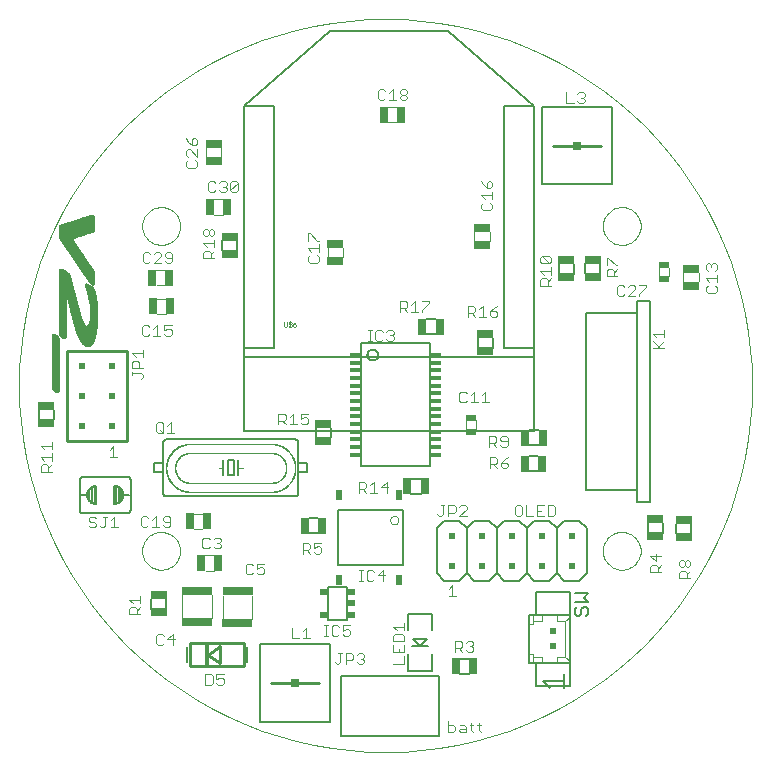
<source format=gto>
G75*
G70*
%OFA0B0*%
%FSLAX24Y24*%
%IPPOS*%
%LPD*%
%AMOC8*
5,1,8,0,0,1.08239X$1,22.5*
%
%ADD10C,0.0000*%
%ADD11C,0.0039*%
%ADD12C,0.0040*%
%ADD13R,0.0200X0.0200*%
%ADD14C,0.0100*%
%ADD15C,0.0098*%
%ADD16R,0.0315X0.0315*%
%ADD17C,0.0050*%
%ADD18C,0.0080*%
%ADD19C,0.0060*%
%ADD20R,0.0256X0.0197*%
%ADD21R,0.0295X0.0571*%
%ADD22R,0.1024X0.0295*%
%ADD23R,0.0551X0.0256*%
%ADD24R,0.0256X0.0551*%
%ADD25R,0.0374X0.0197*%
%ADD26R,0.0571X0.0295*%
%ADD27C,0.0010*%
%ADD28R,0.0200X0.0340*%
%ADD29C,0.0020*%
%ADD30R,0.0246X0.0197*%
%ADD31R,0.0100X0.0600*%
%ADD32R,0.0100X0.0500*%
%ADD33R,0.0050X0.0400*%
%ADD34R,0.0050X0.0200*%
%ADD35R,0.0050X0.0050*%
%ADD36R,0.0368X0.0128*%
%ADD37C,0.0030*%
%ADD38C,0.0001*%
%ADD39R,0.0098X0.0531*%
%ADD40R,0.0118X0.0827*%
%ADD41C,0.0001*%
D10*
X004232Y006830D02*
X004234Y006880D01*
X004240Y006930D01*
X004250Y006979D01*
X004264Y007027D01*
X004281Y007074D01*
X004302Y007119D01*
X004327Y007163D01*
X004355Y007204D01*
X004387Y007243D01*
X004421Y007280D01*
X004458Y007314D01*
X004498Y007344D01*
X004540Y007371D01*
X004584Y007395D01*
X004630Y007416D01*
X004677Y007432D01*
X004725Y007445D01*
X004775Y007454D01*
X004824Y007459D01*
X004875Y007460D01*
X004925Y007457D01*
X004974Y007450D01*
X005023Y007439D01*
X005071Y007424D01*
X005117Y007406D01*
X005162Y007384D01*
X005205Y007358D01*
X005246Y007329D01*
X005285Y007297D01*
X005321Y007262D01*
X005353Y007224D01*
X005383Y007184D01*
X005410Y007141D01*
X005433Y007097D01*
X005452Y007051D01*
X005468Y007003D01*
X005480Y006954D01*
X005488Y006905D01*
X005492Y006855D01*
X005492Y006805D01*
X005488Y006755D01*
X005480Y006706D01*
X005468Y006657D01*
X005452Y006609D01*
X005433Y006563D01*
X005410Y006519D01*
X005383Y006476D01*
X005353Y006436D01*
X005321Y006398D01*
X005285Y006363D01*
X005246Y006331D01*
X005205Y006302D01*
X005162Y006276D01*
X005117Y006254D01*
X005071Y006236D01*
X005023Y006221D01*
X004974Y006210D01*
X004925Y006203D01*
X004875Y006200D01*
X004824Y006201D01*
X004775Y006206D01*
X004725Y006215D01*
X004677Y006228D01*
X004630Y006244D01*
X004584Y006265D01*
X004540Y006289D01*
X004498Y006316D01*
X004458Y006346D01*
X004421Y006380D01*
X004387Y006417D01*
X004355Y006456D01*
X004327Y006497D01*
X004302Y006541D01*
X004281Y006586D01*
X004264Y006633D01*
X004250Y006681D01*
X004240Y006730D01*
X004234Y006780D01*
X004232Y006830D01*
X001412Y012129D02*
X001415Y012131D01*
X001421Y012136D01*
X001425Y012140D01*
X001429Y012143D01*
X001433Y012147D01*
X001436Y012151D01*
X001440Y012157D01*
X001443Y012161D01*
X001445Y012167D01*
X001446Y012174D01*
X001448Y012184D01*
X001449Y012194D01*
X001449Y012281D01*
X001448Y012504D01*
X001449Y012798D01*
X001449Y013063D01*
X001448Y013280D01*
X001448Y013617D01*
X001449Y013717D01*
X001448Y013874D01*
X001449Y013889D01*
X001447Y013909D01*
X001446Y013920D01*
X001442Y013932D01*
X001439Y013941D01*
X001434Y013955D01*
X001430Y013962D01*
X001425Y013970D01*
X001419Y013979D01*
X001412Y013988D01*
X001404Y013995D01*
X001394Y014005D01*
X001367Y014023D01*
X001304Y014059D01*
X001300Y014061D01*
X001295Y014063D01*
X001290Y014065D01*
X001286Y014065D01*
X001283Y014065D01*
X001278Y014066D01*
X001266Y014066D01*
X001260Y014064D01*
X001256Y014063D01*
X001250Y014061D01*
X001244Y014058D01*
X001238Y014053D01*
X001232Y014049D01*
X001228Y014045D01*
X001224Y014039D01*
X001219Y014033D01*
X001216Y014027D01*
X001214Y014020D01*
X001212Y014013D01*
X001212Y014005D01*
X001211Y013988D01*
X001211Y013404D01*
X001211Y013164D01*
X001211Y012906D01*
X001211Y012708D01*
X001211Y012509D01*
X001211Y012364D01*
X001211Y012342D01*
X001211Y012324D01*
X001211Y012311D01*
X001211Y012299D01*
X001212Y012288D01*
X001212Y012278D01*
X001217Y012260D01*
X001220Y012252D01*
X001222Y012242D01*
X001227Y012233D01*
X001230Y012226D01*
X001235Y012219D01*
X001238Y012213D01*
X001242Y012207D01*
X001246Y012203D01*
X001250Y012197D01*
X001257Y012190D01*
X001263Y012186D01*
X001274Y012178D01*
X001344Y012138D01*
X001354Y012131D01*
X001363Y012128D01*
X001370Y012125D01*
X001377Y012124D01*
X001386Y012123D01*
X001392Y012124D01*
X001399Y012125D01*
X001406Y012127D01*
X001412Y012129D01*
X002312Y013680D02*
X002290Y013695D01*
X002266Y013714D01*
X002249Y013731D01*
X002232Y013748D01*
X002213Y013771D01*
X002176Y013818D01*
X002158Y013849D01*
X002144Y013873D01*
X002128Y013905D01*
X002092Y013983D01*
X002067Y014044D01*
X002038Y014125D01*
X002001Y014229D01*
X001985Y014279D01*
X001973Y014318D01*
X001959Y014373D01*
X001937Y014444D01*
X001917Y014520D01*
X001900Y014584D01*
X001884Y014646D01*
X001866Y014721D01*
X001852Y014771D01*
X001837Y014835D01*
X001829Y014877D01*
X001813Y014941D01*
X001797Y015012D01*
X001787Y015049D01*
X001776Y015092D01*
X001757Y015168D01*
X001745Y015208D01*
X001739Y015230D01*
X001734Y015252D01*
X001728Y015269D01*
X001725Y015274D01*
X001723Y015279D01*
X001720Y015283D01*
X001715Y015287D01*
X001711Y015292D01*
X001707Y015294D01*
X001702Y015298D01*
X001698Y015298D01*
X001692Y015298D01*
X001689Y015297D01*
X001687Y015296D01*
X001686Y015293D01*
X001685Y015288D01*
X001685Y015285D01*
X001685Y015271D01*
X001685Y015094D01*
X001685Y014926D01*
X001685Y014703D01*
X001685Y013990D01*
X001686Y013981D01*
X001684Y013972D01*
X001683Y013964D01*
X001679Y013956D01*
X001677Y013950D01*
X001672Y013944D01*
X001667Y013938D01*
X001662Y013934D01*
X001659Y013930D01*
X001652Y013927D01*
X001649Y013925D01*
X001644Y013923D01*
X001640Y013921D01*
X001636Y013921D01*
X001630Y013919D01*
X001625Y013917D01*
X001618Y013917D01*
X001614Y013918D01*
X001606Y013919D01*
X001602Y013921D01*
X001597Y013923D01*
X001590Y013926D01*
X001584Y013928D01*
X001552Y013948D01*
X001524Y013964D01*
X001502Y013979D01*
X001494Y013986D01*
X001489Y013991D01*
X001484Y013996D01*
X001478Y014003D01*
X001473Y014010D01*
X001469Y014016D01*
X001464Y014026D01*
X001462Y014032D01*
X001456Y014044D01*
X001454Y014051D01*
X001451Y014064D01*
X001449Y014076D01*
X001448Y014091D01*
X001448Y015143D01*
X001449Y015676D01*
X001449Y016131D01*
X001449Y016145D01*
X001449Y016165D01*
X001451Y016177D01*
X001453Y016185D01*
X001456Y016194D01*
X001459Y016203D01*
X001463Y016210D01*
X001467Y016217D01*
X001470Y016221D01*
X001474Y016225D01*
X001479Y016228D01*
X001484Y016231D01*
X001490Y016233D01*
X001496Y016233D01*
X001507Y016233D01*
X001514Y016232D01*
X001520Y016231D01*
X001527Y016228D01*
X001532Y016227D01*
X001537Y016225D01*
X001542Y016221D01*
X001548Y016219D01*
X001678Y016144D01*
X001728Y016115D01*
X001750Y016099D01*
X001762Y016091D01*
X001768Y016087D01*
X001772Y016082D01*
X001778Y016076D01*
X001783Y016071D01*
X001787Y016065D01*
X001793Y016058D01*
X001796Y016052D01*
X001802Y016043D01*
X001807Y016034D01*
X001812Y016024D01*
X001818Y016011D01*
X001821Y016001D01*
X001826Y015991D01*
X001838Y015952D01*
X001847Y015920D01*
X001857Y015878D01*
X001874Y015808D01*
X001900Y015694D01*
X001945Y015506D01*
X002020Y015209D01*
X002078Y014994D01*
X002145Y014759D01*
X002201Y014590D01*
X002259Y014452D01*
X002287Y014400D01*
X002303Y014376D01*
X002315Y014361D01*
X002331Y014347D01*
X002340Y014340D01*
X002347Y014336D01*
X002353Y014333D01*
X002361Y014331D01*
X002367Y014330D01*
X002372Y014331D01*
X002378Y014332D01*
X002385Y014334D01*
X002390Y014336D01*
X002396Y014338D01*
X002403Y014342D01*
X002408Y014345D01*
X002412Y014349D01*
X002415Y014352D01*
X002428Y014365D01*
X002432Y014369D01*
X002435Y014374D01*
X002438Y014379D01*
X002441Y014385D01*
X002446Y014391D01*
X002449Y014400D01*
X002453Y014408D01*
X002456Y014415D01*
X002461Y014425D01*
X002463Y014434D01*
X002466Y014445D01*
X002468Y014454D01*
X002472Y014469D01*
X002475Y014486D01*
X002480Y014516D01*
X002483Y014534D01*
X002488Y014576D01*
X002492Y014615D01*
X002492Y014664D01*
X002495Y014726D01*
X002493Y014818D01*
X002492Y014861D01*
X002488Y014931D01*
X002484Y014997D01*
X002476Y015069D01*
X002467Y015144D01*
X002440Y015288D01*
X002423Y015372D01*
X002405Y015439D01*
X002375Y015537D01*
X002354Y015601D01*
X002345Y015630D01*
X002338Y015649D01*
X002332Y015665D01*
X002329Y015677D01*
X002327Y015689D01*
X002324Y015700D01*
X002324Y015713D01*
X002327Y015724D01*
X002330Y015732D01*
X002335Y015738D01*
X002338Y015740D01*
X002344Y015743D01*
X002350Y015745D01*
X002356Y015744D01*
X002367Y015742D01*
X002375Y015740D01*
X002390Y015732D01*
X002435Y015707D01*
X002469Y015688D01*
X002518Y015660D01*
X002548Y015641D01*
X002574Y015619D01*
X002589Y015604D01*
X002600Y015587D01*
X002611Y015568D01*
X002620Y015546D01*
X002630Y015514D01*
X002647Y015447D01*
X002655Y015420D01*
X002665Y015384D01*
X002677Y015335D01*
X002686Y015295D01*
X002693Y015251D01*
X002700Y015216D01*
X002705Y015175D01*
X002708Y015146D01*
X002713Y015113D01*
X002717Y015071D01*
X002721Y015012D01*
X002726Y014947D01*
X002729Y014890D01*
X002731Y014843D01*
X002733Y014785D01*
X002733Y014733D01*
X002733Y014663D01*
X002732Y014609D01*
X002731Y014549D01*
X002726Y014462D01*
X002723Y014401D01*
X002718Y014349D01*
X002706Y014233D01*
X002700Y014183D01*
X002690Y014124D01*
X002683Y014088D01*
X002673Y014037D01*
X002666Y014004D01*
X002655Y013964D01*
X002638Y013908D01*
X002624Y013872D01*
X002613Y013841D01*
X002599Y013813D01*
X002589Y013789D01*
X002571Y013758D01*
X002553Y013731D01*
X002536Y013709D01*
X002518Y013692D01*
X002496Y013674D01*
X002481Y013665D01*
X002467Y013658D01*
X002445Y013652D01*
X002425Y013648D01*
X002412Y013647D01*
X002394Y013648D01*
X002377Y013652D01*
X002362Y013656D01*
X002348Y013662D01*
X002327Y013671D01*
X002312Y013680D01*
X002577Y015706D02*
X002569Y015707D01*
X002561Y015708D01*
X002550Y015712D01*
X002539Y015717D01*
X002529Y015724D01*
X002518Y015733D01*
X002510Y015742D01*
X002498Y015754D01*
X002486Y015769D01*
X002471Y015790D01*
X002430Y015850D01*
X002403Y015889D01*
X002351Y015965D01*
X002240Y016128D01*
X002127Y016294D01*
X001998Y016481D01*
X001878Y016656D01*
X001732Y016870D01*
X001628Y017022D01*
X001543Y017145D01*
X001517Y017181D01*
X001501Y017206D01*
X001489Y017224D01*
X001479Y017240D01*
X001473Y017251D01*
X001467Y017264D01*
X001463Y017271D01*
X001460Y017279D01*
X001457Y017284D01*
X001455Y017296D01*
X001452Y017305D01*
X001449Y017317D01*
X001449Y017325D01*
X001447Y017333D01*
X001448Y017341D01*
X001448Y017473D01*
X001447Y017531D01*
X001448Y017621D01*
X001449Y017638D01*
X001451Y017645D01*
X001453Y017651D01*
X001455Y017656D01*
X001458Y017664D01*
X001460Y017668D01*
X001464Y017672D01*
X001467Y017676D01*
X001473Y017680D01*
X001479Y017685D01*
X001486Y017689D01*
X001495Y017692D01*
X001501Y017695D01*
X001752Y017777D01*
X001910Y017829D01*
X002106Y017894D01*
X002267Y017948D01*
X002436Y018002D01*
X002500Y018020D01*
X002531Y018027D01*
X002546Y018029D01*
X002558Y018029D01*
X002569Y018027D01*
X002577Y018025D01*
X002582Y018022D01*
X002586Y018020D01*
X002591Y018017D01*
X002595Y018014D01*
X002600Y018010D01*
X002602Y018006D01*
X002605Y018002D01*
X002609Y017997D01*
X002610Y017992D01*
X002612Y017987D01*
X002616Y017976D01*
X002616Y017972D01*
X002617Y017967D01*
X002618Y017959D01*
X002619Y017949D01*
X002621Y017922D01*
X002621Y017904D01*
X002621Y017880D01*
X002621Y017843D01*
X002621Y017744D01*
X002621Y017692D01*
X002621Y017655D01*
X002621Y017616D01*
X002620Y017558D01*
X002620Y017538D01*
X002617Y017525D01*
X002616Y017520D01*
X002615Y017515D01*
X002613Y017508D01*
X002609Y017501D01*
X002605Y017495D01*
X002601Y017490D01*
X002596Y017485D01*
X002591Y017482D01*
X002585Y017477D01*
X002577Y017473D01*
X002569Y017470D01*
X002560Y017465D01*
X002546Y017461D01*
X002538Y017458D01*
X002516Y017452D01*
X002496Y017445D01*
X002483Y017442D01*
X002474Y017439D01*
X002457Y017434D01*
X002441Y017429D01*
X002427Y017424D01*
X002412Y017420D01*
X002385Y017411D01*
X002371Y017406D01*
X002349Y017400D01*
X002325Y017392D01*
X002312Y017388D01*
X002258Y017369D01*
X002159Y017336D01*
X002075Y017308D01*
X002042Y017297D01*
X002018Y017289D01*
X001999Y017282D01*
X001976Y017274D01*
X001960Y017268D01*
X001951Y017262D01*
X001941Y017257D01*
X001932Y017251D01*
X001925Y017245D01*
X001920Y017238D01*
X001917Y017233D01*
X001915Y017227D01*
X001913Y017223D01*
X001912Y017217D01*
X001912Y017214D01*
X001914Y017210D01*
X001914Y017206D01*
X001917Y017197D01*
X001920Y017187D01*
X001925Y017177D01*
X001937Y017152D01*
X001946Y017137D01*
X001957Y017117D01*
X001970Y017097D01*
X001983Y017078D01*
X002018Y017026D01*
X002031Y017006D01*
X002045Y016987D01*
X002070Y016951D01*
X002094Y016915D01*
X002156Y016823D01*
X002208Y016748D01*
X002281Y016641D01*
X002306Y016602D01*
X002342Y016553D01*
X002372Y016507D01*
X002434Y016418D01*
X002479Y016353D01*
X002534Y016275D01*
X002560Y016237D01*
X002579Y016207D01*
X002588Y016192D01*
X002600Y016169D01*
X002604Y016159D01*
X002609Y016146D01*
X002612Y016134D01*
X002614Y016128D01*
X002616Y016121D01*
X002617Y016112D01*
X002618Y016103D01*
X002619Y016090D01*
X002619Y016079D01*
X002621Y016068D01*
X002621Y016039D01*
X002620Y015984D01*
X002620Y015940D01*
X002620Y015893D01*
X002620Y015856D01*
X002621Y015822D01*
X002621Y015759D01*
X002620Y015750D01*
X002620Y015744D01*
X002618Y015738D01*
X002616Y015734D01*
X002614Y015728D01*
X002612Y015724D01*
X002607Y015718D01*
X002604Y015714D01*
X002599Y015710D01*
X002592Y015708D01*
X002586Y015706D01*
X002577Y015706D01*
X004232Y017657D02*
X004234Y017707D01*
X004240Y017757D01*
X004250Y017806D01*
X004264Y017854D01*
X004281Y017901D01*
X004302Y017946D01*
X004327Y017990D01*
X004355Y018031D01*
X004387Y018070D01*
X004421Y018107D01*
X004458Y018141D01*
X004498Y018171D01*
X004540Y018198D01*
X004584Y018222D01*
X004630Y018243D01*
X004677Y018259D01*
X004725Y018272D01*
X004775Y018281D01*
X004824Y018286D01*
X004875Y018287D01*
X004925Y018284D01*
X004974Y018277D01*
X005023Y018266D01*
X005071Y018251D01*
X005117Y018233D01*
X005162Y018211D01*
X005205Y018185D01*
X005246Y018156D01*
X005285Y018124D01*
X005321Y018089D01*
X005353Y018051D01*
X005383Y018011D01*
X005410Y017968D01*
X005433Y017924D01*
X005452Y017878D01*
X005468Y017830D01*
X005480Y017781D01*
X005488Y017732D01*
X005492Y017682D01*
X005492Y017632D01*
X005488Y017582D01*
X005480Y017533D01*
X005468Y017484D01*
X005452Y017436D01*
X005433Y017390D01*
X005410Y017346D01*
X005383Y017303D01*
X005353Y017263D01*
X005321Y017225D01*
X005285Y017190D01*
X005246Y017158D01*
X005205Y017129D01*
X005162Y017103D01*
X005117Y017081D01*
X005071Y017063D01*
X005023Y017048D01*
X004974Y017037D01*
X004925Y017030D01*
X004875Y017027D01*
X004824Y017028D01*
X004775Y017033D01*
X004725Y017042D01*
X004677Y017055D01*
X004630Y017071D01*
X004584Y017092D01*
X004540Y017116D01*
X004498Y017143D01*
X004458Y017173D01*
X004421Y017207D01*
X004387Y017244D01*
X004355Y017283D01*
X004327Y017324D01*
X004302Y017368D01*
X004281Y017413D01*
X004264Y017460D01*
X004250Y017508D01*
X004240Y017557D01*
X004234Y017607D01*
X004232Y017657D01*
X019586Y017657D02*
X019588Y017707D01*
X019594Y017757D01*
X019604Y017806D01*
X019618Y017854D01*
X019635Y017901D01*
X019656Y017946D01*
X019681Y017990D01*
X019709Y018031D01*
X019741Y018070D01*
X019775Y018107D01*
X019812Y018141D01*
X019852Y018171D01*
X019894Y018198D01*
X019938Y018222D01*
X019984Y018243D01*
X020031Y018259D01*
X020079Y018272D01*
X020129Y018281D01*
X020178Y018286D01*
X020229Y018287D01*
X020279Y018284D01*
X020328Y018277D01*
X020377Y018266D01*
X020425Y018251D01*
X020471Y018233D01*
X020516Y018211D01*
X020559Y018185D01*
X020600Y018156D01*
X020639Y018124D01*
X020675Y018089D01*
X020707Y018051D01*
X020737Y018011D01*
X020764Y017968D01*
X020787Y017924D01*
X020806Y017878D01*
X020822Y017830D01*
X020834Y017781D01*
X020842Y017732D01*
X020846Y017682D01*
X020846Y017632D01*
X020842Y017582D01*
X020834Y017533D01*
X020822Y017484D01*
X020806Y017436D01*
X020787Y017390D01*
X020764Y017346D01*
X020737Y017303D01*
X020707Y017263D01*
X020675Y017225D01*
X020639Y017190D01*
X020600Y017158D01*
X020559Y017129D01*
X020516Y017103D01*
X020471Y017081D01*
X020425Y017063D01*
X020377Y017048D01*
X020328Y017037D01*
X020279Y017030D01*
X020229Y017027D01*
X020178Y017028D01*
X020129Y017033D01*
X020079Y017042D01*
X020031Y017055D01*
X019984Y017071D01*
X019938Y017092D01*
X019894Y017116D01*
X019852Y017143D01*
X019812Y017173D01*
X019775Y017207D01*
X019741Y017244D01*
X019709Y017283D01*
X019681Y017324D01*
X019656Y017368D01*
X019635Y017413D01*
X019618Y017460D01*
X019604Y017508D01*
X019594Y017557D01*
X019588Y017607D01*
X019586Y017657D01*
X019586Y006830D02*
X019588Y006880D01*
X019594Y006930D01*
X019604Y006979D01*
X019618Y007027D01*
X019635Y007074D01*
X019656Y007119D01*
X019681Y007163D01*
X019709Y007204D01*
X019741Y007243D01*
X019775Y007280D01*
X019812Y007314D01*
X019852Y007344D01*
X019894Y007371D01*
X019938Y007395D01*
X019984Y007416D01*
X020031Y007432D01*
X020079Y007445D01*
X020129Y007454D01*
X020178Y007459D01*
X020229Y007460D01*
X020279Y007457D01*
X020328Y007450D01*
X020377Y007439D01*
X020425Y007424D01*
X020471Y007406D01*
X020516Y007384D01*
X020559Y007358D01*
X020600Y007329D01*
X020639Y007297D01*
X020675Y007262D01*
X020707Y007224D01*
X020737Y007184D01*
X020764Y007141D01*
X020787Y007097D01*
X020806Y007051D01*
X020822Y007003D01*
X020834Y006954D01*
X020842Y006905D01*
X020846Y006855D01*
X020846Y006805D01*
X020842Y006755D01*
X020834Y006706D01*
X020822Y006657D01*
X020806Y006609D01*
X020787Y006563D01*
X020764Y006519D01*
X020737Y006476D01*
X020707Y006436D01*
X020675Y006398D01*
X020639Y006363D01*
X020600Y006331D01*
X020559Y006302D01*
X020516Y006276D01*
X020471Y006254D01*
X020425Y006236D01*
X020377Y006221D01*
X020328Y006210D01*
X020279Y006203D01*
X020229Y006200D01*
X020178Y006201D01*
X020129Y006206D01*
X020079Y006215D01*
X020031Y006228D01*
X019984Y006244D01*
X019938Y006265D01*
X019894Y006289D01*
X019852Y006316D01*
X019812Y006346D01*
X019775Y006380D01*
X019741Y006417D01*
X019709Y006456D01*
X019681Y006497D01*
X019656Y006541D01*
X019635Y006586D01*
X019618Y006633D01*
X019604Y006681D01*
X019594Y006730D01*
X019588Y006780D01*
X019586Y006830D01*
D11*
X000123Y012342D02*
X000138Y012942D01*
X000182Y013540D01*
X000255Y014135D01*
X000358Y014726D01*
X000489Y015311D01*
X000649Y015889D01*
X000837Y016458D01*
X001053Y017018D01*
X001296Y017566D01*
X001566Y018102D01*
X001861Y018624D01*
X002182Y019131D01*
X002528Y019621D01*
X002897Y020094D01*
X003288Y020548D01*
X003702Y020982D01*
X004136Y021396D01*
X004590Y021787D01*
X005063Y022156D01*
X005553Y022502D01*
X006060Y022823D01*
X006582Y023118D01*
X007118Y023388D01*
X007666Y023631D01*
X008226Y023847D01*
X008795Y024035D01*
X009373Y024195D01*
X009958Y024326D01*
X010549Y024429D01*
X011144Y024502D01*
X011742Y024546D01*
X012342Y024561D01*
X012942Y024546D01*
X013540Y024502D01*
X014135Y024429D01*
X014726Y024326D01*
X015311Y024195D01*
X015889Y024035D01*
X016458Y023847D01*
X017018Y023631D01*
X017566Y023388D01*
X018102Y023118D01*
X018624Y022823D01*
X019131Y022502D01*
X019621Y022156D01*
X020094Y021787D01*
X020548Y021396D01*
X020982Y020982D01*
X021396Y020548D01*
X021787Y020094D01*
X022156Y019621D01*
X022502Y019131D01*
X022823Y018624D01*
X023118Y018102D01*
X023388Y017566D01*
X023631Y017018D01*
X023847Y016458D01*
X024035Y015889D01*
X024195Y015311D01*
X024326Y014726D01*
X024429Y014135D01*
X024502Y013540D01*
X024546Y012942D01*
X024561Y012342D01*
X024546Y011742D01*
X024502Y011144D01*
X024429Y010549D01*
X024326Y009958D01*
X024195Y009373D01*
X024035Y008795D01*
X023847Y008226D01*
X023631Y007666D01*
X023388Y007118D01*
X023118Y006582D01*
X022823Y006060D01*
X022502Y005553D01*
X022156Y005063D01*
X021787Y004590D01*
X021396Y004136D01*
X020982Y003702D01*
X020548Y003288D01*
X020094Y002897D01*
X019621Y002528D01*
X019131Y002182D01*
X018624Y001861D01*
X018102Y001566D01*
X017566Y001296D01*
X017018Y001053D01*
X016458Y000837D01*
X015889Y000649D01*
X015311Y000489D01*
X014726Y000358D01*
X014135Y000255D01*
X013540Y000182D01*
X012942Y000138D01*
X012342Y000123D01*
X011742Y000138D01*
X011144Y000182D01*
X010549Y000255D01*
X009958Y000358D01*
X009373Y000489D01*
X008795Y000649D01*
X008226Y000837D01*
X007666Y001053D01*
X007118Y001296D01*
X006582Y001566D01*
X006060Y001861D01*
X005553Y002182D01*
X005063Y002528D01*
X004590Y002897D01*
X004136Y003288D01*
X003702Y003702D01*
X003288Y004136D01*
X002897Y004590D01*
X002528Y005063D01*
X002182Y005553D01*
X001861Y006060D01*
X001566Y006582D01*
X001296Y007118D01*
X001053Y007666D01*
X000837Y008226D01*
X000649Y008795D01*
X000489Y009373D01*
X000358Y009958D01*
X000255Y010549D01*
X000182Y011144D01*
X000138Y011742D01*
X000123Y012342D01*
D12*
X004702Y003764D02*
X004762Y003704D01*
X004882Y003704D01*
X004942Y003764D01*
X005071Y003884D02*
X005311Y003884D01*
X005251Y003704D02*
X005251Y004064D01*
X005071Y003884D01*
X004942Y004004D02*
X004882Y004064D01*
X004762Y004064D01*
X004702Y004004D01*
X004702Y003764D01*
X005565Y004596D02*
X005565Y005356D01*
X006545Y005356D02*
X006545Y004596D01*
X006919Y004572D02*
X006919Y005332D01*
X007679Y006103D02*
X007739Y006043D01*
X007859Y006043D01*
X007919Y006103D01*
X008047Y006103D02*
X008107Y006043D01*
X008227Y006043D01*
X008287Y006103D01*
X008287Y006223D01*
X008227Y006283D01*
X008167Y006283D01*
X008047Y006223D01*
X008047Y006403D01*
X008287Y006403D01*
X007919Y006343D02*
X007859Y006403D01*
X007739Y006403D01*
X007679Y006343D01*
X007679Y006103D01*
X007899Y005332D02*
X007899Y004572D01*
X009216Y004270D02*
X009216Y003909D01*
X009457Y003909D01*
X009585Y003909D02*
X009825Y003909D01*
X009705Y003909D02*
X009705Y004270D01*
X009585Y004149D01*
X010299Y003988D02*
X010420Y003988D01*
X010359Y003988D02*
X010359Y004348D01*
X010299Y004348D02*
X010420Y004348D01*
X010545Y004288D02*
X010545Y004048D01*
X010605Y003988D01*
X010725Y003988D01*
X010785Y004048D01*
X010913Y004048D02*
X010973Y003988D01*
X011093Y003988D01*
X011153Y004048D01*
X011153Y004168D01*
X011093Y004228D01*
X011033Y004228D01*
X010913Y004168D01*
X010913Y004348D01*
X011153Y004348D01*
X010785Y004288D02*
X010725Y004348D01*
X010605Y004348D01*
X010545Y004288D01*
X010771Y003417D02*
X010891Y003417D01*
X010831Y003417D02*
X010831Y003117D01*
X010771Y003057D01*
X010711Y003057D01*
X010651Y003117D01*
X011019Y003177D02*
X011199Y003177D01*
X011259Y003237D01*
X011259Y003357D01*
X011199Y003417D01*
X011019Y003417D01*
X011019Y003057D01*
X011387Y003117D02*
X011447Y003057D01*
X011568Y003057D01*
X011628Y003117D01*
X011628Y003177D01*
X011568Y003237D01*
X011508Y003237D01*
X011568Y003237D02*
X011628Y003297D01*
X011628Y003357D01*
X011568Y003417D01*
X011447Y003417D01*
X011387Y003357D01*
X012605Y003442D02*
X012965Y003442D01*
X012965Y003682D01*
X012965Y003810D02*
X012605Y003810D01*
X012605Y003990D01*
X012665Y004050D01*
X012905Y004050D01*
X012965Y003990D01*
X012965Y003810D01*
X012785Y003562D02*
X012785Y003442D01*
X012605Y003442D02*
X012605Y003682D01*
X012965Y003314D02*
X012965Y003073D01*
X012605Y003073D01*
X012725Y004178D02*
X012605Y004298D01*
X012965Y004298D01*
X012965Y004178D02*
X012965Y004419D01*
X012260Y005835D02*
X012260Y006195D01*
X012080Y006015D01*
X012321Y006015D01*
X011952Y005895D02*
X011892Y005835D01*
X011772Y005835D01*
X011712Y005895D01*
X011712Y006135D01*
X011772Y006195D01*
X011892Y006195D01*
X011952Y006135D01*
X011587Y006195D02*
X011466Y006195D01*
X011527Y006195D02*
X011527Y005835D01*
X011587Y005835D02*
X011466Y005835D01*
X010201Y006796D02*
X010201Y006916D01*
X010141Y006976D01*
X010081Y006976D01*
X009961Y006916D01*
X009961Y007096D01*
X010201Y007096D01*
X010201Y006796D02*
X010141Y006736D01*
X010021Y006736D01*
X009961Y006796D01*
X009833Y006736D02*
X009712Y006856D01*
X009772Y006856D02*
X009592Y006856D01*
X009592Y006736D02*
X009592Y007096D01*
X009772Y007096D01*
X009833Y007036D01*
X009833Y006916D01*
X009772Y006856D01*
X011460Y008769D02*
X011460Y009129D01*
X011640Y009129D01*
X011700Y009069D01*
X011700Y008949D01*
X011640Y008889D01*
X011460Y008889D01*
X011580Y008889D02*
X011700Y008769D01*
X011828Y008769D02*
X012068Y008769D01*
X011948Y008769D02*
X011948Y009129D01*
X011828Y009009D01*
X012196Y008949D02*
X012437Y008949D01*
X012377Y008769D02*
X012377Y009129D01*
X012196Y008949D01*
X014067Y008042D02*
X014127Y007982D01*
X014187Y007982D01*
X014247Y008042D01*
X014247Y008342D01*
X014187Y008342D02*
X014307Y008342D01*
X014435Y008342D02*
X014435Y007982D01*
X014435Y008102D02*
X014615Y008102D01*
X014675Y008162D01*
X014675Y008282D01*
X014615Y008342D01*
X014435Y008342D01*
X014803Y008282D02*
X014863Y008342D01*
X014984Y008342D01*
X015044Y008282D01*
X015044Y008222D01*
X014803Y007982D01*
X015044Y007982D01*
X015821Y009590D02*
X015821Y009951D01*
X016001Y009951D01*
X016061Y009891D01*
X016061Y009771D01*
X016001Y009710D01*
X015821Y009710D01*
X015941Y009710D02*
X016061Y009590D01*
X016189Y009650D02*
X016249Y009590D01*
X016369Y009590D01*
X016429Y009650D01*
X016429Y009710D01*
X016369Y009771D01*
X016189Y009771D01*
X016189Y009650D01*
X016189Y009771D02*
X016309Y009891D01*
X016429Y009951D01*
X016349Y010299D02*
X016229Y010299D01*
X016169Y010359D01*
X016229Y010479D02*
X016410Y010479D01*
X016410Y010359D02*
X016410Y010599D01*
X016349Y010659D01*
X016229Y010659D01*
X016169Y010599D01*
X016169Y010539D01*
X016229Y010479D01*
X016041Y010479D02*
X015981Y010419D01*
X015801Y010419D01*
X015801Y010299D02*
X015801Y010659D01*
X015981Y010659D01*
X016041Y010599D01*
X016041Y010479D01*
X015921Y010419D02*
X016041Y010299D01*
X016349Y010299D02*
X016410Y010359D01*
X015363Y010895D02*
X015363Y011175D01*
X015027Y011175D02*
X015027Y010895D01*
X014986Y011775D02*
X015047Y011835D01*
X014986Y011775D02*
X014866Y011775D01*
X014806Y011835D01*
X014806Y012075D01*
X014866Y012135D01*
X014986Y012135D01*
X015047Y012075D01*
X015175Y012015D02*
X015295Y012135D01*
X015295Y011775D01*
X015175Y011775D02*
X015415Y011775D01*
X015543Y011775D02*
X015783Y011775D01*
X015663Y011775D02*
X015663Y012135D01*
X015543Y012015D01*
X015582Y014635D02*
X015582Y014996D01*
X015462Y014875D01*
X015334Y014815D02*
X015274Y014755D01*
X015094Y014755D01*
X015094Y014635D02*
X015094Y014996D01*
X015274Y014996D01*
X015334Y014936D01*
X015334Y014815D01*
X015214Y014755D02*
X015334Y014635D01*
X015462Y014635D02*
X015702Y014635D01*
X015830Y014695D02*
X015830Y014815D01*
X016010Y014815D01*
X016071Y014755D01*
X016071Y014695D01*
X016010Y014635D01*
X015890Y014635D01*
X015830Y014695D01*
X015830Y014815D02*
X015950Y014936D01*
X016071Y014996D01*
X017504Y015672D02*
X017504Y015853D01*
X017564Y015913D01*
X017684Y015913D01*
X017744Y015853D01*
X017744Y015672D01*
X017864Y015672D02*
X017504Y015672D01*
X017744Y015793D02*
X017864Y015913D01*
X017864Y016041D02*
X017864Y016281D01*
X017864Y016161D02*
X017504Y016161D01*
X017624Y016041D01*
X017564Y016409D02*
X017504Y016469D01*
X017504Y016589D01*
X017564Y016649D01*
X017804Y016409D01*
X017864Y016469D01*
X017864Y016589D01*
X017804Y016649D01*
X017564Y016649D01*
X017564Y016409D02*
X017804Y016409D01*
X019714Y016346D02*
X019714Y016587D01*
X019774Y016587D01*
X020014Y016346D01*
X020074Y016346D01*
X020074Y016218D02*
X019954Y016098D01*
X019954Y016158D02*
X019954Y015978D01*
X020074Y015978D02*
X019714Y015978D01*
X019714Y016158D01*
X019774Y016218D01*
X019894Y016218D01*
X019954Y016158D01*
X020122Y015679D02*
X020062Y015619D01*
X020062Y015378D01*
X020122Y015318D01*
X020242Y015318D01*
X020302Y015378D01*
X020431Y015318D02*
X020671Y015559D01*
X020671Y015619D01*
X020611Y015679D01*
X020491Y015679D01*
X020431Y015619D01*
X020302Y015619D02*
X020242Y015679D01*
X020122Y015679D01*
X020431Y015318D02*
X020671Y015318D01*
X020799Y015318D02*
X020799Y015378D01*
X021039Y015619D01*
X021039Y015679D01*
X020799Y015679D01*
X021445Y015993D02*
X021445Y016274D01*
X021780Y016274D02*
X021780Y015993D01*
X022263Y016102D02*
X022263Y015802D01*
X022783Y015812D02*
X022783Y016102D01*
X023021Y016230D02*
X023021Y016350D01*
X023081Y016410D01*
X023141Y016410D01*
X023201Y016350D01*
X023261Y016410D01*
X023321Y016410D01*
X023381Y016350D01*
X023381Y016230D01*
X023321Y016170D01*
X023381Y016041D02*
X023381Y015801D01*
X023381Y015921D02*
X023021Y015921D01*
X023141Y015801D01*
X023081Y015673D02*
X023021Y015613D01*
X023021Y015493D01*
X023081Y015433D01*
X023321Y015433D01*
X023381Y015493D01*
X023381Y015613D01*
X023321Y015673D01*
X023081Y016170D02*
X023021Y016230D01*
X023201Y016290D02*
X023201Y016350D01*
X021614Y014186D02*
X021614Y013946D01*
X021614Y014066D02*
X021254Y014066D01*
X021374Y013946D01*
X021254Y013818D02*
X021494Y013578D01*
X021434Y013638D02*
X021614Y013818D01*
X021614Y013578D02*
X021254Y013578D01*
X017938Y008352D02*
X017758Y008352D01*
X017758Y007992D01*
X017938Y007992D01*
X017999Y008052D01*
X017999Y008292D01*
X017938Y008352D01*
X017630Y008352D02*
X017390Y008352D01*
X017390Y007992D01*
X017630Y007992D01*
X017510Y008172D02*
X017390Y008172D01*
X017262Y007992D02*
X017022Y007992D01*
X017022Y008352D01*
X016894Y008292D02*
X016834Y008352D01*
X016713Y008352D01*
X016653Y008292D01*
X016653Y008052D01*
X016713Y007992D01*
X016834Y007992D01*
X016894Y008052D01*
X016894Y008292D01*
X014569Y005675D02*
X014449Y005555D01*
X014569Y005675D02*
X014569Y005315D01*
X014449Y005315D02*
X014689Y005315D01*
X014663Y003834D02*
X014843Y003834D01*
X014903Y003774D01*
X014903Y003654D01*
X014843Y003594D01*
X014663Y003594D01*
X014783Y003594D02*
X014903Y003474D01*
X015031Y003534D02*
X015091Y003474D01*
X015211Y003474D01*
X015271Y003534D01*
X015271Y003594D01*
X015211Y003654D01*
X015151Y003654D01*
X015211Y003654D02*
X015271Y003714D01*
X015271Y003774D01*
X015211Y003834D01*
X015091Y003834D01*
X015031Y003774D01*
X014663Y003834D02*
X014663Y003474D01*
X014409Y001148D02*
X014409Y000787D01*
X014589Y000787D01*
X014649Y000847D01*
X014649Y000967D01*
X014589Y001027D01*
X014409Y001027D01*
X014778Y000847D02*
X014838Y000907D01*
X015018Y000907D01*
X015018Y000967D02*
X015018Y000787D01*
X014838Y000787D01*
X014778Y000847D01*
X014838Y001027D02*
X014958Y001027D01*
X015018Y000967D01*
X015146Y001027D02*
X015266Y001027D01*
X015206Y001087D02*
X015206Y000847D01*
X015266Y000787D01*
X015451Y000847D02*
X015451Y001087D01*
X015391Y001027D02*
X015511Y001027D01*
X015451Y000847D02*
X015511Y000787D01*
X021170Y006112D02*
X021170Y006292D01*
X021230Y006352D01*
X021351Y006352D01*
X021411Y006292D01*
X021411Y006112D01*
X021531Y006112D02*
X021170Y006112D01*
X021411Y006232D02*
X021531Y006352D01*
X021351Y006480D02*
X021351Y006721D01*
X021531Y006660D02*
X021170Y006660D01*
X021351Y006480D01*
X022137Y006471D02*
X022137Y006351D01*
X022197Y006291D01*
X022257Y006291D01*
X022318Y006351D01*
X022318Y006471D01*
X022378Y006531D01*
X022438Y006531D01*
X022498Y006471D01*
X022498Y006351D01*
X022438Y006291D01*
X022378Y006291D01*
X022318Y006351D01*
X022318Y006471D02*
X022257Y006531D01*
X022197Y006531D01*
X022137Y006471D01*
X022197Y006163D02*
X022318Y006163D01*
X022378Y006103D01*
X022378Y005923D01*
X022498Y005923D02*
X022137Y005923D01*
X022137Y006103D01*
X022197Y006163D01*
X022378Y006043D02*
X022498Y006163D01*
X013567Y014793D02*
X013567Y014853D01*
X013807Y015093D01*
X013807Y015153D01*
X013567Y015153D01*
X013318Y015153D02*
X013198Y015033D01*
X013070Y015093D02*
X013070Y014973D01*
X013010Y014913D01*
X012830Y014913D01*
X012950Y014913D02*
X013070Y014793D01*
X013198Y014793D02*
X013438Y014793D01*
X013318Y014793D02*
X013318Y015153D01*
X013070Y015093D02*
X013010Y015153D01*
X012830Y015153D01*
X012830Y014793D01*
X010933Y016619D02*
X010933Y016909D01*
X010413Y016909D02*
X010413Y016609D01*
X010113Y016617D02*
X010113Y016497D01*
X010053Y016437D01*
X009813Y016437D01*
X009753Y016497D01*
X009753Y016617D01*
X009813Y016677D01*
X009873Y016805D02*
X009753Y016925D01*
X010113Y016925D01*
X010113Y016805D02*
X010113Y017045D01*
X010113Y017173D02*
X010053Y017173D01*
X009813Y017414D01*
X009753Y017414D01*
X009753Y017173D01*
X010053Y016677D02*
X010113Y016617D01*
X007411Y018849D02*
X007411Y019089D01*
X007171Y018849D01*
X007231Y018789D01*
X007351Y018789D01*
X007411Y018849D01*
X007411Y019089D02*
X007351Y019149D01*
X007231Y019149D01*
X007171Y019089D01*
X007171Y018849D01*
X007043Y018849D02*
X006983Y018789D01*
X006863Y018789D01*
X006803Y018849D01*
X006674Y018849D02*
X006614Y018789D01*
X006494Y018789D01*
X006434Y018849D01*
X006434Y019089D01*
X006494Y019149D01*
X006614Y019149D01*
X006674Y019089D01*
X006803Y019089D02*
X006863Y019149D01*
X006983Y019149D01*
X007043Y019089D01*
X007043Y019029D01*
X006983Y018969D01*
X007043Y018909D01*
X007043Y018849D01*
X006983Y018969D02*
X006923Y018969D01*
X006923Y018551D02*
X006633Y018551D01*
X006633Y018031D02*
X006933Y018031D01*
X006569Y017565D02*
X006629Y017505D01*
X006629Y017385D01*
X006569Y017325D01*
X006509Y017325D01*
X006449Y017385D01*
X006449Y017505D01*
X006509Y017565D01*
X006569Y017565D01*
X006449Y017505D02*
X006389Y017565D01*
X006329Y017565D01*
X006269Y017505D01*
X006269Y017385D01*
X006329Y017325D01*
X006389Y017325D01*
X006449Y017385D01*
X006629Y017197D02*
X006629Y016957D01*
X006629Y017077D02*
X006269Y017077D01*
X006389Y016957D01*
X006329Y016829D02*
X006449Y016829D01*
X006509Y016769D01*
X006509Y016588D01*
X006629Y016588D02*
X006269Y016588D01*
X006269Y016769D01*
X006329Y016829D01*
X006509Y016709D02*
X006629Y016829D01*
X005229Y016721D02*
X005229Y016481D01*
X005169Y016421D01*
X005048Y016421D01*
X004988Y016481D01*
X005048Y016601D02*
X005229Y016601D01*
X005229Y016721D02*
X005169Y016781D01*
X005048Y016781D01*
X004988Y016721D01*
X004988Y016661D01*
X005048Y016601D01*
X004860Y016661D02*
X004860Y016721D01*
X004800Y016781D01*
X004680Y016781D01*
X004620Y016721D01*
X004492Y016721D02*
X004432Y016781D01*
X004312Y016781D01*
X004252Y016721D01*
X004252Y016481D01*
X004312Y016421D01*
X004432Y016421D01*
X004492Y016481D01*
X004620Y016421D02*
X004860Y016661D01*
X004860Y016421D02*
X004620Y016421D01*
X004700Y016200D02*
X005000Y016200D01*
X005000Y015681D02*
X004710Y015681D01*
X004720Y015236D02*
X005020Y015236D01*
X005020Y014716D02*
X004729Y014716D01*
X004721Y014360D02*
X004721Y014000D01*
X004841Y014000D02*
X004600Y014000D01*
X004472Y014060D02*
X004412Y014000D01*
X004292Y014000D01*
X004232Y014060D01*
X004232Y014300D01*
X004292Y014360D01*
X004412Y014360D01*
X004472Y014300D01*
X004600Y014240D02*
X004721Y014360D01*
X004969Y014360D02*
X004969Y014180D01*
X005089Y014240D01*
X005149Y014240D01*
X005209Y014180D01*
X005209Y014060D01*
X005149Y014000D01*
X005029Y014000D01*
X004969Y014060D01*
X004969Y014360D02*
X005209Y014360D01*
X004253Y013540D02*
X004253Y013299D01*
X004253Y013420D02*
X003893Y013420D01*
X004013Y013299D01*
X004073Y013171D02*
X004133Y013111D01*
X004133Y012931D01*
X004253Y012931D02*
X003893Y012931D01*
X003893Y013111D01*
X003953Y013171D01*
X004073Y013171D01*
X003893Y012803D02*
X003893Y012683D01*
X003893Y012743D02*
X004193Y012743D01*
X004253Y012683D01*
X004253Y012623D01*
X004193Y012563D01*
X004758Y011112D02*
X004878Y011112D01*
X004938Y011052D01*
X004938Y010812D01*
X004878Y010752D01*
X004758Y010752D01*
X004698Y010812D01*
X004698Y011052D01*
X004758Y011112D01*
X004818Y010872D02*
X004938Y010752D01*
X005067Y010752D02*
X005307Y010752D01*
X005187Y010752D02*
X005187Y011112D01*
X005067Y010992D01*
X003270Y010321D02*
X003270Y009960D01*
X003390Y009960D02*
X003149Y009960D01*
X003149Y010201D02*
X003270Y010321D01*
X001210Y010328D02*
X000850Y010328D01*
X000970Y010208D01*
X001210Y010208D02*
X001210Y010449D01*
X001210Y010080D02*
X001210Y009840D01*
X001210Y009960D02*
X000850Y009960D01*
X000970Y009840D01*
X000910Y009712D02*
X001030Y009712D01*
X001090Y009652D01*
X001090Y009472D01*
X001090Y009592D02*
X001210Y009712D01*
X001210Y009472D02*
X000850Y009472D01*
X000850Y009652D01*
X000910Y009712D01*
X002506Y007973D02*
X002446Y007913D01*
X002446Y007853D01*
X002506Y007793D01*
X002626Y007793D01*
X002686Y007733D01*
X002686Y007672D01*
X002626Y007612D01*
X002506Y007612D01*
X002446Y007672D01*
X002506Y007973D02*
X002626Y007973D01*
X002686Y007913D01*
X002934Y007973D02*
X003054Y007973D01*
X002994Y007973D02*
X002994Y007672D01*
X002934Y007612D01*
X002874Y007612D01*
X002814Y007672D01*
X003182Y007612D02*
X003423Y007612D01*
X003302Y007612D02*
X003302Y007973D01*
X003182Y007853D01*
X004193Y007922D02*
X004193Y007682D01*
X004253Y007622D01*
X004373Y007622D01*
X004433Y007682D01*
X004561Y007622D02*
X004801Y007622D01*
X004681Y007622D02*
X004681Y007982D01*
X004561Y007862D01*
X004433Y007922D02*
X004373Y007982D01*
X004253Y007982D01*
X004193Y007922D01*
X004929Y007922D02*
X004929Y007862D01*
X004989Y007802D01*
X005170Y007802D01*
X005170Y007682D02*
X005170Y007922D01*
X005109Y007982D01*
X004989Y007982D01*
X004929Y007922D01*
X004929Y007682D02*
X004989Y007622D01*
X005109Y007622D01*
X005170Y007682D01*
X005950Y007551D02*
X006240Y007551D01*
X006300Y007274D02*
X006240Y007213D01*
X006240Y006973D01*
X006300Y006913D01*
X006420Y006913D01*
X006480Y006973D01*
X006608Y006973D02*
X006668Y006913D01*
X006788Y006913D01*
X006849Y006973D01*
X006849Y007033D01*
X006788Y007093D01*
X006728Y007093D01*
X006788Y007093D02*
X006849Y007153D01*
X006849Y007213D01*
X006788Y007274D01*
X006668Y007274D01*
X006608Y007213D01*
X006480Y007213D02*
X006420Y007274D01*
X006300Y007274D01*
X006334Y006692D02*
X006634Y006692D01*
X006634Y006173D02*
X006344Y006173D01*
X006240Y008070D02*
X005940Y008070D01*
X004167Y005323D02*
X004167Y005082D01*
X004167Y005202D02*
X003807Y005202D01*
X003927Y005082D01*
X003867Y004954D02*
X003987Y004954D01*
X004047Y004894D01*
X004047Y004714D01*
X004167Y004714D02*
X003807Y004714D01*
X003807Y004894D01*
X003867Y004954D01*
X004047Y004834D02*
X004167Y004954D01*
X006338Y002725D02*
X006519Y002725D01*
X006579Y002665D01*
X006579Y002424D01*
X006519Y002364D01*
X006338Y002364D01*
X006338Y002725D01*
X006707Y002725D02*
X006707Y002545D01*
X006827Y002605D01*
X006887Y002605D01*
X006947Y002545D01*
X006947Y002424D01*
X006887Y002364D01*
X006767Y002364D01*
X006707Y002424D01*
X006707Y002725D02*
X006947Y002725D01*
X008773Y011047D02*
X008773Y011407D01*
X008954Y011407D01*
X009014Y011347D01*
X009014Y011227D01*
X008954Y011167D01*
X008773Y011167D01*
X008894Y011167D02*
X009014Y011047D01*
X009142Y011047D02*
X009382Y011047D01*
X009262Y011047D02*
X009262Y011407D01*
X009142Y011287D01*
X009510Y011227D02*
X009510Y011407D01*
X009750Y011407D01*
X009690Y011287D02*
X009750Y011227D01*
X009750Y011107D01*
X009690Y011047D01*
X009570Y011047D01*
X009510Y011107D01*
X009510Y011227D02*
X009630Y011287D01*
X009690Y011287D01*
X015307Y017164D02*
X015307Y017455D01*
X015826Y017464D02*
X015826Y017164D01*
X015835Y018186D02*
X015595Y018186D01*
X015535Y018246D01*
X015535Y018366D01*
X015595Y018426D01*
X015655Y018555D02*
X015535Y018675D01*
X015895Y018675D01*
X015895Y018555D02*
X015895Y018795D01*
X015835Y018923D02*
X015895Y018983D01*
X015895Y019103D01*
X015835Y019163D01*
X015775Y019163D01*
X015715Y019103D01*
X015715Y018923D01*
X015835Y018923D01*
X015715Y018923D02*
X015595Y019043D01*
X015535Y019163D01*
X015835Y018426D02*
X015895Y018366D01*
X015895Y018246D01*
X015835Y018186D01*
X012716Y021114D02*
X012426Y021114D01*
X012416Y021633D02*
X012716Y021633D01*
X012695Y021854D02*
X012455Y021854D01*
X012575Y021854D02*
X012575Y022214D01*
X012455Y022094D01*
X012327Y022154D02*
X012267Y022214D01*
X012146Y022214D01*
X012086Y022154D01*
X012086Y021914D01*
X012146Y021854D01*
X012267Y021854D01*
X012327Y021914D01*
X012823Y021914D02*
X012823Y021974D01*
X012883Y022034D01*
X013003Y022034D01*
X013063Y021974D01*
X013063Y021914D01*
X013003Y021854D01*
X012883Y021854D01*
X012823Y021914D01*
X012883Y022034D02*
X012823Y022094D01*
X012823Y022154D01*
X012883Y022214D01*
X013003Y022214D01*
X013063Y022154D01*
X013063Y022094D01*
X013003Y022034D01*
X018370Y022114D02*
X018370Y021753D01*
X018610Y021753D01*
X018738Y021813D02*
X018798Y021753D01*
X018918Y021753D01*
X018978Y021813D01*
X018978Y021873D01*
X018918Y021934D01*
X018858Y021934D01*
X018918Y021934D02*
X018978Y021994D01*
X018978Y022054D01*
X018918Y022114D01*
X018798Y022114D01*
X018738Y022054D01*
X006870Y020260D02*
X006870Y019960D01*
X006350Y019960D02*
X006350Y020250D01*
X006058Y020215D02*
X006058Y019974D01*
X005818Y020215D01*
X005758Y020215D01*
X005698Y020155D01*
X005698Y020034D01*
X005758Y019974D01*
X005758Y019846D02*
X005698Y019786D01*
X005698Y019666D01*
X005758Y019606D01*
X005998Y019606D01*
X006058Y019666D01*
X006058Y019786D01*
X005998Y019846D01*
X005998Y020343D02*
X005878Y020343D01*
X005878Y020523D01*
X005938Y020583D01*
X005998Y020583D01*
X006058Y020523D01*
X006058Y020403D01*
X005998Y020343D01*
X005878Y020343D02*
X005758Y020463D01*
X005698Y020583D01*
D13*
X003220Y012996D03*
X003220Y011996D03*
X003220Y010996D03*
X002220Y010996D03*
X002220Y011996D03*
X002220Y012996D03*
X014547Y007330D03*
X014547Y006330D03*
X015547Y006330D03*
X015547Y007330D03*
X016547Y007330D03*
X016547Y006330D03*
X017547Y006330D03*
X018547Y006330D03*
X018547Y007330D03*
X017547Y007330D03*
D14*
X007633Y003767D02*
X007633Y003000D01*
X005822Y003000D01*
X005822Y003767D01*
X007633Y003767D01*
X006826Y003669D02*
X006826Y003098D01*
X006413Y003374D01*
X006826Y003669D01*
X003720Y010496D02*
X001720Y010496D01*
X001720Y013496D01*
X003720Y013496D01*
X003720Y010496D01*
D15*
X008511Y002425D02*
X010126Y002425D01*
X017921Y020330D02*
X019535Y020330D01*
D16*
X018728Y020330D03*
X009318Y002425D03*
D17*
X008155Y003711D02*
X008155Y001138D01*
X010482Y001138D01*
X010482Y003711D01*
X008155Y003711D01*
X018648Y004730D02*
X018723Y004655D01*
X018798Y004655D01*
X018873Y004730D01*
X018873Y004880D01*
X018948Y004955D01*
X019024Y004955D01*
X019099Y004880D01*
X019099Y004730D01*
X019024Y004655D01*
X018648Y004730D02*
X018648Y004880D01*
X018723Y004955D01*
X018648Y005115D02*
X019099Y005115D01*
X018948Y005265D01*
X019099Y005416D01*
X018648Y005416D01*
X020724Y008464D02*
X021157Y008464D01*
X021157Y015157D01*
X020724Y015157D01*
X020724Y008464D01*
X020724Y008858D02*
X019031Y008858D01*
X019031Y014763D01*
X020724Y014763D01*
X019892Y019044D02*
X017564Y019044D01*
X017564Y021616D01*
X019892Y021616D01*
X019892Y019044D01*
D18*
X017283Y021661D02*
X017283Y013590D01*
X017283Y013295D01*
X017283Y010834D01*
X007637Y010834D01*
X007637Y013295D01*
X017283Y013295D01*
X017283Y013590D02*
X016299Y013590D01*
X016299Y021661D01*
X017283Y021661D01*
X014429Y024161D01*
X010492Y024161D01*
X007637Y021661D01*
X007637Y013590D01*
X007637Y013295D01*
X007637Y013590D02*
X008622Y013590D01*
X008622Y021661D01*
X007637Y021661D01*
X010571Y005638D02*
X010909Y005638D01*
X010421Y005184D02*
X010421Y004973D01*
X010571Y004518D02*
X010909Y004518D01*
X010846Y002669D02*
X014114Y002669D01*
X014114Y000661D01*
X010846Y000661D01*
X010846Y002669D01*
X010846Y002657D02*
X010846Y002500D01*
X010846Y002657D02*
X011712Y002657D01*
X013098Y002838D02*
X013098Y003389D01*
X013216Y003665D02*
X013492Y003665D01*
X013255Y003901D01*
X013728Y003901D01*
X013492Y003665D01*
X013767Y003665D01*
X013885Y003389D02*
X013885Y002838D01*
X013098Y002838D01*
X013287Y002657D02*
X014114Y002657D01*
X014114Y002539D01*
X013885Y004177D02*
X013885Y004728D01*
X013098Y004728D01*
X013098Y004177D01*
X014114Y000925D02*
X014114Y000649D01*
X010846Y000649D01*
X010846Y000925D01*
X017108Y003100D02*
X018486Y003100D01*
X018486Y003159D01*
X018486Y004635D01*
X018486Y004694D01*
X017108Y004694D01*
X017108Y004389D01*
X017108Y003405D01*
X017108Y003100D01*
X017354Y003061D02*
X017354Y002322D01*
X018486Y002322D01*
X018486Y003061D01*
X018486Y004734D02*
X018486Y005472D01*
X017354Y005472D01*
X017354Y004734D01*
D19*
X017297Y005830D02*
X017797Y005830D01*
X018047Y006080D01*
X018297Y005830D01*
X018797Y005830D01*
X019047Y006080D01*
X019047Y007580D01*
X018797Y007830D01*
X018297Y007830D01*
X018047Y007580D01*
X018047Y006080D01*
X017297Y005830D02*
X017047Y006080D01*
X017047Y007580D01*
X017297Y007830D01*
X017797Y007830D01*
X018047Y007580D01*
X017047Y007580D02*
X016797Y007830D01*
X016297Y007830D01*
X016047Y007580D01*
X016047Y006080D01*
X016297Y005830D01*
X016797Y005830D01*
X017047Y006080D01*
X016047Y006080D02*
X015797Y005830D01*
X015297Y005830D01*
X015047Y006080D01*
X015047Y007580D01*
X015297Y007830D01*
X015797Y007830D01*
X016047Y007580D01*
X015047Y007580D02*
X014797Y007830D01*
X014297Y007830D01*
X014047Y007580D01*
X014047Y006080D01*
X014297Y005830D01*
X014797Y005830D01*
X015047Y006080D01*
X012931Y006356D02*
X012931Y008186D01*
X010773Y008186D01*
X010773Y006356D01*
X012931Y006356D01*
X011055Y005629D02*
X011055Y004527D01*
X010425Y004527D01*
X010425Y005629D01*
X011055Y005629D01*
X010102Y007423D02*
X009779Y007423D01*
X009779Y007923D02*
X010102Y007923D01*
X009331Y008644D02*
X005031Y008644D01*
X005014Y008646D01*
X004997Y008650D01*
X004981Y008657D01*
X004967Y008667D01*
X004954Y008680D01*
X004944Y008694D01*
X004937Y008710D01*
X004933Y008727D01*
X004931Y008744D01*
X004931Y009144D01*
X004931Y010044D01*
X004931Y010444D01*
X004933Y010461D01*
X004937Y010478D01*
X004944Y010494D01*
X004954Y010508D01*
X004967Y010521D01*
X004981Y010531D01*
X004997Y010538D01*
X005014Y010542D01*
X005031Y010544D01*
X009331Y010544D01*
X009348Y010542D01*
X009365Y010538D01*
X009381Y010531D01*
X009395Y010521D01*
X009408Y010508D01*
X009418Y010494D01*
X009425Y010478D01*
X009429Y010461D01*
X009431Y010444D01*
X009431Y010044D01*
X009431Y009744D01*
X009731Y009744D01*
X009731Y009444D01*
X009431Y009444D01*
X009431Y009144D01*
X009431Y008744D01*
X009429Y008727D01*
X009425Y008710D01*
X009418Y008694D01*
X009408Y008680D01*
X009395Y008667D01*
X009381Y008657D01*
X009365Y008650D01*
X009348Y008646D01*
X009331Y008644D01*
X009431Y009444D02*
X009431Y009744D01*
X010009Y010614D02*
X010009Y010937D01*
X010509Y010937D02*
X010509Y010614D01*
X011537Y009649D02*
X011537Y013744D01*
X013840Y013744D01*
X013840Y009649D01*
X011537Y009649D01*
X013196Y009230D02*
X013519Y009230D01*
X013519Y008730D02*
X013196Y008730D01*
X017110Y009490D02*
X017433Y009490D01*
X017433Y009990D02*
X017110Y009990D01*
X017129Y010356D02*
X017452Y010356D01*
X017452Y010856D02*
X017129Y010856D01*
X015915Y013602D02*
X015915Y013925D01*
X015415Y013925D02*
X015415Y013602D01*
X014023Y014045D02*
X013700Y014045D01*
X013700Y014545D02*
X014023Y014545D01*
X011740Y013360D02*
X011742Y013386D01*
X011748Y013412D01*
X011757Y013437D01*
X011770Y013460D01*
X011786Y013481D01*
X011805Y013499D01*
X011827Y013515D01*
X011850Y013527D01*
X011875Y013535D01*
X011901Y013540D01*
X011928Y013541D01*
X011954Y013538D01*
X011979Y013531D01*
X012004Y013521D01*
X012026Y013507D01*
X012047Y013490D01*
X012064Y013471D01*
X012079Y013449D01*
X012090Y013425D01*
X012098Y013399D01*
X012102Y013373D01*
X012102Y013347D01*
X012098Y013321D01*
X012090Y013295D01*
X012079Y013271D01*
X012064Y013249D01*
X012047Y013230D01*
X012026Y013213D01*
X012004Y013199D01*
X011979Y013189D01*
X011954Y013182D01*
X011928Y013179D01*
X011901Y013180D01*
X011875Y013185D01*
X011850Y013193D01*
X011827Y013205D01*
X011805Y013221D01*
X011786Y013239D01*
X011770Y013260D01*
X011757Y013283D01*
X011748Y013308D01*
X011742Y013334D01*
X011740Y013360D01*
X007431Y009844D02*
X007431Y009594D01*
X007431Y009344D01*
X007281Y009344D02*
X007081Y009344D01*
X007081Y009844D01*
X007281Y009844D01*
X007281Y009344D01*
X006931Y009344D02*
X006931Y009594D01*
X006931Y009844D01*
X004931Y009744D02*
X004631Y009744D01*
X004631Y009444D01*
X004931Y009444D01*
X003846Y009192D02*
X003846Y008192D01*
X003844Y008175D01*
X003840Y008158D01*
X003833Y008142D01*
X003823Y008128D01*
X003810Y008115D01*
X003796Y008105D01*
X003780Y008098D01*
X003763Y008094D01*
X003746Y008092D01*
X002246Y008092D01*
X002229Y008094D01*
X002212Y008098D01*
X002196Y008105D01*
X002182Y008115D01*
X002169Y008128D01*
X002159Y008142D01*
X002152Y008158D01*
X002148Y008175D01*
X002146Y008192D01*
X002146Y009192D01*
X002148Y009209D01*
X002152Y009226D01*
X002159Y009242D01*
X002169Y009256D01*
X002182Y009269D01*
X002196Y009279D01*
X002212Y009286D01*
X002229Y009290D01*
X002246Y009292D01*
X003746Y009292D01*
X003763Y009290D01*
X003780Y009286D01*
X003796Y009279D01*
X003810Y009269D01*
X003823Y009256D01*
X003833Y009242D01*
X003840Y009226D01*
X003844Y009209D01*
X003846Y009192D01*
X003796Y008692D02*
X003596Y008692D01*
X003296Y008392D02*
X003330Y008394D01*
X003363Y008400D01*
X003395Y008409D01*
X003426Y008422D01*
X003456Y008438D01*
X003483Y008457D01*
X003508Y008480D01*
X003531Y008505D01*
X003550Y008532D01*
X003566Y008562D01*
X003579Y008593D01*
X003588Y008625D01*
X003594Y008658D01*
X003596Y008692D01*
X003594Y008726D01*
X003588Y008759D01*
X003579Y008791D01*
X003566Y008822D01*
X003550Y008852D01*
X003531Y008879D01*
X003508Y008904D01*
X003483Y008927D01*
X003456Y008946D01*
X003426Y008962D01*
X003395Y008975D01*
X003363Y008984D01*
X003330Y008990D01*
X003296Y008992D01*
X003296Y008392D01*
X002696Y008392D02*
X002696Y008992D01*
X002662Y008990D01*
X002629Y008984D01*
X002597Y008975D01*
X002566Y008962D01*
X002536Y008946D01*
X002509Y008927D01*
X002484Y008904D01*
X002461Y008879D01*
X002442Y008852D01*
X002426Y008822D01*
X002413Y008791D01*
X002404Y008759D01*
X002398Y008726D01*
X002396Y008692D01*
X002398Y008658D01*
X002404Y008625D01*
X002413Y008593D01*
X002426Y008562D01*
X002442Y008532D01*
X002461Y008505D01*
X002484Y008480D01*
X002509Y008457D01*
X002536Y008438D01*
X002566Y008422D01*
X002597Y008409D01*
X002629Y008400D01*
X002662Y008394D01*
X002696Y008392D01*
X002396Y008692D02*
X002196Y008692D01*
X001289Y011208D02*
X001289Y011531D01*
X000789Y011531D02*
X000789Y011208D01*
X004533Y005224D02*
X004533Y004901D01*
X005033Y004901D02*
X005033Y005224D01*
X014811Y003226D02*
X015133Y003226D01*
X015133Y002726D02*
X014811Y002726D01*
X017580Y002477D02*
X018281Y002477D01*
X018281Y002710D02*
X018281Y002243D01*
X017814Y002243D02*
X017580Y002477D01*
X021092Y007440D02*
X021092Y007763D01*
X021592Y007763D02*
X021592Y007440D01*
X022037Y007409D02*
X022037Y007732D01*
X022537Y007732D02*
X022537Y007409D01*
X019505Y016086D02*
X019505Y016409D01*
X019005Y016409D02*
X019005Y016086D01*
X018612Y016070D02*
X018612Y016393D01*
X018112Y016393D02*
X018112Y016070D01*
X007399Y016854D02*
X007399Y017177D01*
X006899Y017177D02*
X006899Y016854D01*
D20*
X010277Y005452D03*
X010277Y004704D03*
X011202Y004704D03*
X011202Y005078D03*
X011202Y005452D03*
D21*
X006771Y006433D03*
X006201Y006433D03*
X006378Y007811D03*
X005808Y007811D03*
X005157Y014976D03*
X004587Y014976D03*
X004568Y015941D03*
X005138Y015941D03*
X006495Y018290D03*
X007065Y018290D03*
X012284Y021374D03*
X012854Y021374D03*
D22*
X007411Y005475D03*
X007407Y004430D03*
X006053Y004454D03*
X006056Y005498D03*
D23*
X004784Y005355D03*
X004784Y004775D03*
X010259Y010483D03*
X010259Y011063D03*
X015665Y013475D03*
X015665Y014055D03*
X018362Y015944D03*
X018362Y016524D03*
X019255Y016536D03*
X019255Y015956D03*
X021341Y007890D03*
X021341Y007310D03*
X022288Y007282D03*
X022288Y007862D03*
X007149Y016723D03*
X007149Y017303D03*
X001039Y011662D03*
X001039Y011082D03*
D24*
X009648Y007673D03*
X010228Y007673D03*
X013070Y008979D03*
X013650Y008979D03*
X016979Y009740D03*
X017559Y009740D03*
X017579Y010606D03*
X016999Y010606D03*
X014154Y014294D03*
X013574Y014294D03*
X014684Y002975D03*
X015264Y002975D03*
D25*
X015194Y010807D03*
X015194Y011266D03*
X021612Y015905D03*
X021612Y016365D03*
D26*
X022523Y016240D03*
X022523Y015670D03*
X015567Y017027D03*
X015567Y017597D03*
X010672Y017047D03*
X010672Y016477D03*
X006610Y019822D03*
X006610Y020392D03*
D27*
X008965Y014450D02*
X008965Y014325D01*
X008990Y014300D01*
X009040Y014300D01*
X009065Y014325D01*
X009065Y014450D01*
X009112Y014425D02*
X009137Y014450D01*
X009188Y014450D01*
X009213Y014425D01*
X009188Y014375D02*
X009137Y014375D01*
X009112Y014400D01*
X009112Y014425D01*
X009163Y014475D02*
X009163Y014275D01*
X009188Y014300D02*
X009213Y014325D01*
X009213Y014350D01*
X009188Y014375D01*
X009260Y014375D02*
X009335Y014375D01*
X009360Y014350D01*
X009360Y014325D01*
X009335Y014300D01*
X009285Y014300D01*
X009260Y014325D01*
X009260Y014375D01*
X009310Y014425D01*
X009360Y014450D01*
X009188Y014300D02*
X009137Y014300D01*
X009112Y014325D01*
D28*
X010783Y008691D03*
X012783Y008691D03*
X012783Y005851D03*
X010783Y005851D03*
D29*
X012491Y007857D02*
X012493Y007880D01*
X012499Y007902D01*
X012508Y007924D01*
X012521Y007943D01*
X012536Y007960D01*
X012554Y007974D01*
X012575Y007985D01*
X012597Y007993D01*
X012619Y007997D01*
X012643Y007997D01*
X012665Y007993D01*
X012687Y007985D01*
X012708Y007974D01*
X012726Y007960D01*
X012741Y007943D01*
X012754Y007924D01*
X012763Y007902D01*
X012769Y007880D01*
X012771Y007857D01*
X012769Y007834D01*
X012763Y007812D01*
X012754Y007790D01*
X012741Y007771D01*
X012726Y007754D01*
X012708Y007740D01*
X012687Y007729D01*
X012665Y007721D01*
X012643Y007717D01*
X012619Y007717D01*
X012597Y007721D01*
X012575Y007729D01*
X012554Y007740D01*
X012536Y007754D01*
X012521Y007771D01*
X012508Y007790D01*
X012499Y007812D01*
X012493Y007834D01*
X012491Y007857D01*
X008531Y008794D02*
X005831Y008794D01*
X005831Y009094D02*
X008531Y009094D01*
X008531Y010094D02*
X005831Y010094D01*
X005831Y010394D02*
X008531Y010394D01*
X007581Y009594D02*
X007431Y009594D01*
X006931Y009594D02*
X006781Y009594D01*
X017108Y004389D02*
X017255Y004389D01*
X017255Y004488D01*
X017255Y004685D01*
X017255Y004488D02*
X017551Y004488D01*
X017551Y004685D01*
X018043Y004685D02*
X018043Y004488D01*
X018338Y004488D01*
X018486Y004635D01*
X018338Y004488D02*
X018338Y003307D01*
X018486Y003159D01*
X018338Y003307D02*
X018043Y003307D01*
X018043Y003110D01*
X017551Y003110D02*
X017551Y003307D01*
X017255Y003307D01*
X017255Y003405D01*
X017108Y003405D01*
X017255Y003307D02*
X017255Y003110D01*
D30*
X017920Y003651D03*
X017920Y004143D03*
D31*
X003346Y008692D03*
X002646Y008692D03*
D32*
X002546Y008692D03*
X003446Y008692D03*
D33*
X003521Y008692D03*
X002471Y008692D03*
D34*
X002421Y008692D03*
X003571Y008692D03*
D35*
X003551Y008587D03*
X003411Y008437D03*
X003541Y008797D03*
X003401Y008947D03*
X002591Y008947D03*
X002441Y008807D03*
X002441Y008587D03*
X002591Y008437D03*
D36*
X011337Y010033D03*
X011337Y010289D03*
X011337Y010545D03*
X011337Y010801D03*
X011337Y011057D03*
X011337Y011313D03*
X011337Y011568D03*
X011337Y011824D03*
X011337Y012080D03*
X011337Y012336D03*
X011337Y012592D03*
X011337Y012848D03*
X011337Y013104D03*
X011337Y013360D03*
X014040Y013360D03*
X014040Y013104D03*
X014040Y012848D03*
X014040Y012592D03*
X014040Y012336D03*
X014040Y012080D03*
X014040Y011824D03*
X014040Y011568D03*
X014040Y011313D03*
X014040Y011057D03*
X014040Y010801D03*
X014040Y010545D03*
X014040Y010289D03*
X014040Y010033D03*
D37*
X012556Y013827D02*
X012432Y013827D01*
X012371Y013889D01*
X012249Y013889D02*
X012187Y013827D01*
X012064Y013827D01*
X012002Y013889D01*
X012002Y014136D01*
X012064Y014197D01*
X012187Y014197D01*
X012249Y014136D01*
X012371Y014136D02*
X012432Y014197D01*
X012556Y014197D01*
X012617Y014136D01*
X012617Y014074D01*
X012556Y014012D01*
X012617Y013951D01*
X012617Y013889D01*
X012556Y013827D01*
X012556Y014012D02*
X012494Y014012D01*
X011880Y013827D02*
X011757Y013827D01*
X011818Y013827D02*
X011818Y014197D01*
X011757Y014197D02*
X011880Y014197D01*
D38*
X009200Y009139D02*
X009185Y009150D01*
X009185Y009149D02*
X009215Y009196D01*
X009241Y009245D01*
X009264Y009296D01*
X009283Y009348D01*
X009298Y009402D01*
X009310Y009456D01*
X009318Y009511D01*
X009322Y009566D01*
X009322Y009622D01*
X009318Y009677D01*
X009310Y009732D01*
X009298Y009786D01*
X009283Y009840D01*
X009264Y009892D01*
X009241Y009943D01*
X009215Y009992D01*
X009185Y010039D01*
X009200Y010049D01*
X009201Y010049D01*
X009230Y010004D01*
X009255Y009957D01*
X009278Y009908D01*
X009297Y009858D01*
X009313Y009806D01*
X009325Y009754D01*
X009334Y009701D01*
X009339Y009648D01*
X009341Y009594D01*
X009339Y009540D01*
X009334Y009487D01*
X009325Y009434D01*
X009313Y009382D01*
X009297Y009330D01*
X009278Y009280D01*
X009255Y009231D01*
X009230Y009184D01*
X009201Y009139D01*
X009200Y009139D01*
X009229Y009185D01*
X009254Y009232D01*
X009277Y009281D01*
X009296Y009331D01*
X009312Y009382D01*
X009324Y009434D01*
X009333Y009487D01*
X009338Y009540D01*
X009340Y009594D01*
X009338Y009648D01*
X009333Y009701D01*
X009324Y009754D01*
X009312Y009806D01*
X009296Y009857D01*
X009277Y009907D01*
X009254Y009956D01*
X009229Y010003D01*
X009200Y010049D01*
X009199Y010048D01*
X009228Y010003D01*
X009254Y009956D01*
X009276Y009907D01*
X009295Y009857D01*
X009311Y009806D01*
X009323Y009754D01*
X009332Y009701D01*
X009337Y009648D01*
X009339Y009594D01*
X009337Y009540D01*
X009332Y009487D01*
X009323Y009434D01*
X009311Y009382D01*
X009295Y009331D01*
X009276Y009281D01*
X009254Y009232D01*
X009228Y009185D01*
X009199Y009140D01*
X009227Y009186D01*
X009253Y009233D01*
X009275Y009281D01*
X009294Y009331D01*
X009310Y009382D01*
X009322Y009435D01*
X009331Y009487D01*
X009336Y009541D01*
X009338Y009594D01*
X009336Y009647D01*
X009331Y009701D01*
X009322Y009753D01*
X009310Y009806D01*
X009294Y009857D01*
X009275Y009907D01*
X009253Y009955D01*
X009227Y010002D01*
X009199Y010048D01*
X009198Y010047D01*
X009226Y010002D01*
X009252Y009955D01*
X009274Y009906D01*
X009293Y009856D01*
X009309Y009805D01*
X009321Y009753D01*
X009330Y009701D01*
X009335Y009647D01*
X009337Y009594D01*
X009335Y009541D01*
X009330Y009487D01*
X009321Y009435D01*
X009309Y009383D01*
X009293Y009332D01*
X009274Y009282D01*
X009252Y009233D01*
X009226Y009186D01*
X009198Y009141D01*
X009197Y009142D01*
X009225Y009187D01*
X009251Y009234D01*
X009273Y009282D01*
X009292Y009332D01*
X009308Y009383D01*
X009320Y009435D01*
X009329Y009488D01*
X009334Y009541D01*
X009336Y009594D01*
X009334Y009647D01*
X009329Y009700D01*
X009320Y009753D01*
X009308Y009805D01*
X009292Y009856D01*
X009273Y009906D01*
X009251Y009954D01*
X009225Y010001D01*
X009197Y010046D01*
X009196Y010046D01*
X009225Y010001D01*
X009250Y009954D01*
X009272Y009905D01*
X009291Y009856D01*
X009307Y009805D01*
X009319Y009753D01*
X009328Y009700D01*
X009333Y009647D01*
X009335Y009594D01*
X009333Y009541D01*
X009328Y009488D01*
X009319Y009435D01*
X009307Y009383D01*
X009291Y009332D01*
X009272Y009283D01*
X009250Y009234D01*
X009225Y009187D01*
X009196Y009142D01*
X009195Y009143D01*
X009224Y009188D01*
X009249Y009235D01*
X009271Y009283D01*
X009290Y009333D01*
X009306Y009384D01*
X009318Y009435D01*
X009327Y009488D01*
X009332Y009541D01*
X009334Y009594D01*
X009332Y009647D01*
X009327Y009700D01*
X009318Y009753D01*
X009306Y009804D01*
X009290Y009855D01*
X009271Y009905D01*
X009249Y009953D01*
X009224Y010000D01*
X009195Y010045D01*
X009194Y010045D01*
X009224Y009997D01*
X009251Y009947D01*
X009274Y009896D01*
X009293Y009843D01*
X009309Y009789D01*
X009321Y009734D01*
X009329Y009678D01*
X009333Y009622D01*
X009333Y009566D01*
X009329Y009510D01*
X009321Y009454D01*
X009309Y009399D01*
X009293Y009345D01*
X009274Y009292D01*
X009251Y009241D01*
X009224Y009191D01*
X009194Y009143D01*
X009194Y009144D01*
X009223Y009191D01*
X009250Y009241D01*
X009273Y009292D01*
X009292Y009345D01*
X009308Y009399D01*
X009320Y009454D01*
X009328Y009510D01*
X009332Y009566D01*
X009332Y009622D01*
X009328Y009678D01*
X009320Y009734D01*
X009308Y009789D01*
X009292Y009843D01*
X009273Y009896D01*
X009250Y009947D01*
X009223Y009997D01*
X009194Y010044D01*
X009193Y010044D01*
X009223Y009996D01*
X009249Y009947D01*
X009272Y009895D01*
X009291Y009843D01*
X009307Y009789D01*
X009319Y009734D01*
X009327Y009678D01*
X009331Y009622D01*
X009331Y009566D01*
X009327Y009510D01*
X009319Y009454D01*
X009307Y009399D01*
X009291Y009345D01*
X009272Y009293D01*
X009249Y009241D01*
X009223Y009192D01*
X009193Y009144D01*
X009192Y009145D01*
X009222Y009192D01*
X009248Y009242D01*
X009271Y009293D01*
X009290Y009346D01*
X009306Y009400D01*
X009318Y009454D01*
X009326Y009510D01*
X009330Y009566D01*
X009330Y009622D01*
X009326Y009678D01*
X009318Y009734D01*
X009306Y009788D01*
X009290Y009842D01*
X009271Y009895D01*
X009248Y009946D01*
X009222Y009996D01*
X009192Y010043D01*
X009191Y010042D01*
X009221Y009995D01*
X009247Y009946D01*
X009270Y009895D01*
X009290Y009842D01*
X009305Y009788D01*
X009317Y009733D01*
X009325Y009678D01*
X009329Y009622D01*
X009329Y009566D01*
X009325Y009510D01*
X009317Y009455D01*
X009305Y009400D01*
X009290Y009346D01*
X009270Y009293D01*
X009247Y009242D01*
X009221Y009193D01*
X009191Y009146D01*
X009190Y009146D01*
X009220Y009193D01*
X009246Y009243D01*
X009269Y009294D01*
X009289Y009346D01*
X009304Y009400D01*
X009316Y009455D01*
X009324Y009510D01*
X009328Y009566D01*
X009328Y009622D01*
X009324Y009678D01*
X009316Y009733D01*
X009304Y009788D01*
X009289Y009842D01*
X009269Y009894D01*
X009246Y009945D01*
X009220Y009995D01*
X009190Y010042D01*
X009189Y010041D01*
X009219Y009994D01*
X009246Y009945D01*
X009268Y009894D01*
X009288Y009841D01*
X009303Y009788D01*
X009315Y009733D01*
X009323Y009678D01*
X009327Y009622D01*
X009327Y009566D01*
X009323Y009510D01*
X009315Y009455D01*
X009303Y009400D01*
X009288Y009347D01*
X009268Y009294D01*
X009246Y009243D01*
X009219Y009194D01*
X009189Y009147D01*
X009218Y009194D01*
X009245Y009244D01*
X009267Y009295D01*
X009287Y009347D01*
X009302Y009401D01*
X009314Y009455D01*
X009322Y009510D01*
X009326Y009566D01*
X009326Y009622D01*
X009322Y009678D01*
X009314Y009733D01*
X009302Y009787D01*
X009287Y009841D01*
X009267Y009893D01*
X009245Y009944D01*
X009218Y009994D01*
X009189Y010041D01*
X009188Y010040D01*
X009217Y009993D01*
X009244Y009944D01*
X009267Y009893D01*
X009286Y009841D01*
X009301Y009787D01*
X009313Y009733D01*
X009321Y009677D01*
X009325Y009622D01*
X009325Y009566D01*
X009321Y009511D01*
X009313Y009455D01*
X009301Y009401D01*
X009286Y009347D01*
X009267Y009295D01*
X009244Y009244D01*
X009217Y009195D01*
X009188Y009148D01*
X009187Y009148D01*
X009217Y009195D01*
X009243Y009245D01*
X009266Y009295D01*
X009285Y009348D01*
X009300Y009401D01*
X009312Y009456D01*
X009320Y009511D01*
X009324Y009566D01*
X009324Y009622D01*
X009320Y009677D01*
X009312Y009732D01*
X009300Y009787D01*
X009285Y009840D01*
X009266Y009893D01*
X009243Y009943D01*
X009217Y009993D01*
X009187Y010040D01*
X009186Y010039D01*
X009216Y009992D01*
X009242Y009943D01*
X009265Y009892D01*
X009284Y009840D01*
X009299Y009787D01*
X009311Y009732D01*
X009319Y009677D01*
X009323Y009622D01*
X009323Y009566D01*
X009319Y009511D01*
X009311Y009456D01*
X009299Y009401D01*
X009284Y009348D01*
X009265Y009296D01*
X009242Y009245D01*
X009216Y009196D01*
X009186Y009149D01*
X008531Y009085D02*
X008531Y009104D01*
X008531Y009103D02*
X008568Y009104D01*
X008605Y009109D01*
X008641Y009115D01*
X008676Y009125D01*
X008711Y009137D01*
X008745Y009152D01*
X008752Y009135D01*
X008753Y009135D01*
X008718Y009119D01*
X008682Y009107D01*
X008645Y009097D01*
X008608Y009090D01*
X008570Y009085D01*
X008531Y009084D01*
X008531Y009085D01*
X008570Y009086D01*
X008607Y009091D01*
X008645Y009098D01*
X008682Y009108D01*
X008718Y009120D01*
X008752Y009136D01*
X008752Y009137D01*
X008717Y009121D01*
X008681Y009109D01*
X008645Y009099D01*
X008607Y009092D01*
X008569Y009087D01*
X008531Y009086D01*
X008531Y009087D01*
X008569Y009088D01*
X008607Y009093D01*
X008644Y009100D01*
X008681Y009110D01*
X008717Y009122D01*
X008752Y009137D01*
X008751Y009138D01*
X008716Y009123D01*
X008681Y009111D01*
X008644Y009101D01*
X008607Y009094D01*
X008569Y009089D01*
X008531Y009088D01*
X008531Y009089D01*
X008569Y009090D01*
X008607Y009095D01*
X008644Y009102D01*
X008680Y009112D01*
X008716Y009124D01*
X008751Y009139D01*
X008750Y009140D01*
X008716Y009125D01*
X008680Y009113D01*
X008644Y009103D01*
X008607Y009096D01*
X008569Y009091D01*
X008531Y009090D01*
X008531Y009091D01*
X008569Y009092D01*
X008607Y009097D01*
X008643Y009104D01*
X008680Y009114D01*
X008715Y009126D01*
X008750Y009141D01*
X008749Y009142D01*
X008715Y009127D01*
X008680Y009114D01*
X008643Y009105D01*
X008606Y009098D01*
X008569Y009093D01*
X008531Y009092D01*
X008531Y009093D01*
X008569Y009094D01*
X008606Y009099D01*
X008643Y009106D01*
X008679Y009115D01*
X008715Y009128D01*
X008749Y009143D01*
X008749Y009144D01*
X008714Y009129D01*
X008679Y009116D01*
X008643Y009107D01*
X008606Y009100D01*
X008569Y009095D01*
X008531Y009094D01*
X008531Y009095D01*
X008569Y009096D01*
X008606Y009101D01*
X008643Y009108D01*
X008679Y009117D01*
X008714Y009130D01*
X008748Y009145D01*
X008748Y009146D01*
X008713Y009131D01*
X008678Y009118D01*
X008642Y009109D01*
X008606Y009102D01*
X008569Y009097D01*
X008531Y009096D01*
X008531Y009097D01*
X008569Y009098D01*
X008606Y009103D01*
X008642Y009110D01*
X008678Y009119D01*
X008713Y009132D01*
X008747Y009146D01*
X008747Y009147D01*
X008713Y009133D01*
X008678Y009120D01*
X008642Y009111D01*
X008605Y009104D01*
X008569Y009099D01*
X008531Y009098D01*
X008531Y009099D01*
X008569Y009100D01*
X008605Y009105D01*
X008642Y009112D01*
X008677Y009121D01*
X008712Y009133D01*
X008746Y009148D01*
X008746Y009149D01*
X008712Y009134D01*
X008677Y009122D01*
X008641Y009113D01*
X008605Y009106D01*
X008568Y009101D01*
X008531Y009100D01*
X008531Y009101D01*
X008568Y009102D01*
X008605Y009107D01*
X008641Y009113D01*
X008677Y009123D01*
X008712Y009135D01*
X008745Y009150D01*
X008745Y009151D01*
X008711Y009136D01*
X008677Y009124D01*
X008641Y009114D01*
X008605Y009108D01*
X008568Y009103D01*
X008531Y009102D01*
X008752Y010053D02*
X008744Y010036D01*
X008745Y010036D02*
X008711Y010051D01*
X008676Y010063D01*
X008641Y010073D01*
X008605Y010079D01*
X008568Y010084D01*
X008531Y010085D01*
X008531Y010103D01*
X008531Y010104D01*
X008570Y010103D01*
X008608Y010098D01*
X008645Y010091D01*
X008682Y010081D01*
X008718Y010069D01*
X008753Y010053D01*
X008752Y010052D01*
X008718Y010068D01*
X008682Y010080D01*
X008645Y010090D01*
X008607Y010097D01*
X008570Y010102D01*
X008531Y010103D01*
X008531Y010102D01*
X008569Y010101D01*
X008607Y010096D01*
X008645Y010089D01*
X008681Y010079D01*
X008717Y010067D01*
X008752Y010051D01*
X008717Y010066D01*
X008681Y010078D01*
X008644Y010088D01*
X008607Y010095D01*
X008569Y010100D01*
X008531Y010101D01*
X008531Y010100D01*
X008569Y010099D01*
X008607Y010094D01*
X008644Y010087D01*
X008681Y010077D01*
X008716Y010065D01*
X008751Y010050D01*
X008751Y010049D01*
X008716Y010064D01*
X008680Y010076D01*
X008644Y010086D01*
X008607Y010093D01*
X008569Y010098D01*
X008531Y010099D01*
X008531Y010098D01*
X008569Y010097D01*
X008607Y010092D01*
X008644Y010085D01*
X008680Y010075D01*
X008716Y010063D01*
X008750Y010048D01*
X008750Y010047D01*
X008715Y010062D01*
X008680Y010074D01*
X008643Y010084D01*
X008607Y010091D01*
X008569Y010096D01*
X008531Y010097D01*
X008531Y010096D01*
X008569Y010095D01*
X008606Y010090D01*
X008643Y010083D01*
X008680Y010074D01*
X008715Y010061D01*
X008749Y010046D01*
X008749Y010045D01*
X008715Y010060D01*
X008679Y010073D01*
X008643Y010082D01*
X008606Y010089D01*
X008569Y010094D01*
X008531Y010095D01*
X008531Y010094D01*
X008569Y010093D01*
X008606Y010088D01*
X008643Y010081D01*
X008679Y010072D01*
X008714Y010059D01*
X008749Y010044D01*
X008748Y010043D01*
X008714Y010058D01*
X008679Y010071D01*
X008643Y010080D01*
X008606Y010087D01*
X008569Y010092D01*
X008531Y010093D01*
X008531Y010092D01*
X008569Y010091D01*
X008606Y010086D01*
X008642Y010079D01*
X008678Y010070D01*
X008713Y010057D01*
X008748Y010042D01*
X008747Y010042D01*
X008713Y010056D01*
X008678Y010069D01*
X008642Y010078D01*
X008606Y010085D01*
X008569Y010090D01*
X008531Y010091D01*
X008531Y010090D01*
X008569Y010089D01*
X008605Y010084D01*
X008642Y010077D01*
X008678Y010068D01*
X008713Y010055D01*
X008747Y010041D01*
X008746Y010040D01*
X008712Y010055D01*
X008677Y010067D01*
X008642Y010076D01*
X008605Y010083D01*
X008569Y010088D01*
X008531Y010089D01*
X008531Y010088D01*
X008568Y010087D01*
X008605Y010082D01*
X008641Y010075D01*
X008677Y010066D01*
X008712Y010054D01*
X008746Y010039D01*
X008745Y010038D01*
X008712Y010053D01*
X008677Y010065D01*
X008641Y010075D01*
X008605Y010081D01*
X008568Y010086D01*
X008531Y010087D01*
X008531Y010086D01*
X008568Y010085D01*
X008605Y010080D01*
X008641Y010074D01*
X008677Y010064D01*
X008711Y010052D01*
X008745Y010037D01*
X008753Y009136D02*
X008745Y009153D01*
X008745Y009152D02*
X008784Y009173D01*
X008821Y009198D01*
X008855Y009225D01*
X008887Y009255D01*
X008915Y009289D01*
X008941Y009324D01*
X008964Y009362D01*
X008983Y009402D01*
X008998Y009443D01*
X009010Y009485D01*
X009018Y009528D01*
X009022Y009572D01*
X009022Y009616D01*
X009018Y009660D01*
X009010Y009703D01*
X008998Y009745D01*
X008983Y009786D01*
X008964Y009826D01*
X008941Y009864D01*
X008915Y009899D01*
X008887Y009933D01*
X008855Y009963D01*
X008821Y009990D01*
X008784Y010015D01*
X008745Y010036D01*
X008753Y010052D01*
X008754Y010053D01*
X008792Y010032D01*
X008829Y010008D01*
X008864Y009981D01*
X008896Y009951D01*
X008925Y009918D01*
X008951Y009883D01*
X008975Y009846D01*
X008995Y009807D01*
X009011Y009766D01*
X009024Y009724D01*
X009033Y009681D01*
X009039Y009638D01*
X009041Y009594D01*
X009039Y009550D01*
X009033Y009507D01*
X009024Y009464D01*
X009011Y009422D01*
X008995Y009381D01*
X008975Y009342D01*
X008951Y009305D01*
X008925Y009270D01*
X008896Y009237D01*
X008864Y009207D01*
X008829Y009180D01*
X008792Y009156D01*
X008754Y009135D01*
X008753Y009136D01*
X008792Y009157D01*
X008828Y009181D01*
X008863Y009208D01*
X008895Y009238D01*
X008924Y009271D01*
X008950Y009306D01*
X008974Y009343D01*
X008994Y009382D01*
X009010Y009422D01*
X009023Y009464D01*
X009032Y009507D01*
X009038Y009550D01*
X009040Y009594D01*
X009038Y009638D01*
X009032Y009681D01*
X009023Y009724D01*
X009010Y009766D01*
X008994Y009806D01*
X008974Y009845D01*
X008950Y009882D01*
X008924Y009917D01*
X008895Y009950D01*
X008863Y009980D01*
X008828Y010007D01*
X008792Y010031D01*
X008753Y010052D01*
X008753Y010051D01*
X008791Y010030D01*
X008828Y010006D01*
X008862Y009979D01*
X008894Y009949D01*
X008923Y009917D01*
X008950Y009882D01*
X008973Y009845D01*
X008993Y009806D01*
X009009Y009765D01*
X009022Y009724D01*
X009031Y009681D01*
X009037Y009638D01*
X009039Y009594D01*
X009037Y009550D01*
X009031Y009507D01*
X009022Y009464D01*
X009009Y009423D01*
X008993Y009382D01*
X008973Y009343D01*
X008950Y009306D01*
X008923Y009271D01*
X008894Y009239D01*
X008862Y009209D01*
X008828Y009182D01*
X008791Y009158D01*
X008753Y009137D01*
X008752Y009138D01*
X008791Y009159D01*
X008827Y009183D01*
X008862Y009210D01*
X008893Y009239D01*
X008923Y009272D01*
X008949Y009307D01*
X008972Y009344D01*
X008992Y009383D01*
X009008Y009423D01*
X009021Y009465D01*
X009031Y009507D01*
X009036Y009550D01*
X009038Y009594D01*
X009036Y009638D01*
X009031Y009681D01*
X009021Y009723D01*
X009008Y009765D01*
X008992Y009805D01*
X008972Y009844D01*
X008949Y009881D01*
X008923Y009916D01*
X008893Y009949D01*
X008862Y009978D01*
X008827Y010005D01*
X008791Y010029D01*
X008752Y010050D01*
X008752Y010049D01*
X008790Y010028D01*
X008827Y010005D01*
X008861Y009978D01*
X008893Y009948D01*
X008922Y009915D01*
X008948Y009881D01*
X008971Y009844D01*
X008991Y009805D01*
X009007Y009765D01*
X009020Y009723D01*
X009030Y009681D01*
X009035Y009637D01*
X009037Y009594D01*
X009035Y009551D01*
X009030Y009507D01*
X009020Y009465D01*
X009007Y009423D01*
X008991Y009383D01*
X008971Y009344D01*
X008948Y009307D01*
X008922Y009273D01*
X008893Y009240D01*
X008861Y009210D01*
X008827Y009183D01*
X008790Y009160D01*
X008752Y009139D01*
X008752Y009140D01*
X008790Y009160D01*
X008826Y009184D01*
X008860Y009211D01*
X008892Y009241D01*
X008921Y009273D01*
X008947Y009308D01*
X008970Y009345D01*
X008990Y009383D01*
X009006Y009424D01*
X009019Y009465D01*
X009029Y009508D01*
X009034Y009551D01*
X009036Y009594D01*
X009034Y009637D01*
X009029Y009680D01*
X009019Y009723D01*
X009006Y009764D01*
X008990Y009805D01*
X008970Y009843D01*
X008947Y009880D01*
X008921Y009915D01*
X008892Y009947D01*
X008860Y009977D01*
X008826Y010004D01*
X008790Y010028D01*
X008752Y010048D01*
X008751Y010047D01*
X008789Y010027D01*
X008826Y010003D01*
X008860Y009976D01*
X008891Y009946D01*
X008920Y009914D01*
X008946Y009880D01*
X008969Y009843D01*
X008989Y009804D01*
X009005Y009764D01*
X009018Y009723D01*
X009028Y009680D01*
X009033Y009637D01*
X009035Y009594D01*
X009033Y009551D01*
X009028Y009508D01*
X009018Y009465D01*
X009005Y009424D01*
X008989Y009384D01*
X008969Y009345D01*
X008946Y009308D01*
X008920Y009274D01*
X008891Y009242D01*
X008860Y009212D01*
X008826Y009185D01*
X008789Y009161D01*
X008751Y009141D01*
X008751Y009142D01*
X008789Y009162D01*
X008825Y009186D01*
X008859Y009213D01*
X008891Y009242D01*
X008919Y009274D01*
X008945Y009309D01*
X008968Y009346D01*
X008988Y009384D01*
X009004Y009424D01*
X009017Y009466D01*
X009027Y009508D01*
X009032Y009551D01*
X009034Y009594D01*
X009032Y009637D01*
X009027Y009680D01*
X009017Y009722D01*
X009004Y009764D01*
X008988Y009804D01*
X008968Y009842D01*
X008945Y009879D01*
X008919Y009914D01*
X008891Y009946D01*
X008859Y009975D01*
X008825Y010002D01*
X008789Y010026D01*
X008751Y010046D01*
X008750Y010046D01*
X008788Y010025D01*
X008824Y010001D01*
X008858Y009975D01*
X008890Y009945D01*
X008919Y009913D01*
X008945Y009878D01*
X008968Y009842D01*
X008987Y009803D01*
X009004Y009763D01*
X009016Y009722D01*
X009026Y009680D01*
X009031Y009637D01*
X009033Y009594D01*
X009031Y009551D01*
X009026Y009508D01*
X009016Y009466D01*
X009004Y009425D01*
X008987Y009385D01*
X008968Y009346D01*
X008945Y009310D01*
X008919Y009275D01*
X008890Y009243D01*
X008858Y009213D01*
X008824Y009187D01*
X008788Y009163D01*
X008750Y009142D01*
X008750Y009143D01*
X008788Y009164D01*
X008824Y009187D01*
X008858Y009214D01*
X008889Y009244D01*
X008918Y009276D01*
X008944Y009310D01*
X008967Y009347D01*
X008986Y009385D01*
X009003Y009425D01*
X009015Y009466D01*
X009025Y009508D01*
X009030Y009551D01*
X009032Y009594D01*
X009030Y009637D01*
X009025Y009680D01*
X009015Y009722D01*
X009003Y009763D01*
X008986Y009803D01*
X008967Y009841D01*
X008944Y009878D01*
X008918Y009912D01*
X008889Y009944D01*
X008858Y009974D01*
X008824Y010001D01*
X008788Y010024D01*
X008750Y010045D01*
X008749Y010044D01*
X008787Y010023D01*
X008823Y010000D01*
X008857Y009973D01*
X008888Y009944D01*
X008917Y009912D01*
X008943Y009877D01*
X008966Y009841D01*
X008985Y009803D01*
X009002Y009763D01*
X009014Y009722D01*
X009024Y009680D01*
X009029Y009637D01*
X009031Y009594D01*
X009029Y009551D01*
X009024Y009508D01*
X009014Y009466D01*
X009002Y009425D01*
X008985Y009385D01*
X008966Y009347D01*
X008943Y009311D01*
X008917Y009276D01*
X008888Y009244D01*
X008857Y009215D01*
X008823Y009188D01*
X008787Y009165D01*
X008749Y009144D01*
X008749Y009145D01*
X008787Y009166D01*
X008823Y009189D01*
X008856Y009216D01*
X008888Y009245D01*
X008916Y009277D01*
X008942Y009311D01*
X008965Y009348D01*
X008985Y009386D01*
X009001Y009426D01*
X009013Y009467D01*
X009023Y009509D01*
X009028Y009551D01*
X009030Y009594D01*
X009028Y009637D01*
X009023Y009679D01*
X009013Y009721D01*
X009001Y009762D01*
X008985Y009802D01*
X008965Y009840D01*
X008942Y009877D01*
X008916Y009911D01*
X008888Y009943D01*
X008856Y009972D01*
X008823Y009999D01*
X008787Y010022D01*
X008749Y010043D01*
X008749Y010042D01*
X008786Y010022D01*
X008822Y009998D01*
X008856Y009972D01*
X008887Y009942D01*
X008916Y009910D01*
X008941Y009876D01*
X008964Y009840D01*
X008984Y009802D01*
X009000Y009762D01*
X009012Y009721D01*
X009022Y009679D01*
X009027Y009637D01*
X009029Y009594D01*
X009027Y009551D01*
X009022Y009509D01*
X009012Y009467D01*
X009000Y009426D01*
X008984Y009386D01*
X008964Y009348D01*
X008941Y009312D01*
X008916Y009278D01*
X008887Y009246D01*
X008856Y009216D01*
X008822Y009190D01*
X008786Y009166D01*
X008749Y009146D01*
X008748Y009147D01*
X008786Y009167D01*
X008821Y009191D01*
X008855Y009217D01*
X008886Y009246D01*
X008915Y009278D01*
X008941Y009312D01*
X008963Y009349D01*
X008983Y009387D01*
X008999Y009426D01*
X009012Y009467D01*
X009021Y009509D01*
X009026Y009551D01*
X009028Y009594D01*
X009026Y009637D01*
X009021Y009679D01*
X009012Y009721D01*
X008999Y009762D01*
X008983Y009801D01*
X008963Y009839D01*
X008941Y009876D01*
X008915Y009910D01*
X008886Y009942D01*
X008855Y009971D01*
X008821Y009997D01*
X008786Y010021D01*
X008748Y010041D01*
X008748Y010040D01*
X008787Y010019D01*
X008824Y009994D01*
X008858Y009967D01*
X008890Y009936D01*
X008919Y009902D01*
X008945Y009867D01*
X008968Y009828D01*
X008987Y009788D01*
X009003Y009747D01*
X009015Y009704D01*
X009023Y009660D01*
X009027Y009616D01*
X009027Y009572D01*
X009023Y009528D01*
X009015Y009484D01*
X009003Y009441D01*
X008987Y009400D01*
X008968Y009360D01*
X008945Y009321D01*
X008919Y009286D01*
X008890Y009252D01*
X008858Y009221D01*
X008824Y009194D01*
X008787Y009169D01*
X008748Y009148D01*
X008747Y009149D01*
X008786Y009170D01*
X008823Y009194D01*
X008858Y009222D01*
X008890Y009253D01*
X008919Y009286D01*
X008945Y009322D01*
X008967Y009360D01*
X008986Y009400D01*
X009002Y009441D01*
X009014Y009484D01*
X009022Y009528D01*
X009026Y009572D01*
X009026Y009616D01*
X009022Y009660D01*
X009014Y009704D01*
X009002Y009747D01*
X008986Y009788D01*
X008967Y009828D01*
X008945Y009866D01*
X008919Y009902D01*
X008890Y009935D01*
X008858Y009966D01*
X008823Y009994D01*
X008786Y010018D01*
X008747Y010039D01*
X008747Y010038D01*
X008786Y010017D01*
X008822Y009993D01*
X008857Y009965D01*
X008889Y009935D01*
X008918Y009901D01*
X008944Y009865D01*
X008966Y009827D01*
X008985Y009788D01*
X009001Y009746D01*
X009013Y009704D01*
X009021Y009660D01*
X009025Y009616D01*
X009025Y009572D01*
X009021Y009528D01*
X009013Y009484D01*
X009001Y009442D01*
X008985Y009400D01*
X008966Y009361D01*
X008944Y009323D01*
X008918Y009287D01*
X008889Y009253D01*
X008857Y009223D01*
X008822Y009195D01*
X008786Y009171D01*
X008747Y009150D01*
X008746Y009151D01*
X008785Y009172D01*
X008822Y009196D01*
X008856Y009224D01*
X008888Y009254D01*
X008917Y009287D01*
X008943Y009323D01*
X008965Y009361D01*
X008985Y009401D01*
X009000Y009442D01*
X009012Y009485D01*
X009020Y009528D01*
X009024Y009572D01*
X009024Y009616D01*
X009020Y009660D01*
X009012Y009703D01*
X009000Y009746D01*
X008985Y009787D01*
X008965Y009827D01*
X008943Y009865D01*
X008917Y009901D01*
X008888Y009934D01*
X008856Y009964D01*
X008822Y009992D01*
X008785Y010016D01*
X008746Y010037D01*
X008785Y010016D01*
X008821Y009991D01*
X008856Y009964D01*
X008887Y009933D01*
X008916Y009900D01*
X008942Y009864D01*
X008965Y009827D01*
X008984Y009787D01*
X008999Y009746D01*
X009011Y009703D01*
X009019Y009660D01*
X009023Y009616D01*
X009023Y009572D01*
X009019Y009528D01*
X009011Y009485D01*
X008999Y009442D01*
X008984Y009401D01*
X008965Y009361D01*
X008942Y009324D01*
X008916Y009288D01*
X008887Y009255D01*
X008856Y009224D01*
X008821Y009197D01*
X008785Y009172D01*
X008746Y009151D01*
X009200Y010050D02*
X009184Y010039D01*
X009185Y010039D02*
X009152Y010084D01*
X009117Y010126D01*
X009078Y010165D01*
X009038Y010202D01*
X008994Y010235D01*
X008949Y010266D01*
X008901Y010293D01*
X008852Y010317D01*
X008801Y010338D01*
X008748Y010355D01*
X008695Y010368D01*
X008641Y010377D01*
X008586Y010383D01*
X008531Y010385D01*
X008531Y010403D01*
X008531Y010404D01*
X008588Y010402D01*
X008644Y010396D01*
X008699Y010386D01*
X008754Y010373D01*
X008807Y010355D01*
X008859Y010335D01*
X008910Y010310D01*
X008959Y010282D01*
X009005Y010251D01*
X009050Y010216D01*
X009092Y010179D01*
X009131Y010138D01*
X009167Y010095D01*
X009200Y010050D01*
X009200Y010049D01*
X009166Y010095D01*
X009130Y010138D01*
X009091Y010178D01*
X009049Y010215D01*
X009005Y010250D01*
X008958Y010281D01*
X008909Y010309D01*
X008859Y010334D01*
X008807Y010355D01*
X008753Y010372D01*
X008699Y010385D01*
X008643Y010395D01*
X008588Y010401D01*
X008531Y010403D01*
X008531Y010402D01*
X008588Y010400D01*
X008643Y010394D01*
X008699Y010384D01*
X008753Y010371D01*
X008806Y010354D01*
X008858Y010333D01*
X008909Y010308D01*
X008958Y010280D01*
X009004Y010249D01*
X009048Y010215D01*
X009090Y010177D01*
X009129Y010137D01*
X009166Y010094D01*
X009199Y010049D01*
X009198Y010048D01*
X009165Y010094D01*
X009129Y010136D01*
X009090Y010176D01*
X009048Y010214D01*
X009004Y010248D01*
X008957Y010279D01*
X008908Y010307D01*
X008858Y010332D01*
X008806Y010353D01*
X008753Y010370D01*
X008698Y010383D01*
X008643Y010393D01*
X008587Y010399D01*
X008531Y010401D01*
X008531Y010400D01*
X008587Y010398D01*
X008643Y010392D01*
X008698Y010382D01*
X008752Y010369D01*
X008806Y010352D01*
X008858Y010331D01*
X008908Y010306D01*
X008956Y010279D01*
X009003Y010247D01*
X009047Y010213D01*
X009089Y010176D01*
X009128Y010136D01*
X009164Y010093D01*
X009197Y010048D01*
X009196Y010047D01*
X009163Y010092D01*
X009127Y010135D01*
X009088Y010175D01*
X009047Y010212D01*
X009002Y010247D01*
X008956Y010278D01*
X008908Y010306D01*
X008857Y010330D01*
X008805Y010351D01*
X008752Y010368D01*
X008698Y010381D01*
X008643Y010391D01*
X008587Y010397D01*
X008531Y010399D01*
X008531Y010398D01*
X008587Y010396D01*
X008643Y010390D01*
X008698Y010381D01*
X008752Y010367D01*
X008805Y010350D01*
X008857Y010329D01*
X008907Y010305D01*
X008955Y010277D01*
X009002Y010246D01*
X009046Y010212D01*
X009087Y010174D01*
X009126Y010134D01*
X009162Y010092D01*
X009195Y010047D01*
X009195Y010046D01*
X009162Y010091D01*
X009126Y010134D01*
X009087Y010174D01*
X009045Y010211D01*
X009001Y010245D01*
X008955Y010276D01*
X008907Y010304D01*
X008856Y010328D01*
X008805Y010349D01*
X008752Y010366D01*
X008698Y010380D01*
X008643Y010389D01*
X008587Y010395D01*
X008531Y010397D01*
X008531Y010396D01*
X008587Y010394D01*
X008643Y010388D01*
X008697Y010379D01*
X008751Y010365D01*
X008804Y010348D01*
X008856Y010327D01*
X008906Y010303D01*
X008954Y010275D01*
X009001Y010244D01*
X009045Y010210D01*
X009086Y010173D01*
X009125Y010133D01*
X009161Y010090D01*
X009194Y010046D01*
X009193Y010045D01*
X009160Y010090D01*
X009124Y010132D01*
X009085Y010172D01*
X009044Y010209D01*
X009000Y010243D01*
X008954Y010274D01*
X008906Y010302D01*
X008856Y010326D01*
X008804Y010347D01*
X008751Y010364D01*
X008697Y010378D01*
X008642Y010387D01*
X008587Y010393D01*
X008531Y010395D01*
X008531Y010394D01*
X008587Y010392D01*
X008642Y010386D01*
X008697Y010377D01*
X008751Y010363D01*
X008804Y010346D01*
X008855Y010325D01*
X008905Y010301D01*
X008953Y010273D01*
X008999Y010242D01*
X009043Y010208D01*
X009085Y010171D01*
X009123Y010132D01*
X009159Y010089D01*
X009192Y010044D01*
X009191Y010044D01*
X009159Y010089D01*
X009123Y010131D01*
X009084Y010171D01*
X009043Y010208D01*
X008999Y010242D01*
X008953Y010273D01*
X008905Y010300D01*
X008855Y010324D01*
X008803Y010345D01*
X008751Y010362D01*
X008697Y010376D01*
X008642Y010385D01*
X008587Y010391D01*
X008531Y010393D01*
X008531Y010392D01*
X008587Y010390D01*
X008642Y010384D01*
X008697Y010375D01*
X008750Y010361D01*
X008803Y010344D01*
X008854Y010324D01*
X008904Y010299D01*
X008952Y010272D01*
X008998Y010241D01*
X009042Y010207D01*
X009083Y010170D01*
X009122Y010130D01*
X009158Y010088D01*
X009191Y010043D01*
X009190Y010043D01*
X009157Y010087D01*
X009121Y010130D01*
X009083Y010169D01*
X009041Y010206D01*
X008998Y010240D01*
X008952Y010271D01*
X008904Y010298D01*
X008854Y010323D01*
X008803Y010343D01*
X008750Y010360D01*
X008696Y010374D01*
X008642Y010383D01*
X008587Y010389D01*
X008531Y010391D01*
X008531Y010390D01*
X008587Y010388D01*
X008642Y010382D01*
X008696Y010373D01*
X008750Y010359D01*
X008802Y010342D01*
X008854Y010322D01*
X008903Y010298D01*
X008951Y010270D01*
X008997Y010239D01*
X009041Y010205D01*
X009082Y010169D01*
X009120Y010129D01*
X009156Y010087D01*
X009189Y010042D01*
X009188Y010042D01*
X009155Y010086D01*
X009120Y010128D01*
X009081Y010168D01*
X009040Y010205D01*
X008997Y010238D01*
X008951Y010269D01*
X008903Y010297D01*
X008853Y010321D01*
X008802Y010341D01*
X008749Y010358D01*
X008696Y010372D01*
X008642Y010381D01*
X008587Y010387D01*
X008531Y010389D01*
X008531Y010388D01*
X008587Y010386D01*
X008641Y010380D01*
X008696Y010371D01*
X008749Y010357D01*
X008802Y010340D01*
X008853Y010320D01*
X008902Y010296D01*
X008950Y010268D01*
X008996Y010238D01*
X009039Y010204D01*
X009081Y010167D01*
X009119Y010128D01*
X009155Y010085D01*
X009187Y010041D01*
X009186Y010040D01*
X009154Y010085D01*
X009118Y010127D01*
X009080Y010166D01*
X009039Y010203D01*
X008995Y010237D01*
X008950Y010267D01*
X008902Y010295D01*
X008852Y010319D01*
X008801Y010340D01*
X008749Y010356D01*
X008695Y010370D01*
X008641Y010379D01*
X008587Y010385D01*
X008531Y010387D01*
X008531Y010386D01*
X008586Y010384D01*
X008641Y010378D01*
X008695Y010369D01*
X008749Y010356D01*
X008801Y010339D01*
X008852Y010318D01*
X008901Y010294D01*
X008949Y010267D01*
X008995Y010236D01*
X009038Y010202D01*
X009079Y010166D01*
X009118Y010126D01*
X009153Y010084D01*
X009186Y010040D01*
X008531Y008785D02*
X008531Y008804D01*
X008532Y008803D02*
X008586Y008805D01*
X008641Y008811D01*
X008695Y008820D01*
X008748Y008833D01*
X008801Y008850D01*
X008852Y008871D01*
X008901Y008895D01*
X008949Y008922D01*
X008994Y008953D01*
X009038Y008986D01*
X009079Y009023D01*
X009117Y009062D01*
X009152Y009104D01*
X009185Y009149D01*
X009200Y009138D01*
X009167Y009093D01*
X009131Y009050D01*
X009092Y009009D01*
X009050Y008972D01*
X009005Y008937D01*
X008959Y008906D01*
X008910Y008878D01*
X008859Y008854D01*
X008807Y008833D01*
X008754Y008815D01*
X008699Y008802D01*
X008644Y008792D01*
X008588Y008786D01*
X008532Y008784D01*
X008532Y008785D01*
X008588Y008787D01*
X008644Y008793D01*
X008699Y008803D01*
X008753Y008816D01*
X008807Y008833D01*
X008859Y008854D01*
X008909Y008879D01*
X008958Y008907D01*
X009005Y008938D01*
X009049Y008973D01*
X009091Y009010D01*
X009130Y009050D01*
X009166Y009093D01*
X009200Y009139D01*
X009199Y009139D01*
X009166Y009094D01*
X009129Y009051D01*
X009090Y009011D01*
X009048Y008973D01*
X009004Y008939D01*
X008958Y008908D01*
X008909Y008880D01*
X008858Y008855D01*
X008806Y008834D01*
X008753Y008817D01*
X008699Y008804D01*
X008643Y008794D01*
X008588Y008788D01*
X008532Y008786D01*
X008532Y008787D01*
X008588Y008789D01*
X008643Y008795D01*
X008698Y008805D01*
X008753Y008818D01*
X008806Y008835D01*
X008858Y008856D01*
X008908Y008881D01*
X008957Y008909D01*
X009004Y008940D01*
X009048Y008974D01*
X009090Y009012D01*
X009129Y009052D01*
X009165Y009094D01*
X009198Y009140D01*
X009197Y009140D01*
X009164Y009095D01*
X009128Y009052D01*
X009089Y009012D01*
X009047Y008975D01*
X009003Y008941D01*
X008957Y008909D01*
X008908Y008882D01*
X008858Y008857D01*
X008806Y008836D01*
X008753Y008819D01*
X008698Y008806D01*
X008643Y008796D01*
X008587Y008790D01*
X008532Y008788D01*
X008532Y008789D01*
X008587Y008791D01*
X008643Y008797D01*
X008698Y008807D01*
X008752Y008820D01*
X008805Y008837D01*
X008857Y008858D01*
X008908Y008882D01*
X008956Y008910D01*
X009002Y008941D01*
X009047Y008976D01*
X009088Y009013D01*
X009127Y009053D01*
X009163Y009096D01*
X009196Y009141D01*
X009195Y009141D01*
X009162Y009096D01*
X009126Y009054D01*
X009088Y009014D01*
X009046Y008977D01*
X009002Y008942D01*
X008955Y008911D01*
X008907Y008883D01*
X008857Y008859D01*
X008805Y008838D01*
X008752Y008821D01*
X008698Y008807D01*
X008643Y008798D01*
X008587Y008792D01*
X008532Y008790D01*
X008532Y008791D01*
X008587Y008793D01*
X008643Y008799D01*
X008698Y008808D01*
X008752Y008822D01*
X008805Y008839D01*
X008856Y008860D01*
X008907Y008884D01*
X008955Y008912D01*
X009001Y008943D01*
X009045Y008977D01*
X009087Y009014D01*
X009126Y009054D01*
X009162Y009097D01*
X009195Y009142D01*
X009194Y009142D01*
X009161Y009098D01*
X009125Y009055D01*
X009086Y009015D01*
X009045Y008978D01*
X009001Y008944D01*
X008954Y008913D01*
X008906Y008885D01*
X008856Y008861D01*
X008804Y008840D01*
X008751Y008823D01*
X008697Y008809D01*
X008643Y008800D01*
X008587Y008794D01*
X008532Y008792D01*
X008532Y008793D01*
X008587Y008795D01*
X008642Y008801D01*
X008697Y008810D01*
X008751Y008824D01*
X008804Y008841D01*
X008856Y008862D01*
X008906Y008886D01*
X008954Y008914D01*
X009000Y008945D01*
X009044Y008979D01*
X009085Y009016D01*
X009124Y009056D01*
X009160Y009098D01*
X009193Y009143D01*
X009192Y009144D01*
X009159Y009099D01*
X009123Y009056D01*
X009085Y009017D01*
X009043Y008980D01*
X008999Y008946D01*
X008953Y008915D01*
X008905Y008887D01*
X008855Y008863D01*
X008804Y008842D01*
X008751Y008825D01*
X008697Y008811D01*
X008642Y008802D01*
X008587Y008796D01*
X008532Y008794D01*
X008532Y008795D01*
X008587Y008797D01*
X008642Y008803D01*
X008697Y008812D01*
X008751Y008826D01*
X008803Y008843D01*
X008855Y008864D01*
X008905Y008888D01*
X008953Y008915D01*
X008999Y008946D01*
X009043Y008980D01*
X009084Y009017D01*
X009123Y009057D01*
X009159Y009099D01*
X009191Y009144D01*
X009191Y009145D01*
X009158Y009100D01*
X009122Y009058D01*
X009083Y009018D01*
X009042Y008981D01*
X008998Y008947D01*
X008952Y008916D01*
X008904Y008889D01*
X008854Y008864D01*
X008803Y008844D01*
X008750Y008827D01*
X008697Y008813D01*
X008642Y008804D01*
X008587Y008798D01*
X008532Y008796D01*
X008532Y008797D01*
X008587Y008799D01*
X008642Y008805D01*
X008696Y008814D01*
X008750Y008828D01*
X008803Y008845D01*
X008854Y008865D01*
X008904Y008890D01*
X008952Y008917D01*
X008998Y008948D01*
X009041Y008982D01*
X009083Y009019D01*
X009121Y009058D01*
X009157Y009101D01*
X009190Y009145D01*
X009189Y009146D01*
X009156Y009101D01*
X009120Y009059D01*
X009082Y009019D01*
X009041Y008983D01*
X008997Y008949D01*
X008951Y008918D01*
X008903Y008890D01*
X008854Y008866D01*
X008802Y008846D01*
X008750Y008829D01*
X008696Y008815D01*
X008642Y008806D01*
X008587Y008800D01*
X008532Y008798D01*
X008532Y008799D01*
X008587Y008801D01*
X008642Y008807D01*
X008696Y008816D01*
X008750Y008830D01*
X008802Y008847D01*
X008853Y008867D01*
X008903Y008891D01*
X008951Y008919D01*
X008997Y008950D01*
X009040Y008983D01*
X009081Y009020D01*
X009120Y009060D01*
X009155Y009102D01*
X009188Y009146D01*
X009187Y009147D01*
X009155Y009103D01*
X009119Y009060D01*
X009081Y009021D01*
X009039Y008984D01*
X008996Y008950D01*
X008950Y008920D01*
X008902Y008892D01*
X008853Y008868D01*
X008802Y008848D01*
X008749Y008831D01*
X008696Y008817D01*
X008641Y008808D01*
X008587Y008802D01*
X008532Y008800D01*
X008532Y008801D01*
X008587Y008803D01*
X008641Y008809D01*
X008696Y008818D01*
X008749Y008832D01*
X008801Y008848D01*
X008852Y008869D01*
X008902Y008893D01*
X008950Y008921D01*
X008995Y008951D01*
X009039Y008985D01*
X009080Y009022D01*
X009118Y009061D01*
X009154Y009103D01*
X009186Y009148D01*
X009153Y009104D01*
X009118Y009062D01*
X009079Y009022D01*
X009038Y008986D01*
X008995Y008952D01*
X008949Y008921D01*
X008901Y008894D01*
X008852Y008870D01*
X008801Y008849D01*
X008749Y008833D01*
X008695Y008819D01*
X008641Y008810D01*
X008586Y008804D01*
X008532Y008802D01*
X005831Y010403D02*
X005831Y010384D01*
X005830Y010385D02*
X005776Y010383D01*
X005721Y010377D01*
X005667Y010368D01*
X005614Y010355D01*
X005561Y010338D01*
X005510Y010317D01*
X005461Y010293D01*
X005413Y010266D01*
X005368Y010235D01*
X005324Y010201D01*
X005283Y010165D01*
X005245Y010126D01*
X005210Y010084D01*
X005177Y010039D01*
X005162Y010050D01*
X005195Y010095D01*
X005231Y010138D01*
X005270Y010179D01*
X005312Y010216D01*
X005357Y010251D01*
X005403Y010282D01*
X005452Y010310D01*
X005503Y010334D01*
X005555Y010355D01*
X005608Y010373D01*
X005663Y010386D01*
X005718Y010396D01*
X005774Y010402D01*
X005830Y010404D01*
X005830Y010403D01*
X005774Y010401D01*
X005718Y010395D01*
X005663Y010385D01*
X005609Y010372D01*
X005555Y010355D01*
X005503Y010334D01*
X005453Y010309D01*
X005404Y010281D01*
X005357Y010250D01*
X005313Y010215D01*
X005271Y010178D01*
X005232Y010138D01*
X005196Y010095D01*
X005162Y010049D01*
X005163Y010049D01*
X005196Y010094D01*
X005233Y010137D01*
X005272Y010177D01*
X005314Y010215D01*
X005358Y010249D01*
X005404Y010280D01*
X005453Y010308D01*
X005504Y010333D01*
X005556Y010354D01*
X005609Y010371D01*
X005663Y010384D01*
X005719Y010394D01*
X005774Y010400D01*
X005830Y010402D01*
X005830Y010401D01*
X005774Y010399D01*
X005719Y010393D01*
X005664Y010383D01*
X005609Y010370D01*
X005556Y010353D01*
X005504Y010332D01*
X005454Y010307D01*
X005405Y010279D01*
X005358Y010248D01*
X005314Y010214D01*
X005272Y010176D01*
X005233Y010136D01*
X005197Y010093D01*
X005164Y010048D01*
X005165Y010048D01*
X005198Y010093D01*
X005234Y010136D01*
X005273Y010176D01*
X005315Y010213D01*
X005359Y010247D01*
X005405Y010279D01*
X005454Y010306D01*
X005504Y010331D01*
X005556Y010352D01*
X005609Y010369D01*
X005664Y010382D01*
X005719Y010392D01*
X005775Y010398D01*
X005830Y010400D01*
X005830Y010399D01*
X005775Y010397D01*
X005719Y010391D01*
X005664Y010381D01*
X005610Y010368D01*
X005557Y010351D01*
X005505Y010330D01*
X005454Y010306D01*
X005406Y010278D01*
X005360Y010247D01*
X005315Y010212D01*
X005274Y010175D01*
X005235Y010135D01*
X005199Y010092D01*
X005166Y010047D01*
X005167Y010047D01*
X005200Y010092D01*
X005236Y010134D01*
X005274Y010174D01*
X005316Y010211D01*
X005360Y010246D01*
X005407Y010277D01*
X005455Y010305D01*
X005505Y010329D01*
X005557Y010350D01*
X005610Y010367D01*
X005664Y010381D01*
X005719Y010390D01*
X005775Y010396D01*
X005830Y010398D01*
X005830Y010397D01*
X005775Y010395D01*
X005719Y010389D01*
X005664Y010380D01*
X005610Y010366D01*
X005557Y010349D01*
X005506Y010328D01*
X005455Y010304D01*
X005407Y010276D01*
X005361Y010245D01*
X005317Y010211D01*
X005275Y010174D01*
X005236Y010134D01*
X005200Y010091D01*
X005167Y010046D01*
X005168Y010046D01*
X005201Y010090D01*
X005237Y010133D01*
X005276Y010173D01*
X005317Y010210D01*
X005361Y010244D01*
X005408Y010275D01*
X005456Y010303D01*
X005506Y010327D01*
X005558Y010348D01*
X005611Y010365D01*
X005665Y010379D01*
X005719Y010388D01*
X005775Y010394D01*
X005830Y010396D01*
X005830Y010395D01*
X005775Y010393D01*
X005720Y010387D01*
X005665Y010378D01*
X005611Y010364D01*
X005558Y010347D01*
X005506Y010326D01*
X005456Y010302D01*
X005408Y010274D01*
X005362Y010243D01*
X005318Y010209D01*
X005277Y010172D01*
X005238Y010132D01*
X005202Y010090D01*
X005169Y010045D01*
X005170Y010044D01*
X005203Y010089D01*
X005239Y010132D01*
X005277Y010171D01*
X005319Y010208D01*
X005363Y010242D01*
X005409Y010273D01*
X005457Y010301D01*
X005507Y010325D01*
X005558Y010346D01*
X005611Y010363D01*
X005665Y010377D01*
X005720Y010386D01*
X005775Y010392D01*
X005830Y010394D01*
X005830Y010393D01*
X005775Y010391D01*
X005720Y010385D01*
X005665Y010376D01*
X005611Y010362D01*
X005559Y010345D01*
X005507Y010324D01*
X005457Y010300D01*
X005409Y010273D01*
X005363Y010242D01*
X005319Y010208D01*
X005278Y010171D01*
X005239Y010131D01*
X005203Y010089D01*
X005171Y010044D01*
X005171Y010043D01*
X005204Y010088D01*
X005240Y010130D01*
X005279Y010170D01*
X005320Y010207D01*
X005364Y010241D01*
X005410Y010272D01*
X005458Y010299D01*
X005508Y010324D01*
X005559Y010344D01*
X005612Y010361D01*
X005665Y010375D01*
X005720Y010384D01*
X005775Y010390D01*
X005830Y010392D01*
X005830Y010391D01*
X005775Y010389D01*
X005720Y010383D01*
X005666Y010374D01*
X005612Y010360D01*
X005559Y010343D01*
X005508Y010323D01*
X005458Y010298D01*
X005410Y010271D01*
X005364Y010240D01*
X005321Y010206D01*
X005279Y010169D01*
X005241Y010130D01*
X005205Y010087D01*
X005172Y010043D01*
X005173Y010042D01*
X005206Y010087D01*
X005241Y010129D01*
X005280Y010168D01*
X005321Y010205D01*
X005365Y010239D01*
X005411Y010270D01*
X005459Y010298D01*
X005508Y010322D01*
X005560Y010342D01*
X005612Y010359D01*
X005666Y010373D01*
X005720Y010382D01*
X005775Y010388D01*
X005830Y010390D01*
X005830Y010389D01*
X005775Y010387D01*
X005720Y010381D01*
X005666Y010372D01*
X005612Y010358D01*
X005560Y010341D01*
X005509Y010321D01*
X005459Y010297D01*
X005411Y010269D01*
X005365Y010238D01*
X005322Y010205D01*
X005281Y010168D01*
X005242Y010128D01*
X005207Y010086D01*
X005174Y010042D01*
X005175Y010041D01*
X005207Y010085D01*
X005243Y010128D01*
X005281Y010167D01*
X005322Y010204D01*
X005366Y010238D01*
X005412Y010268D01*
X005460Y010296D01*
X005509Y010320D01*
X005560Y010340D01*
X005613Y010357D01*
X005666Y010371D01*
X005721Y010380D01*
X005775Y010386D01*
X005830Y010388D01*
X005830Y010387D01*
X005775Y010385D01*
X005721Y010379D01*
X005666Y010370D01*
X005613Y010356D01*
X005561Y010339D01*
X005510Y010319D01*
X005460Y010295D01*
X005412Y010267D01*
X005367Y010237D01*
X005323Y010203D01*
X005282Y010166D01*
X005244Y010127D01*
X005208Y010085D01*
X005176Y010040D01*
X005209Y010084D01*
X005244Y010126D01*
X005283Y010166D01*
X005324Y010202D01*
X005367Y010236D01*
X005413Y010267D01*
X005461Y010294D01*
X005510Y010318D01*
X005561Y010339D01*
X005613Y010355D01*
X005667Y010369D01*
X005721Y010378D01*
X005776Y010384D01*
X005830Y010386D01*
X005162Y010049D02*
X005177Y010038D01*
X005177Y010039D02*
X005147Y009992D01*
X005121Y009943D01*
X005098Y009892D01*
X005079Y009840D01*
X005064Y009786D01*
X005052Y009732D01*
X005044Y009677D01*
X005040Y009622D01*
X005040Y009566D01*
X005044Y009511D01*
X005052Y009456D01*
X005064Y009402D01*
X005079Y009348D01*
X005098Y009296D01*
X005121Y009245D01*
X005147Y009196D01*
X005177Y009149D01*
X005162Y009139D01*
X005161Y009139D01*
X005132Y009184D01*
X005107Y009231D01*
X005084Y009280D01*
X005065Y009330D01*
X005049Y009382D01*
X005037Y009434D01*
X005028Y009487D01*
X005023Y009540D01*
X005021Y009594D01*
X005023Y009648D01*
X005028Y009701D01*
X005037Y009754D01*
X005049Y009806D01*
X005065Y009858D01*
X005084Y009908D01*
X005107Y009957D01*
X005132Y010004D01*
X005161Y010049D01*
X005162Y010049D01*
X005133Y010003D01*
X005108Y009956D01*
X005085Y009907D01*
X005066Y009857D01*
X005050Y009806D01*
X005038Y009754D01*
X005029Y009701D01*
X005024Y009648D01*
X005022Y009594D01*
X005024Y009540D01*
X005029Y009487D01*
X005038Y009434D01*
X005050Y009382D01*
X005066Y009331D01*
X005085Y009281D01*
X005108Y009232D01*
X005133Y009185D01*
X005162Y009139D01*
X005163Y009140D01*
X005134Y009185D01*
X005108Y009232D01*
X005086Y009281D01*
X005067Y009331D01*
X005051Y009382D01*
X005039Y009434D01*
X005030Y009487D01*
X005025Y009540D01*
X005023Y009594D01*
X005025Y009648D01*
X005030Y009701D01*
X005039Y009754D01*
X005051Y009806D01*
X005067Y009857D01*
X005086Y009907D01*
X005108Y009956D01*
X005134Y010003D01*
X005163Y010048D01*
X005135Y010002D01*
X005109Y009955D01*
X005087Y009907D01*
X005068Y009857D01*
X005052Y009806D01*
X005040Y009753D01*
X005031Y009701D01*
X005026Y009647D01*
X005024Y009594D01*
X005026Y009541D01*
X005031Y009487D01*
X005040Y009435D01*
X005052Y009382D01*
X005068Y009331D01*
X005087Y009281D01*
X005109Y009233D01*
X005135Y009186D01*
X005163Y009140D01*
X005164Y009141D01*
X005136Y009186D01*
X005110Y009233D01*
X005088Y009282D01*
X005069Y009332D01*
X005053Y009383D01*
X005041Y009435D01*
X005032Y009487D01*
X005027Y009541D01*
X005025Y009594D01*
X005027Y009647D01*
X005032Y009701D01*
X005041Y009753D01*
X005053Y009805D01*
X005069Y009856D01*
X005088Y009906D01*
X005110Y009955D01*
X005136Y010002D01*
X005164Y010047D01*
X005165Y010046D01*
X005137Y010001D01*
X005111Y009954D01*
X005089Y009906D01*
X005070Y009856D01*
X005054Y009805D01*
X005042Y009753D01*
X005033Y009700D01*
X005028Y009647D01*
X005026Y009594D01*
X005028Y009541D01*
X005033Y009488D01*
X005042Y009435D01*
X005054Y009383D01*
X005070Y009332D01*
X005089Y009282D01*
X005111Y009234D01*
X005137Y009187D01*
X005165Y009142D01*
X005166Y009142D01*
X005137Y009187D01*
X005112Y009234D01*
X005090Y009283D01*
X005071Y009332D01*
X005055Y009383D01*
X005043Y009435D01*
X005034Y009488D01*
X005029Y009541D01*
X005027Y009594D01*
X005029Y009647D01*
X005034Y009700D01*
X005043Y009753D01*
X005055Y009805D01*
X005071Y009856D01*
X005090Y009905D01*
X005112Y009954D01*
X005137Y010001D01*
X005166Y010046D01*
X005167Y010045D01*
X005138Y010000D01*
X005113Y009953D01*
X005091Y009905D01*
X005072Y009855D01*
X005056Y009804D01*
X005044Y009753D01*
X005035Y009700D01*
X005030Y009647D01*
X005028Y009594D01*
X005030Y009541D01*
X005035Y009488D01*
X005044Y009435D01*
X005056Y009384D01*
X005072Y009333D01*
X005091Y009283D01*
X005113Y009235D01*
X005138Y009188D01*
X005167Y009143D01*
X005168Y009143D01*
X005138Y009191D01*
X005111Y009241D01*
X005088Y009292D01*
X005069Y009345D01*
X005053Y009399D01*
X005041Y009454D01*
X005033Y009510D01*
X005029Y009566D01*
X005029Y009622D01*
X005033Y009678D01*
X005041Y009734D01*
X005053Y009789D01*
X005069Y009843D01*
X005088Y009896D01*
X005111Y009947D01*
X005138Y009997D01*
X005168Y010045D01*
X005168Y010044D01*
X005139Y009997D01*
X005112Y009947D01*
X005089Y009896D01*
X005070Y009843D01*
X005054Y009789D01*
X005042Y009734D01*
X005034Y009678D01*
X005030Y009622D01*
X005030Y009566D01*
X005034Y009510D01*
X005042Y009454D01*
X005054Y009399D01*
X005070Y009345D01*
X005089Y009292D01*
X005112Y009241D01*
X005139Y009191D01*
X005168Y009144D01*
X005169Y009144D01*
X005139Y009192D01*
X005113Y009241D01*
X005090Y009293D01*
X005071Y009345D01*
X005055Y009399D01*
X005043Y009454D01*
X005035Y009510D01*
X005031Y009566D01*
X005031Y009622D01*
X005035Y009678D01*
X005043Y009734D01*
X005055Y009789D01*
X005071Y009843D01*
X005090Y009895D01*
X005113Y009947D01*
X005139Y009996D01*
X005169Y010044D01*
X005170Y010043D01*
X005140Y009996D01*
X005114Y009946D01*
X005091Y009895D01*
X005072Y009842D01*
X005056Y009788D01*
X005044Y009734D01*
X005036Y009678D01*
X005032Y009622D01*
X005032Y009566D01*
X005036Y009510D01*
X005044Y009454D01*
X005056Y009400D01*
X005072Y009346D01*
X005091Y009293D01*
X005114Y009242D01*
X005140Y009192D01*
X005170Y009145D01*
X005171Y009146D01*
X005141Y009193D01*
X005115Y009242D01*
X005092Y009293D01*
X005072Y009346D01*
X005057Y009400D01*
X005045Y009455D01*
X005037Y009510D01*
X005033Y009566D01*
X005033Y009622D01*
X005037Y009678D01*
X005045Y009733D01*
X005057Y009788D01*
X005072Y009842D01*
X005092Y009895D01*
X005115Y009946D01*
X005141Y009995D01*
X005171Y010042D01*
X005172Y010042D01*
X005142Y009995D01*
X005116Y009945D01*
X005093Y009894D01*
X005073Y009842D01*
X005058Y009788D01*
X005046Y009733D01*
X005038Y009678D01*
X005034Y009622D01*
X005034Y009566D01*
X005038Y009510D01*
X005046Y009455D01*
X005058Y009400D01*
X005073Y009346D01*
X005093Y009294D01*
X005116Y009243D01*
X005142Y009193D01*
X005172Y009146D01*
X005173Y009147D01*
X005143Y009194D01*
X005116Y009243D01*
X005094Y009294D01*
X005074Y009347D01*
X005059Y009400D01*
X005047Y009455D01*
X005039Y009510D01*
X005035Y009566D01*
X005035Y009622D01*
X005039Y009678D01*
X005047Y009733D01*
X005059Y009788D01*
X005074Y009841D01*
X005094Y009894D01*
X005116Y009945D01*
X005143Y009994D01*
X005173Y010041D01*
X005144Y009994D01*
X005117Y009944D01*
X005095Y009893D01*
X005075Y009841D01*
X005060Y009787D01*
X005048Y009733D01*
X005040Y009678D01*
X005036Y009622D01*
X005036Y009566D01*
X005040Y009510D01*
X005048Y009455D01*
X005060Y009401D01*
X005075Y009347D01*
X005095Y009295D01*
X005117Y009244D01*
X005144Y009194D01*
X005173Y009147D01*
X005174Y009148D01*
X005145Y009195D01*
X005118Y009244D01*
X005095Y009295D01*
X005076Y009347D01*
X005061Y009401D01*
X005049Y009455D01*
X005041Y009511D01*
X005037Y009566D01*
X005037Y009622D01*
X005041Y009677D01*
X005049Y009733D01*
X005061Y009787D01*
X005076Y009841D01*
X005095Y009893D01*
X005118Y009944D01*
X005145Y009993D01*
X005174Y010040D01*
X005175Y010040D01*
X005145Y009993D01*
X005119Y009943D01*
X005096Y009893D01*
X005077Y009840D01*
X005062Y009787D01*
X005050Y009732D01*
X005042Y009677D01*
X005038Y009622D01*
X005038Y009566D01*
X005042Y009511D01*
X005050Y009456D01*
X005062Y009401D01*
X005077Y009348D01*
X005096Y009295D01*
X005119Y009245D01*
X005145Y009195D01*
X005175Y009148D01*
X005176Y009149D01*
X005146Y009196D01*
X005120Y009245D01*
X005097Y009296D01*
X005078Y009348D01*
X005063Y009401D01*
X005051Y009456D01*
X005043Y009511D01*
X005039Y009566D01*
X005039Y009622D01*
X005043Y009677D01*
X005051Y009732D01*
X005063Y009787D01*
X005078Y009840D01*
X005097Y009892D01*
X005120Y009943D01*
X005146Y009992D01*
X005176Y010039D01*
X005609Y010052D02*
X005617Y010035D01*
X005617Y010036D02*
X005578Y010015D01*
X005541Y009990D01*
X005507Y009963D01*
X005475Y009933D01*
X005447Y009899D01*
X005421Y009864D01*
X005398Y009826D01*
X005379Y009786D01*
X005364Y009745D01*
X005352Y009703D01*
X005344Y009660D01*
X005340Y009616D01*
X005340Y009572D01*
X005344Y009528D01*
X005352Y009485D01*
X005364Y009443D01*
X005379Y009402D01*
X005398Y009362D01*
X005421Y009324D01*
X005447Y009289D01*
X005475Y009255D01*
X005507Y009225D01*
X005541Y009198D01*
X005578Y009173D01*
X005617Y009152D01*
X005609Y009136D01*
X005608Y009135D01*
X005570Y009156D01*
X005533Y009180D01*
X005498Y009207D01*
X005466Y009237D01*
X005437Y009270D01*
X005411Y009305D01*
X005387Y009342D01*
X005367Y009381D01*
X005351Y009422D01*
X005338Y009464D01*
X005329Y009507D01*
X005323Y009550D01*
X005321Y009594D01*
X005323Y009638D01*
X005329Y009681D01*
X005338Y009724D01*
X005351Y009766D01*
X005367Y009807D01*
X005387Y009846D01*
X005411Y009883D01*
X005437Y009918D01*
X005466Y009951D01*
X005498Y009981D01*
X005533Y010008D01*
X005570Y010032D01*
X005608Y010053D01*
X005609Y010052D01*
X005570Y010031D01*
X005534Y010007D01*
X005499Y009980D01*
X005467Y009950D01*
X005438Y009917D01*
X005412Y009882D01*
X005388Y009845D01*
X005368Y009806D01*
X005352Y009766D01*
X005339Y009724D01*
X005330Y009681D01*
X005324Y009638D01*
X005322Y009594D01*
X005324Y009550D01*
X005330Y009507D01*
X005339Y009464D01*
X005352Y009422D01*
X005368Y009382D01*
X005388Y009343D01*
X005412Y009306D01*
X005438Y009271D01*
X005467Y009238D01*
X005499Y009208D01*
X005534Y009181D01*
X005570Y009157D01*
X005609Y009136D01*
X005609Y009137D01*
X005571Y009158D01*
X005534Y009182D01*
X005500Y009209D01*
X005468Y009239D01*
X005439Y009271D01*
X005412Y009306D01*
X005389Y009343D01*
X005369Y009382D01*
X005353Y009423D01*
X005340Y009464D01*
X005331Y009507D01*
X005325Y009550D01*
X005323Y009594D01*
X005325Y009638D01*
X005331Y009681D01*
X005340Y009724D01*
X005353Y009765D01*
X005369Y009806D01*
X005389Y009845D01*
X005412Y009882D01*
X005439Y009917D01*
X005468Y009949D01*
X005500Y009979D01*
X005534Y010006D01*
X005571Y010030D01*
X005609Y010051D01*
X005610Y010050D01*
X005571Y010029D01*
X005535Y010005D01*
X005500Y009978D01*
X005469Y009949D01*
X005439Y009916D01*
X005413Y009881D01*
X005390Y009844D01*
X005370Y009805D01*
X005354Y009765D01*
X005341Y009723D01*
X005331Y009681D01*
X005326Y009638D01*
X005324Y009594D01*
X005326Y009550D01*
X005331Y009507D01*
X005341Y009465D01*
X005354Y009423D01*
X005370Y009383D01*
X005390Y009344D01*
X005413Y009307D01*
X005439Y009272D01*
X005469Y009239D01*
X005500Y009210D01*
X005535Y009183D01*
X005571Y009159D01*
X005610Y009138D01*
X005610Y009139D01*
X005572Y009160D01*
X005535Y009183D01*
X005501Y009210D01*
X005469Y009240D01*
X005440Y009273D01*
X005414Y009307D01*
X005391Y009344D01*
X005371Y009383D01*
X005355Y009423D01*
X005342Y009465D01*
X005332Y009507D01*
X005327Y009551D01*
X005325Y009594D01*
X005327Y009637D01*
X005332Y009681D01*
X005342Y009723D01*
X005355Y009765D01*
X005371Y009805D01*
X005391Y009844D01*
X005414Y009881D01*
X005440Y009915D01*
X005469Y009948D01*
X005501Y009978D01*
X005535Y010005D01*
X005572Y010028D01*
X005610Y010049D01*
X005610Y010048D01*
X005572Y010028D01*
X005536Y010004D01*
X005502Y009977D01*
X005470Y009947D01*
X005441Y009915D01*
X005415Y009880D01*
X005392Y009843D01*
X005372Y009805D01*
X005356Y009764D01*
X005343Y009723D01*
X005333Y009680D01*
X005328Y009637D01*
X005326Y009594D01*
X005328Y009551D01*
X005333Y009508D01*
X005343Y009465D01*
X005356Y009424D01*
X005372Y009383D01*
X005392Y009345D01*
X005415Y009308D01*
X005441Y009273D01*
X005470Y009241D01*
X005502Y009211D01*
X005536Y009184D01*
X005572Y009160D01*
X005610Y009140D01*
X005611Y009141D01*
X005573Y009161D01*
X005536Y009185D01*
X005502Y009212D01*
X005471Y009242D01*
X005442Y009274D01*
X005416Y009308D01*
X005393Y009345D01*
X005373Y009384D01*
X005357Y009424D01*
X005344Y009465D01*
X005334Y009508D01*
X005329Y009551D01*
X005327Y009594D01*
X005329Y009637D01*
X005334Y009680D01*
X005344Y009723D01*
X005357Y009764D01*
X005373Y009804D01*
X005393Y009843D01*
X005416Y009880D01*
X005442Y009914D01*
X005471Y009946D01*
X005502Y009976D01*
X005536Y010003D01*
X005573Y010027D01*
X005611Y010047D01*
X005611Y010046D01*
X005573Y010026D01*
X005537Y010002D01*
X005503Y009975D01*
X005471Y009946D01*
X005443Y009914D01*
X005417Y009879D01*
X005394Y009842D01*
X005374Y009804D01*
X005358Y009764D01*
X005345Y009722D01*
X005335Y009680D01*
X005330Y009637D01*
X005328Y009594D01*
X005330Y009551D01*
X005335Y009508D01*
X005345Y009466D01*
X005358Y009424D01*
X005374Y009384D01*
X005394Y009346D01*
X005417Y009309D01*
X005443Y009274D01*
X005471Y009242D01*
X005503Y009213D01*
X005537Y009186D01*
X005573Y009162D01*
X005611Y009142D01*
X005612Y009142D01*
X005574Y009163D01*
X005538Y009187D01*
X005504Y009213D01*
X005472Y009243D01*
X005443Y009275D01*
X005417Y009310D01*
X005394Y009346D01*
X005375Y009385D01*
X005358Y009425D01*
X005346Y009466D01*
X005336Y009508D01*
X005331Y009551D01*
X005329Y009594D01*
X005331Y009637D01*
X005336Y009680D01*
X005346Y009722D01*
X005358Y009763D01*
X005375Y009803D01*
X005394Y009842D01*
X005417Y009878D01*
X005443Y009913D01*
X005472Y009945D01*
X005504Y009975D01*
X005538Y010001D01*
X005574Y010025D01*
X005612Y010046D01*
X005612Y010045D01*
X005574Y010024D01*
X005538Y010001D01*
X005504Y009974D01*
X005473Y009944D01*
X005444Y009912D01*
X005418Y009878D01*
X005395Y009841D01*
X005376Y009803D01*
X005359Y009763D01*
X005347Y009722D01*
X005337Y009680D01*
X005332Y009637D01*
X005330Y009594D01*
X005332Y009551D01*
X005337Y009508D01*
X005347Y009466D01*
X005359Y009425D01*
X005376Y009385D01*
X005395Y009347D01*
X005418Y009310D01*
X005444Y009276D01*
X005473Y009244D01*
X005504Y009214D01*
X005538Y009187D01*
X005574Y009164D01*
X005612Y009143D01*
X005613Y009144D01*
X005575Y009165D01*
X005539Y009188D01*
X005505Y009215D01*
X005474Y009244D01*
X005445Y009276D01*
X005419Y009311D01*
X005396Y009347D01*
X005377Y009385D01*
X005360Y009425D01*
X005348Y009466D01*
X005338Y009508D01*
X005333Y009551D01*
X005331Y009594D01*
X005333Y009637D01*
X005338Y009680D01*
X005348Y009722D01*
X005360Y009763D01*
X005377Y009803D01*
X005396Y009841D01*
X005419Y009877D01*
X005445Y009912D01*
X005474Y009944D01*
X005505Y009973D01*
X005539Y010000D01*
X005575Y010023D01*
X005613Y010044D01*
X005613Y010043D01*
X005575Y010022D01*
X005539Y009999D01*
X005506Y009972D01*
X005474Y009943D01*
X005446Y009911D01*
X005420Y009877D01*
X005397Y009840D01*
X005377Y009802D01*
X005361Y009762D01*
X005349Y009721D01*
X005339Y009679D01*
X005334Y009637D01*
X005332Y009594D01*
X005334Y009551D01*
X005339Y009509D01*
X005349Y009467D01*
X005361Y009426D01*
X005377Y009386D01*
X005397Y009348D01*
X005420Y009311D01*
X005446Y009277D01*
X005474Y009245D01*
X005506Y009216D01*
X005539Y009189D01*
X005575Y009166D01*
X005613Y009145D01*
X005613Y009146D01*
X005576Y009166D01*
X005540Y009190D01*
X005506Y009216D01*
X005475Y009246D01*
X005446Y009278D01*
X005421Y009312D01*
X005398Y009348D01*
X005378Y009386D01*
X005362Y009426D01*
X005350Y009467D01*
X005340Y009509D01*
X005335Y009551D01*
X005333Y009594D01*
X005335Y009637D01*
X005340Y009679D01*
X005350Y009721D01*
X005362Y009762D01*
X005378Y009802D01*
X005398Y009840D01*
X005421Y009876D01*
X005446Y009910D01*
X005475Y009942D01*
X005506Y009972D01*
X005540Y009998D01*
X005576Y010022D01*
X005613Y010042D01*
X005614Y010041D01*
X005576Y010021D01*
X005541Y009997D01*
X005507Y009971D01*
X005476Y009942D01*
X005447Y009910D01*
X005421Y009876D01*
X005399Y009839D01*
X005379Y009801D01*
X005363Y009762D01*
X005350Y009721D01*
X005341Y009679D01*
X005336Y009637D01*
X005334Y009594D01*
X005336Y009551D01*
X005341Y009509D01*
X005350Y009467D01*
X005363Y009426D01*
X005379Y009387D01*
X005399Y009349D01*
X005421Y009312D01*
X005447Y009278D01*
X005476Y009246D01*
X005507Y009217D01*
X005541Y009191D01*
X005576Y009167D01*
X005614Y009147D01*
X005614Y009148D01*
X005575Y009169D01*
X005538Y009194D01*
X005504Y009221D01*
X005472Y009252D01*
X005443Y009286D01*
X005417Y009321D01*
X005394Y009360D01*
X005375Y009400D01*
X005359Y009441D01*
X005347Y009484D01*
X005339Y009528D01*
X005335Y009572D01*
X005335Y009616D01*
X005339Y009660D01*
X005347Y009704D01*
X005359Y009747D01*
X005375Y009788D01*
X005394Y009828D01*
X005417Y009867D01*
X005443Y009902D01*
X005472Y009936D01*
X005504Y009967D01*
X005538Y009994D01*
X005575Y010019D01*
X005614Y010040D01*
X005615Y010039D01*
X005576Y010018D01*
X005539Y009994D01*
X005504Y009966D01*
X005472Y009935D01*
X005443Y009902D01*
X005417Y009866D01*
X005395Y009828D01*
X005376Y009788D01*
X005360Y009747D01*
X005348Y009704D01*
X005340Y009660D01*
X005336Y009616D01*
X005336Y009572D01*
X005340Y009528D01*
X005348Y009484D01*
X005360Y009441D01*
X005376Y009400D01*
X005395Y009360D01*
X005417Y009322D01*
X005443Y009286D01*
X005472Y009253D01*
X005504Y009222D01*
X005539Y009194D01*
X005576Y009170D01*
X005615Y009149D01*
X005615Y009150D01*
X005576Y009171D01*
X005540Y009195D01*
X005505Y009223D01*
X005473Y009253D01*
X005444Y009287D01*
X005418Y009323D01*
X005396Y009361D01*
X005377Y009400D01*
X005361Y009442D01*
X005349Y009484D01*
X005341Y009528D01*
X005337Y009572D01*
X005337Y009616D01*
X005341Y009660D01*
X005349Y009704D01*
X005361Y009746D01*
X005377Y009788D01*
X005396Y009827D01*
X005418Y009865D01*
X005444Y009901D01*
X005473Y009935D01*
X005505Y009965D01*
X005540Y009993D01*
X005576Y010017D01*
X005615Y010038D01*
X005616Y010037D01*
X005577Y010016D01*
X005540Y009992D01*
X005506Y009964D01*
X005474Y009934D01*
X005445Y009901D01*
X005419Y009865D01*
X005397Y009827D01*
X005377Y009787D01*
X005362Y009746D01*
X005350Y009703D01*
X005342Y009660D01*
X005338Y009616D01*
X005338Y009572D01*
X005342Y009528D01*
X005350Y009485D01*
X005362Y009442D01*
X005377Y009401D01*
X005397Y009361D01*
X005419Y009323D01*
X005445Y009287D01*
X005474Y009254D01*
X005506Y009224D01*
X005540Y009196D01*
X005577Y009172D01*
X005616Y009151D01*
X005577Y009172D01*
X005541Y009197D01*
X005506Y009224D01*
X005475Y009255D01*
X005446Y009288D01*
X005420Y009324D01*
X005397Y009361D01*
X005378Y009401D01*
X005363Y009442D01*
X005351Y009485D01*
X005343Y009528D01*
X005339Y009572D01*
X005339Y009616D01*
X005343Y009660D01*
X005351Y009703D01*
X005363Y009746D01*
X005378Y009787D01*
X005397Y009827D01*
X005420Y009864D01*
X005446Y009900D01*
X005475Y009933D01*
X005506Y009964D01*
X005541Y009991D01*
X005577Y010016D01*
X005616Y010037D01*
X005610Y009135D02*
X005618Y009152D01*
X005617Y009152D02*
X005651Y009137D01*
X005686Y009125D01*
X005721Y009115D01*
X005757Y009109D01*
X005794Y009104D01*
X005831Y009103D01*
X005831Y009085D01*
X005831Y009084D01*
X005792Y009085D01*
X005754Y009090D01*
X005717Y009097D01*
X005680Y009107D01*
X005644Y009119D01*
X005609Y009135D01*
X005610Y009136D01*
X005644Y009120D01*
X005680Y009108D01*
X005717Y009098D01*
X005755Y009091D01*
X005792Y009086D01*
X005831Y009085D01*
X005831Y009086D01*
X005793Y009087D01*
X005755Y009092D01*
X005717Y009099D01*
X005681Y009109D01*
X005645Y009121D01*
X005610Y009137D01*
X005645Y009122D01*
X005681Y009110D01*
X005718Y009100D01*
X005755Y009093D01*
X005793Y009088D01*
X005831Y009087D01*
X005831Y009088D01*
X005793Y009089D01*
X005755Y009094D01*
X005718Y009101D01*
X005681Y009111D01*
X005646Y009123D01*
X005611Y009138D01*
X005611Y009139D01*
X005646Y009124D01*
X005682Y009112D01*
X005718Y009102D01*
X005755Y009095D01*
X005793Y009090D01*
X005831Y009089D01*
X005831Y009090D01*
X005793Y009091D01*
X005755Y009096D01*
X005718Y009103D01*
X005682Y009113D01*
X005646Y009125D01*
X005612Y009140D01*
X005612Y009141D01*
X005647Y009126D01*
X005682Y009114D01*
X005719Y009104D01*
X005755Y009097D01*
X005793Y009092D01*
X005831Y009091D01*
X005831Y009092D01*
X005793Y009093D01*
X005756Y009098D01*
X005719Y009105D01*
X005682Y009114D01*
X005647Y009127D01*
X005613Y009142D01*
X005613Y009143D01*
X005647Y009128D01*
X005683Y009115D01*
X005719Y009106D01*
X005756Y009099D01*
X005793Y009094D01*
X005831Y009093D01*
X005831Y009094D01*
X005793Y009095D01*
X005756Y009100D01*
X005719Y009107D01*
X005683Y009116D01*
X005648Y009129D01*
X005613Y009144D01*
X005614Y009145D01*
X005648Y009130D01*
X005683Y009117D01*
X005719Y009108D01*
X005756Y009101D01*
X005793Y009096D01*
X005831Y009095D01*
X005831Y009096D01*
X005793Y009097D01*
X005756Y009102D01*
X005720Y009109D01*
X005684Y009118D01*
X005649Y009131D01*
X005614Y009146D01*
X005615Y009146D01*
X005649Y009132D01*
X005684Y009119D01*
X005720Y009110D01*
X005756Y009103D01*
X005793Y009098D01*
X005831Y009097D01*
X005831Y009098D01*
X005793Y009099D01*
X005757Y009104D01*
X005720Y009111D01*
X005684Y009120D01*
X005649Y009133D01*
X005615Y009147D01*
X005616Y009148D01*
X005650Y009133D01*
X005685Y009121D01*
X005720Y009112D01*
X005757Y009105D01*
X005793Y009100D01*
X005831Y009099D01*
X005831Y009100D01*
X005794Y009101D01*
X005757Y009106D01*
X005721Y009113D01*
X005685Y009122D01*
X005650Y009134D01*
X005616Y009149D01*
X005617Y009150D01*
X005650Y009135D01*
X005685Y009123D01*
X005721Y009113D01*
X005757Y009107D01*
X005794Y009102D01*
X005831Y009101D01*
X005831Y009102D01*
X005794Y009103D01*
X005757Y009108D01*
X005721Y009114D01*
X005685Y009124D01*
X005651Y009136D01*
X005617Y009151D01*
X005831Y010103D02*
X005831Y010084D01*
X005831Y010085D02*
X005794Y010084D01*
X005757Y010079D01*
X005721Y010073D01*
X005686Y010063D01*
X005651Y010051D01*
X005617Y010036D01*
X005610Y010053D01*
X005609Y010053D01*
X005644Y010069D01*
X005680Y010081D01*
X005717Y010091D01*
X005754Y010098D01*
X005792Y010103D01*
X005831Y010104D01*
X005831Y010103D01*
X005792Y010102D01*
X005755Y010097D01*
X005717Y010090D01*
X005680Y010080D01*
X005644Y010068D01*
X005610Y010052D01*
X005610Y010051D01*
X005645Y010067D01*
X005681Y010079D01*
X005717Y010089D01*
X005755Y010096D01*
X005793Y010101D01*
X005831Y010102D01*
X005831Y010101D01*
X005793Y010100D01*
X005755Y010095D01*
X005718Y010088D01*
X005681Y010078D01*
X005645Y010066D01*
X005610Y010051D01*
X005611Y010050D01*
X005646Y010065D01*
X005681Y010077D01*
X005718Y010087D01*
X005755Y010094D01*
X005793Y010099D01*
X005831Y010100D01*
X005831Y010099D01*
X005793Y010098D01*
X005755Y010093D01*
X005718Y010086D01*
X005682Y010076D01*
X005646Y010064D01*
X005611Y010049D01*
X005612Y010048D01*
X005646Y010063D01*
X005682Y010075D01*
X005718Y010085D01*
X005755Y010092D01*
X005793Y010097D01*
X005831Y010098D01*
X005831Y010097D01*
X005793Y010096D01*
X005755Y010091D01*
X005719Y010084D01*
X005682Y010074D01*
X005647Y010062D01*
X005612Y010047D01*
X005613Y010046D01*
X005647Y010061D01*
X005682Y010074D01*
X005719Y010083D01*
X005756Y010090D01*
X005793Y010095D01*
X005831Y010096D01*
X005831Y010095D01*
X005793Y010094D01*
X005756Y010089D01*
X005719Y010082D01*
X005683Y010073D01*
X005647Y010060D01*
X005613Y010045D01*
X005613Y010044D01*
X005648Y010059D01*
X005683Y010072D01*
X005719Y010081D01*
X005756Y010088D01*
X005793Y010093D01*
X005831Y010094D01*
X005831Y010093D01*
X005793Y010092D01*
X005756Y010087D01*
X005719Y010080D01*
X005683Y010071D01*
X005648Y010058D01*
X005614Y010043D01*
X005614Y010042D01*
X005649Y010057D01*
X005684Y010070D01*
X005720Y010079D01*
X005756Y010086D01*
X005793Y010091D01*
X005831Y010092D01*
X005831Y010091D01*
X005793Y010090D01*
X005756Y010085D01*
X005720Y010078D01*
X005684Y010069D01*
X005649Y010056D01*
X005615Y010042D01*
X005615Y010041D01*
X005649Y010055D01*
X005684Y010068D01*
X005720Y010077D01*
X005757Y010084D01*
X005793Y010089D01*
X005831Y010090D01*
X005831Y010089D01*
X005793Y010088D01*
X005757Y010083D01*
X005720Y010076D01*
X005685Y010067D01*
X005650Y010055D01*
X005616Y010040D01*
X005616Y010039D01*
X005650Y010054D01*
X005685Y010066D01*
X005721Y010075D01*
X005757Y010082D01*
X005794Y010087D01*
X005831Y010088D01*
X005831Y010087D01*
X005794Y010086D01*
X005757Y010081D01*
X005721Y010075D01*
X005685Y010065D01*
X005650Y010053D01*
X005617Y010038D01*
X005617Y010037D01*
X005651Y010052D01*
X005685Y010064D01*
X005721Y010074D01*
X005757Y010080D01*
X005794Y010085D01*
X005831Y010086D01*
X005162Y009138D02*
X005178Y009149D01*
X005177Y009149D02*
X005210Y009104D01*
X005245Y009062D01*
X005284Y009023D01*
X005324Y008986D01*
X005368Y008953D01*
X005413Y008922D01*
X005461Y008895D01*
X005510Y008871D01*
X005561Y008850D01*
X005614Y008833D01*
X005667Y008820D01*
X005721Y008811D01*
X005776Y008805D01*
X005831Y008803D01*
X005831Y008785D01*
X005831Y008784D01*
X005774Y008786D01*
X005718Y008792D01*
X005663Y008802D01*
X005608Y008815D01*
X005555Y008833D01*
X005503Y008853D01*
X005452Y008878D01*
X005403Y008906D01*
X005357Y008937D01*
X005312Y008972D01*
X005270Y009009D01*
X005231Y009050D01*
X005195Y009093D01*
X005162Y009138D01*
X005162Y009139D01*
X005196Y009093D01*
X005232Y009050D01*
X005271Y009010D01*
X005313Y008973D01*
X005357Y008938D01*
X005404Y008907D01*
X005453Y008879D01*
X005503Y008854D01*
X005555Y008833D01*
X005609Y008816D01*
X005663Y008803D01*
X005719Y008793D01*
X005774Y008787D01*
X005831Y008785D01*
X005831Y008786D01*
X005774Y008788D01*
X005719Y008794D01*
X005663Y008804D01*
X005609Y008817D01*
X005556Y008834D01*
X005504Y008855D01*
X005453Y008880D01*
X005404Y008908D01*
X005358Y008939D01*
X005314Y008973D01*
X005272Y009011D01*
X005233Y009051D01*
X005196Y009094D01*
X005163Y009139D01*
X005164Y009140D01*
X005197Y009094D01*
X005233Y009052D01*
X005272Y009012D01*
X005314Y008974D01*
X005358Y008940D01*
X005405Y008909D01*
X005454Y008881D01*
X005504Y008856D01*
X005556Y008835D01*
X005609Y008818D01*
X005664Y008805D01*
X005719Y008795D01*
X005775Y008789D01*
X005831Y008787D01*
X005831Y008788D01*
X005775Y008790D01*
X005719Y008796D01*
X005664Y008806D01*
X005610Y008819D01*
X005556Y008836D01*
X005504Y008857D01*
X005454Y008882D01*
X005406Y008909D01*
X005359Y008941D01*
X005315Y008975D01*
X005273Y009012D01*
X005234Y009052D01*
X005198Y009095D01*
X005165Y009140D01*
X005166Y009141D01*
X005199Y009096D01*
X005235Y009053D01*
X005274Y009013D01*
X005315Y008976D01*
X005360Y008941D01*
X005406Y008910D01*
X005454Y008882D01*
X005505Y008858D01*
X005557Y008837D01*
X005610Y008820D01*
X005664Y008807D01*
X005719Y008797D01*
X005775Y008791D01*
X005831Y008789D01*
X005831Y008790D01*
X005775Y008792D01*
X005719Y008798D01*
X005664Y008807D01*
X005610Y008821D01*
X005557Y008838D01*
X005505Y008859D01*
X005455Y008883D01*
X005407Y008911D01*
X005360Y008942D01*
X005316Y008976D01*
X005275Y009014D01*
X005236Y009054D01*
X005200Y009096D01*
X005167Y009141D01*
X005167Y009142D01*
X005200Y009097D01*
X005236Y009054D01*
X005275Y009014D01*
X005317Y008977D01*
X005361Y008943D01*
X005407Y008912D01*
X005455Y008884D01*
X005506Y008860D01*
X005557Y008839D01*
X005610Y008822D01*
X005664Y008808D01*
X005719Y008799D01*
X005775Y008793D01*
X005831Y008791D01*
X005831Y008792D01*
X005775Y008794D01*
X005719Y008800D01*
X005665Y008809D01*
X005611Y008823D01*
X005558Y008840D01*
X005506Y008861D01*
X005456Y008885D01*
X005408Y008913D01*
X005361Y008944D01*
X005317Y008978D01*
X005276Y009015D01*
X005237Y009055D01*
X005201Y009098D01*
X005168Y009142D01*
X005169Y009143D01*
X005202Y009098D01*
X005238Y009056D01*
X005277Y009016D01*
X005318Y008979D01*
X005362Y008945D01*
X005408Y008914D01*
X005456Y008886D01*
X005506Y008862D01*
X005558Y008841D01*
X005611Y008824D01*
X005665Y008810D01*
X005720Y008801D01*
X005775Y008795D01*
X005831Y008793D01*
X005831Y008794D01*
X005775Y008796D01*
X005720Y008802D01*
X005665Y008811D01*
X005611Y008825D01*
X005558Y008842D01*
X005507Y008863D01*
X005457Y008887D01*
X005409Y008915D01*
X005363Y008946D01*
X005319Y008980D01*
X005277Y009017D01*
X005239Y009056D01*
X005203Y009099D01*
X005170Y009144D01*
X005171Y009144D01*
X005203Y009099D01*
X005239Y009057D01*
X005278Y009017D01*
X005319Y008980D01*
X005363Y008946D01*
X005409Y008915D01*
X005457Y008888D01*
X005507Y008864D01*
X005559Y008843D01*
X005611Y008826D01*
X005665Y008812D01*
X005720Y008803D01*
X005775Y008797D01*
X005831Y008795D01*
X005831Y008796D01*
X005775Y008798D01*
X005720Y008804D01*
X005665Y008813D01*
X005612Y008827D01*
X005559Y008844D01*
X005508Y008864D01*
X005458Y008889D01*
X005410Y008916D01*
X005364Y008947D01*
X005320Y008981D01*
X005279Y009018D01*
X005240Y009058D01*
X005204Y009100D01*
X005171Y009145D01*
X005172Y009145D01*
X005205Y009101D01*
X005241Y009058D01*
X005279Y009019D01*
X005321Y008982D01*
X005364Y008948D01*
X005410Y008917D01*
X005458Y008890D01*
X005508Y008865D01*
X005559Y008845D01*
X005612Y008828D01*
X005666Y008814D01*
X005720Y008805D01*
X005775Y008799D01*
X005831Y008797D01*
X005831Y008798D01*
X005775Y008800D01*
X005720Y008806D01*
X005666Y008815D01*
X005612Y008829D01*
X005560Y008846D01*
X005508Y008866D01*
X005459Y008890D01*
X005411Y008918D01*
X005365Y008949D01*
X005321Y008983D01*
X005280Y009019D01*
X005242Y009059D01*
X005206Y009101D01*
X005173Y009146D01*
X005174Y009146D01*
X005207Y009102D01*
X005242Y009060D01*
X005281Y009020D01*
X005322Y008983D01*
X005365Y008950D01*
X005411Y008919D01*
X005459Y008891D01*
X005509Y008867D01*
X005560Y008847D01*
X005613Y008830D01*
X005666Y008816D01*
X005720Y008807D01*
X005775Y008801D01*
X005831Y008799D01*
X005831Y008800D01*
X005775Y008802D01*
X005721Y008808D01*
X005666Y008817D01*
X005613Y008831D01*
X005560Y008848D01*
X005509Y008868D01*
X005460Y008892D01*
X005412Y008920D01*
X005366Y008950D01*
X005323Y008984D01*
X005281Y009021D01*
X005243Y009060D01*
X005207Y009103D01*
X005175Y009147D01*
X005176Y009148D01*
X005208Y009103D01*
X005244Y009061D01*
X005282Y009022D01*
X005323Y008985D01*
X005367Y008951D01*
X005412Y008921D01*
X005460Y008893D01*
X005510Y008869D01*
X005561Y008848D01*
X005613Y008832D01*
X005667Y008818D01*
X005721Y008809D01*
X005775Y008803D01*
X005831Y008801D01*
X005831Y008802D01*
X005776Y008804D01*
X005721Y008810D01*
X005667Y008819D01*
X005613Y008832D01*
X005561Y008849D01*
X005510Y008870D01*
X005461Y008894D01*
X005413Y008921D01*
X005367Y008952D01*
X005324Y008986D01*
X005283Y009022D01*
X005244Y009062D01*
X005209Y009104D01*
X005176Y009148D01*
D39*
X005734Y003364D03*
X007722Y003364D03*
D40*
X006393Y003374D03*
D41*
X001416Y012131D02*
X001354Y012131D01*
X001353Y012132D02*
X001417Y012132D01*
X001418Y012133D02*
X001351Y012133D01*
X001350Y012134D02*
X001419Y012134D01*
X001420Y012135D02*
X001348Y012135D01*
X001347Y012136D02*
X001421Y012136D01*
X001422Y012137D02*
X001345Y012137D01*
X001344Y012138D02*
X001423Y012138D01*
X001424Y012139D02*
X001342Y012139D01*
X001340Y012140D02*
X001425Y012140D01*
X001426Y012140D02*
X001339Y012140D01*
X001337Y012141D02*
X001427Y012141D01*
X001429Y012142D02*
X001335Y012142D01*
X001334Y012143D02*
X001430Y012143D01*
X001431Y012144D02*
X001332Y012144D01*
X001331Y012145D02*
X001432Y012145D01*
X001433Y012146D02*
X001329Y012146D01*
X001327Y012147D02*
X001434Y012147D01*
X001434Y012148D02*
X001326Y012148D01*
X001324Y012149D02*
X001435Y012149D01*
X001435Y012150D02*
X001322Y012150D01*
X001321Y012151D02*
X001436Y012151D01*
X001436Y012152D02*
X001319Y012152D01*
X001318Y012153D02*
X001437Y012153D01*
X001438Y012154D02*
X001316Y012154D01*
X001314Y012155D02*
X001438Y012155D01*
X001439Y012156D02*
X001313Y012156D01*
X001311Y012157D02*
X001440Y012157D01*
X001309Y012157D01*
X001308Y012158D02*
X001441Y012158D01*
X001442Y012159D02*
X001306Y012159D01*
X001304Y012160D02*
X001442Y012160D01*
X001443Y012161D02*
X001303Y012161D01*
X001301Y012162D02*
X001443Y012162D01*
X001444Y012163D02*
X001300Y012163D01*
X001298Y012164D02*
X001444Y012164D01*
X001444Y012165D02*
X001296Y012165D01*
X001295Y012166D02*
X001444Y012166D01*
X001445Y012167D02*
X001293Y012167D01*
X001291Y012168D02*
X001445Y012168D01*
X001445Y012169D02*
X001290Y012169D01*
X001288Y012170D02*
X001445Y012170D01*
X001446Y012171D02*
X001287Y012171D01*
X001285Y012172D02*
X001446Y012172D01*
X001446Y012173D02*
X001283Y012173D01*
X001282Y012174D02*
X001446Y012174D01*
X001280Y012174D01*
X001278Y012175D02*
X001447Y012175D01*
X001447Y012176D02*
X001277Y012176D01*
X001275Y012177D02*
X001447Y012177D01*
X001447Y012178D02*
X001274Y012178D01*
X001272Y012179D02*
X001447Y012179D01*
X001448Y012180D02*
X001271Y012180D01*
X001270Y012181D02*
X001448Y012181D01*
X001448Y012182D02*
X001268Y012182D01*
X001267Y012183D02*
X001448Y012183D01*
X001448Y012184D02*
X001266Y012184D01*
X001265Y012185D02*
X001448Y012185D01*
X001448Y012186D02*
X001263Y012186D01*
X001262Y012187D02*
X001448Y012187D01*
X001448Y012188D02*
X001261Y012188D01*
X001260Y012189D02*
X001448Y012189D01*
X001449Y012190D02*
X001259Y012190D01*
X001257Y012191D02*
X001449Y012191D01*
X001256Y012191D01*
X001255Y012192D02*
X001449Y012192D01*
X001449Y012193D02*
X001255Y012193D01*
X001254Y012194D02*
X001449Y012194D01*
X001449Y012195D02*
X001253Y012195D01*
X001252Y012196D02*
X001449Y012196D01*
X001449Y012197D02*
X001251Y012197D01*
X001250Y012198D02*
X001449Y012198D01*
X001449Y012199D02*
X001249Y012199D01*
X001248Y012200D02*
X001449Y012200D01*
X001449Y012201D02*
X001248Y012201D01*
X001247Y012202D02*
X001449Y012202D01*
X001449Y012203D02*
X001246Y012203D01*
X001245Y012204D02*
X001449Y012204D01*
X001449Y012205D02*
X001244Y012205D01*
X001244Y012206D02*
X001449Y012206D01*
X001449Y012207D02*
X001243Y012207D01*
X001242Y012208D02*
X001449Y012208D01*
X001449Y012209D02*
X001241Y012209D01*
X001449Y012209D01*
X001449Y012210D02*
X001240Y012210D01*
X001239Y012211D02*
X001449Y012211D01*
X001449Y012212D02*
X001239Y012212D01*
X001238Y012213D02*
X001449Y012213D01*
X001449Y012214D02*
X001238Y012214D01*
X001237Y012215D02*
X001449Y012215D01*
X001449Y012216D02*
X001236Y012216D01*
X001236Y012217D02*
X001449Y012217D01*
X001449Y012218D02*
X001235Y012218D01*
X001235Y012219D02*
X001449Y012219D01*
X001449Y012220D02*
X001234Y012220D01*
X001233Y012221D02*
X001449Y012221D01*
X001449Y012222D02*
X001233Y012222D01*
X001232Y012223D02*
X001449Y012223D01*
X001449Y012224D02*
X001231Y012224D01*
X001230Y012225D02*
X001449Y012225D01*
X001449Y012226D02*
X001230Y012226D01*
X001229Y012226D02*
X001449Y012226D01*
X001449Y012227D02*
X001229Y012227D01*
X001229Y012228D02*
X001449Y012228D01*
X001449Y012229D02*
X001228Y012229D01*
X001228Y012230D02*
X001449Y012230D01*
X001449Y012231D02*
X001228Y012231D01*
X001227Y012232D02*
X001449Y012232D01*
X001449Y012233D02*
X001227Y012233D01*
X001226Y012234D02*
X001449Y012234D01*
X001449Y012235D02*
X001226Y012235D01*
X001225Y012236D02*
X001449Y012236D01*
X001449Y012237D02*
X001225Y012237D01*
X001224Y012238D02*
X001449Y012238D01*
X001449Y012239D02*
X001224Y012239D01*
X001224Y012240D02*
X001449Y012240D01*
X001449Y012241D02*
X001223Y012241D01*
X001223Y012242D02*
X001449Y012242D01*
X001449Y012243D02*
X001222Y012243D01*
X001449Y012243D01*
X001449Y012244D02*
X001222Y012244D01*
X001221Y012245D02*
X001449Y012245D01*
X001449Y012246D02*
X001221Y012246D01*
X001221Y012247D02*
X001449Y012247D01*
X001449Y012248D02*
X001221Y012248D01*
X001220Y012249D02*
X001449Y012249D01*
X001449Y012250D02*
X001220Y012250D01*
X001220Y012251D02*
X001449Y012251D01*
X001449Y012252D02*
X001220Y012252D01*
X001219Y012253D02*
X001449Y012253D01*
X001449Y012254D02*
X001219Y012254D01*
X001219Y012255D02*
X001449Y012255D01*
X001449Y012256D02*
X001218Y012256D01*
X001218Y012257D02*
X001449Y012257D01*
X001449Y012258D02*
X001218Y012258D01*
X001217Y012259D02*
X001449Y012259D01*
X001449Y012260D02*
X001217Y012260D01*
X001449Y012260D01*
X001449Y012261D02*
X001217Y012261D01*
X001216Y012262D02*
X001449Y012262D01*
X001449Y012263D02*
X001216Y012263D01*
X001216Y012264D02*
X001449Y012264D01*
X001449Y012265D02*
X001216Y012265D01*
X001215Y012266D02*
X001449Y012266D01*
X001449Y012267D02*
X001215Y012267D01*
X001215Y012268D02*
X001449Y012268D01*
X001449Y012269D02*
X001215Y012269D01*
X001214Y012270D02*
X001449Y012270D01*
X001449Y012271D02*
X001214Y012271D01*
X001214Y012272D02*
X001449Y012272D01*
X001449Y012273D02*
X001214Y012273D01*
X001213Y012274D02*
X001449Y012274D01*
X001449Y012275D02*
X001213Y012275D01*
X001213Y012276D02*
X001449Y012276D01*
X001449Y012277D02*
X001213Y012277D01*
X001212Y012277D02*
X001449Y012277D01*
X001449Y012278D02*
X001212Y012278D01*
X001212Y012279D02*
X001449Y012279D01*
X001449Y012280D02*
X001212Y012280D01*
X001212Y012281D02*
X001449Y012281D01*
X001449Y012282D02*
X001212Y012282D01*
X001212Y012283D02*
X001449Y012283D01*
X001449Y012284D02*
X001212Y012284D01*
X001212Y012285D02*
X001449Y012285D01*
X001449Y012286D02*
X001212Y012286D01*
X001212Y012287D02*
X001449Y012287D01*
X001449Y012288D02*
X001212Y012288D01*
X001212Y012289D02*
X001449Y012289D01*
X001449Y012290D02*
X001212Y012290D01*
X001212Y012291D02*
X001449Y012291D01*
X001449Y012292D02*
X001211Y012292D01*
X001211Y012293D02*
X001449Y012293D01*
X001449Y012294D02*
X001211Y012294D01*
X001449Y012294D01*
X001449Y012295D02*
X001211Y012295D01*
X001211Y012296D02*
X001449Y012296D01*
X001449Y012297D02*
X001211Y012297D01*
X001211Y012298D02*
X001449Y012298D01*
X001449Y012299D02*
X001211Y012299D01*
X001211Y012300D02*
X001449Y012300D01*
X001449Y012301D02*
X001211Y012301D01*
X001211Y012302D02*
X001449Y012302D01*
X001449Y012303D02*
X001211Y012303D01*
X001211Y012304D02*
X001449Y012304D01*
X001449Y012305D02*
X001211Y012305D01*
X001211Y012306D02*
X001449Y012306D01*
X001449Y012307D02*
X001211Y012307D01*
X001211Y012308D02*
X001449Y012308D01*
X001449Y012309D02*
X001211Y012309D01*
X001211Y012310D02*
X001449Y012310D01*
X001449Y012311D02*
X001211Y012311D01*
X001449Y012311D01*
X001449Y012312D02*
X001211Y012312D01*
X001211Y012313D02*
X001449Y012313D01*
X001449Y012314D02*
X001211Y012314D01*
X001211Y012315D02*
X001449Y012315D01*
X001449Y012316D02*
X001211Y012316D01*
X001211Y012317D02*
X001449Y012317D01*
X001449Y012318D02*
X001211Y012318D01*
X001211Y012319D02*
X001449Y012319D01*
X001449Y012320D02*
X001211Y012320D01*
X001211Y012321D02*
X001449Y012321D01*
X001449Y012322D02*
X001211Y012322D01*
X001211Y012323D02*
X001449Y012323D01*
X001449Y012324D02*
X001211Y012324D01*
X001211Y012325D02*
X001449Y012325D01*
X001449Y012326D02*
X001211Y012326D01*
X001211Y012327D02*
X001449Y012327D01*
X001449Y012328D02*
X001211Y012328D01*
X001211Y012329D02*
X001449Y012329D01*
X001211Y012329D01*
X001211Y012330D02*
X001449Y012330D01*
X001449Y012331D02*
X001211Y012331D01*
X001211Y012332D02*
X001449Y012332D01*
X001449Y012333D02*
X001211Y012333D01*
X001211Y012334D02*
X001449Y012334D01*
X001449Y012335D02*
X001211Y012335D01*
X001211Y012336D02*
X001449Y012336D01*
X001449Y012337D02*
X001211Y012337D01*
X001211Y012338D02*
X001449Y012338D01*
X001449Y012339D02*
X001211Y012339D01*
X001211Y012340D02*
X001449Y012340D01*
X001449Y012341D02*
X001211Y012341D01*
X001211Y012342D02*
X001449Y012342D01*
X001449Y012343D02*
X001211Y012343D01*
X001211Y012344D02*
X001449Y012344D01*
X001449Y012345D02*
X001211Y012345D01*
X001211Y012346D02*
X001449Y012346D01*
X001211Y012346D01*
X001211Y012347D02*
X001449Y012347D01*
X001449Y012348D02*
X001211Y012348D01*
X001211Y012349D02*
X001449Y012349D01*
X001449Y012350D02*
X001211Y012350D01*
X001211Y012351D02*
X001449Y012351D01*
X001449Y012352D02*
X001211Y012352D01*
X001211Y012353D02*
X001449Y012353D01*
X001449Y012354D02*
X001211Y012354D01*
X001211Y012355D02*
X001449Y012355D01*
X001449Y012356D02*
X001211Y012356D01*
X001211Y012357D02*
X001449Y012357D01*
X001449Y012358D02*
X001211Y012358D01*
X001211Y012359D02*
X001449Y012359D01*
X001449Y012360D02*
X001211Y012360D01*
X001211Y012361D02*
X001449Y012361D01*
X001449Y012362D02*
X001211Y012362D01*
X001211Y012363D02*
X001449Y012363D01*
X001211Y012363D01*
X001211Y012364D02*
X001449Y012364D01*
X001449Y012365D02*
X001211Y012365D01*
X001211Y012366D02*
X001449Y012366D01*
X001449Y012367D02*
X001211Y012367D01*
X001211Y012368D02*
X001449Y012368D01*
X001449Y012369D02*
X001211Y012369D01*
X001211Y012370D02*
X001448Y012370D01*
X001448Y012371D02*
X001211Y012371D01*
X001211Y012372D02*
X001448Y012372D01*
X001448Y012373D02*
X001211Y012373D01*
X001211Y012374D02*
X001448Y012374D01*
X001448Y012375D02*
X001211Y012375D01*
X001211Y012376D02*
X001448Y012376D01*
X001448Y012377D02*
X001211Y012377D01*
X001211Y012378D02*
X001448Y012378D01*
X001448Y012379D02*
X001211Y012379D01*
X001211Y012380D02*
X001448Y012380D01*
X001211Y012380D01*
X001211Y012381D02*
X001448Y012381D01*
X001448Y012382D02*
X001211Y012382D01*
X001211Y012383D02*
X001448Y012383D01*
X001448Y012384D02*
X001211Y012384D01*
X001211Y012385D02*
X001448Y012385D01*
X001448Y012386D02*
X001211Y012386D01*
X001211Y012387D02*
X001448Y012387D01*
X001448Y012388D02*
X001211Y012388D01*
X001211Y012389D02*
X001448Y012389D01*
X001448Y012390D02*
X001211Y012390D01*
X001211Y012391D02*
X001448Y012391D01*
X001448Y012392D02*
X001211Y012392D01*
X001211Y012393D02*
X001448Y012393D01*
X001448Y012394D02*
X001211Y012394D01*
X001211Y012395D02*
X001448Y012395D01*
X001448Y012396D02*
X001211Y012396D01*
X001211Y012397D02*
X001448Y012397D01*
X001211Y012397D01*
X001211Y012398D02*
X001448Y012398D01*
X001448Y012399D02*
X001211Y012399D01*
X001211Y012400D02*
X001448Y012400D01*
X001448Y012401D02*
X001211Y012401D01*
X001211Y012402D02*
X001448Y012402D01*
X001448Y012403D02*
X001211Y012403D01*
X001211Y012404D02*
X001448Y012404D01*
X001448Y012405D02*
X001211Y012405D01*
X001211Y012406D02*
X001448Y012406D01*
X001448Y012407D02*
X001211Y012407D01*
X001211Y012408D02*
X001448Y012408D01*
X001448Y012409D02*
X001211Y012409D01*
X001211Y012410D02*
X001448Y012410D01*
X001448Y012411D02*
X001211Y012411D01*
X001211Y012412D02*
X001448Y012412D01*
X001448Y012413D02*
X001211Y012413D01*
X001211Y012414D02*
X001448Y012414D01*
X001211Y012414D01*
X001211Y012415D02*
X001448Y012415D01*
X001448Y012416D02*
X001211Y012416D01*
X001211Y012417D02*
X001448Y012417D01*
X001448Y012418D02*
X001211Y012418D01*
X001211Y012419D02*
X001448Y012419D01*
X001448Y012420D02*
X001211Y012420D01*
X001211Y012421D02*
X001448Y012421D01*
X001448Y012422D02*
X001211Y012422D01*
X001211Y012423D02*
X001448Y012423D01*
X001448Y012424D02*
X001211Y012424D01*
X001211Y012425D02*
X001448Y012425D01*
X001448Y012426D02*
X001211Y012426D01*
X001211Y012427D02*
X001448Y012427D01*
X001448Y012428D02*
X001211Y012428D01*
X001211Y012429D02*
X001448Y012429D01*
X001448Y012430D02*
X001211Y012430D01*
X001211Y012431D02*
X001448Y012431D01*
X001211Y012431D01*
X001211Y012432D02*
X001448Y012432D01*
X001448Y012433D02*
X001211Y012433D01*
X001211Y012434D02*
X001448Y012434D01*
X001448Y012435D02*
X001211Y012435D01*
X001211Y012436D02*
X001448Y012436D01*
X001448Y012437D02*
X001211Y012437D01*
X001211Y012438D02*
X001448Y012438D01*
X001448Y012439D02*
X001211Y012439D01*
X001211Y012440D02*
X001448Y012440D01*
X001448Y012441D02*
X001211Y012441D01*
X001211Y012442D02*
X001448Y012442D01*
X001448Y012443D02*
X001211Y012443D01*
X001211Y012444D02*
X001448Y012444D01*
X001448Y012445D02*
X001211Y012445D01*
X001211Y012446D02*
X001448Y012446D01*
X001448Y012447D02*
X001211Y012447D01*
X001211Y012448D02*
X001448Y012448D01*
X001448Y012449D02*
X001211Y012449D01*
X001448Y012449D01*
X001448Y012450D02*
X001211Y012450D01*
X001211Y012451D02*
X001448Y012451D01*
X001448Y012452D02*
X001211Y012452D01*
X001211Y012453D02*
X001448Y012453D01*
X001448Y012454D02*
X001211Y012454D01*
X001211Y012455D02*
X001448Y012455D01*
X001448Y012456D02*
X001211Y012456D01*
X001211Y012457D02*
X001448Y012457D01*
X001448Y012458D02*
X001211Y012458D01*
X001211Y012459D02*
X001448Y012459D01*
X001448Y012460D02*
X001211Y012460D01*
X001211Y012461D02*
X001448Y012461D01*
X001448Y012462D02*
X001211Y012462D01*
X001211Y012463D02*
X001448Y012463D01*
X001448Y012464D02*
X001211Y012464D01*
X001211Y012465D02*
X001448Y012465D01*
X001448Y012466D02*
X001211Y012466D01*
X001448Y012466D01*
X001448Y012467D02*
X001211Y012467D01*
X001211Y012468D02*
X001448Y012468D01*
X001448Y012469D02*
X001211Y012469D01*
X001211Y012470D02*
X001448Y012470D01*
X001448Y012471D02*
X001211Y012471D01*
X001211Y012472D02*
X001448Y012472D01*
X001448Y012473D02*
X001211Y012473D01*
X001211Y012474D02*
X001448Y012474D01*
X001448Y012475D02*
X001211Y012475D01*
X001211Y012476D02*
X001448Y012476D01*
X001448Y012477D02*
X001211Y012477D01*
X001211Y012478D02*
X001448Y012478D01*
X001448Y012479D02*
X001211Y012479D01*
X001211Y012480D02*
X001448Y012480D01*
X001448Y012481D02*
X001211Y012481D01*
X001211Y012482D02*
X001448Y012482D01*
X001448Y012483D02*
X001211Y012483D01*
X001448Y012483D01*
X001448Y012484D02*
X001211Y012484D01*
X001211Y012485D02*
X001448Y012485D01*
X001448Y012486D02*
X001211Y012486D01*
X001211Y012487D02*
X001448Y012487D01*
X001448Y012488D02*
X001211Y012488D01*
X001211Y012489D02*
X001448Y012489D01*
X001448Y012490D02*
X001211Y012490D01*
X001211Y012491D02*
X001448Y012491D01*
X001448Y012492D02*
X001211Y012492D01*
X001211Y012493D02*
X001448Y012493D01*
X001448Y012494D02*
X001211Y012494D01*
X001211Y012495D02*
X001448Y012495D01*
X001448Y012496D02*
X001211Y012496D01*
X001211Y012497D02*
X001448Y012497D01*
X001448Y012498D02*
X001211Y012498D01*
X001211Y012499D02*
X001448Y012499D01*
X001448Y012500D02*
X001211Y012500D01*
X001448Y012500D01*
X001448Y012501D02*
X001211Y012501D01*
X001211Y012502D02*
X001448Y012502D01*
X001448Y012503D02*
X001211Y012503D01*
X001211Y012504D02*
X001448Y012504D01*
X001448Y012505D02*
X001211Y012505D01*
X001211Y012506D02*
X001448Y012506D01*
X001448Y012507D02*
X001211Y012507D01*
X001211Y012508D02*
X001448Y012508D01*
X001448Y012509D02*
X001211Y012509D01*
X001211Y012510D02*
X001448Y012510D01*
X001448Y012511D02*
X001211Y012511D01*
X001211Y012512D02*
X001448Y012512D01*
X001448Y012513D02*
X001211Y012513D01*
X001211Y012514D02*
X001448Y012514D01*
X001448Y012515D02*
X001211Y012515D01*
X001211Y012516D02*
X001448Y012516D01*
X001448Y012517D02*
X001211Y012517D01*
X001448Y012517D01*
X001448Y012518D02*
X001211Y012518D01*
X001211Y012519D02*
X001448Y012519D01*
X001448Y012520D02*
X001211Y012520D01*
X001211Y012521D02*
X001448Y012521D01*
X001448Y012522D02*
X001211Y012522D01*
X001211Y012523D02*
X001448Y012523D01*
X001448Y012524D02*
X001211Y012524D01*
X001211Y012525D02*
X001448Y012525D01*
X001448Y012526D02*
X001211Y012526D01*
X001211Y012527D02*
X001448Y012527D01*
X001448Y012528D02*
X001211Y012528D01*
X001211Y012529D02*
X001448Y012529D01*
X001448Y012530D02*
X001211Y012530D01*
X001211Y012531D02*
X001448Y012531D01*
X001448Y012532D02*
X001211Y012532D01*
X001211Y012533D02*
X001448Y012533D01*
X001448Y012534D02*
X001211Y012534D01*
X001448Y012534D01*
X001448Y012535D02*
X001211Y012535D01*
X001211Y012536D02*
X001448Y012536D01*
X001448Y012537D02*
X001211Y012537D01*
X001211Y012538D02*
X001448Y012538D01*
X001448Y012539D02*
X001211Y012539D01*
X001211Y012540D02*
X001448Y012540D01*
X001448Y012541D02*
X001211Y012541D01*
X001211Y012542D02*
X001448Y012542D01*
X001448Y012543D02*
X001211Y012543D01*
X001211Y012544D02*
X001448Y012544D01*
X001448Y012545D02*
X001211Y012545D01*
X001211Y012546D02*
X001448Y012546D01*
X001448Y012547D02*
X001211Y012547D01*
X001211Y012548D02*
X001448Y012548D01*
X001448Y012549D02*
X001211Y012549D01*
X001211Y012550D02*
X001448Y012550D01*
X001448Y012551D02*
X001211Y012551D01*
X001448Y012551D01*
X001448Y012552D02*
X001211Y012552D01*
X001211Y012553D02*
X001448Y012553D01*
X001448Y012554D02*
X001211Y012554D01*
X001211Y012555D02*
X001448Y012555D01*
X001448Y012556D02*
X001211Y012556D01*
X001211Y012557D02*
X001448Y012557D01*
X001448Y012558D02*
X001211Y012558D01*
X001211Y012559D02*
X001448Y012559D01*
X001448Y012560D02*
X001211Y012560D01*
X001211Y012561D02*
X001448Y012561D01*
X001448Y012562D02*
X001211Y012562D01*
X001211Y012563D02*
X001448Y012563D01*
X001448Y012564D02*
X001211Y012564D01*
X001211Y012565D02*
X001448Y012565D01*
X001448Y012566D02*
X001211Y012566D01*
X001211Y012567D02*
X001448Y012567D01*
X001448Y012568D02*
X001211Y012568D01*
X001211Y012569D02*
X001448Y012569D01*
X001211Y012569D01*
X001211Y012570D02*
X001448Y012570D01*
X001448Y012571D02*
X001211Y012571D01*
X001211Y012572D02*
X001448Y012572D01*
X001448Y012573D02*
X001211Y012573D01*
X001211Y012574D02*
X001448Y012574D01*
X001448Y012575D02*
X001211Y012575D01*
X001211Y012576D02*
X001448Y012576D01*
X001448Y012577D02*
X001211Y012577D01*
X001211Y012578D02*
X001448Y012578D01*
X001448Y012579D02*
X001211Y012579D01*
X001211Y012580D02*
X001448Y012580D01*
X001448Y012581D02*
X001211Y012581D01*
X001211Y012582D02*
X001448Y012582D01*
X001448Y012583D02*
X001211Y012583D01*
X001211Y012584D02*
X001448Y012584D01*
X001448Y012585D02*
X001211Y012585D01*
X001211Y012586D02*
X001448Y012586D01*
X001211Y012586D01*
X001211Y012587D02*
X001448Y012587D01*
X001448Y012588D02*
X001211Y012588D01*
X001211Y012589D02*
X001448Y012589D01*
X001448Y012590D02*
X001211Y012590D01*
X001211Y012591D02*
X001448Y012591D01*
X001448Y012592D02*
X001211Y012592D01*
X001211Y012593D02*
X001448Y012593D01*
X001448Y012594D02*
X001211Y012594D01*
X001211Y012595D02*
X001448Y012595D01*
X001448Y012596D02*
X001211Y012596D01*
X001211Y012597D02*
X001448Y012597D01*
X001448Y012598D02*
X001211Y012598D01*
X001211Y012599D02*
X001448Y012599D01*
X001448Y012600D02*
X001211Y012600D01*
X001211Y012601D02*
X001448Y012601D01*
X001448Y012602D02*
X001211Y012602D01*
X001211Y012603D02*
X001448Y012603D01*
X001211Y012603D01*
X001211Y012604D02*
X001448Y012604D01*
X001448Y012605D02*
X001211Y012605D01*
X001211Y012606D02*
X001448Y012606D01*
X001448Y012607D02*
X001211Y012607D01*
X001211Y012608D02*
X001448Y012608D01*
X001448Y012609D02*
X001211Y012609D01*
X001211Y012610D02*
X001448Y012610D01*
X001448Y012611D02*
X001211Y012611D01*
X001211Y012612D02*
X001448Y012612D01*
X001448Y012613D02*
X001211Y012613D01*
X001211Y012614D02*
X001448Y012614D01*
X001448Y012615D02*
X001211Y012615D01*
X001211Y012616D02*
X001448Y012616D01*
X001448Y012617D02*
X001211Y012617D01*
X001211Y012618D02*
X001448Y012618D01*
X001448Y012619D02*
X001211Y012619D01*
X001211Y012620D02*
X001448Y012620D01*
X001211Y012620D01*
X001211Y012621D02*
X001448Y012621D01*
X001448Y012622D02*
X001211Y012622D01*
X001211Y012623D02*
X001448Y012623D01*
X001448Y012624D02*
X001211Y012624D01*
X001211Y012625D02*
X001448Y012625D01*
X001448Y012626D02*
X001211Y012626D01*
X001211Y012627D02*
X001448Y012627D01*
X001448Y012628D02*
X001211Y012628D01*
X001211Y012629D02*
X001448Y012629D01*
X001448Y012630D02*
X001211Y012630D01*
X001211Y012631D02*
X001448Y012631D01*
X001448Y012632D02*
X001211Y012632D01*
X001211Y012633D02*
X001448Y012633D01*
X001448Y012634D02*
X001211Y012634D01*
X001211Y012635D02*
X001448Y012635D01*
X001448Y012636D02*
X001211Y012636D01*
X001211Y012637D02*
X001448Y012637D01*
X001211Y012637D01*
X001211Y012638D02*
X001448Y012638D01*
X001448Y012639D02*
X001211Y012639D01*
X001211Y012640D02*
X001448Y012640D01*
X001448Y012641D02*
X001211Y012641D01*
X001211Y012642D02*
X001448Y012642D01*
X001448Y012643D02*
X001211Y012643D01*
X001211Y012644D02*
X001448Y012644D01*
X001448Y012645D02*
X001211Y012645D01*
X001211Y012646D02*
X001448Y012646D01*
X001448Y012647D02*
X001211Y012647D01*
X001211Y012648D02*
X001448Y012648D01*
X001448Y012649D02*
X001211Y012649D01*
X001211Y012650D02*
X001448Y012650D01*
X001449Y012651D02*
X001211Y012651D01*
X001211Y012652D02*
X001449Y012652D01*
X001449Y012653D02*
X001211Y012653D01*
X001211Y012654D02*
X001449Y012654D01*
X001211Y012654D01*
X001211Y012655D02*
X001449Y012655D01*
X001449Y012656D02*
X001211Y012656D01*
X001211Y012657D02*
X001449Y012657D01*
X001449Y012658D02*
X001211Y012658D01*
X001211Y012659D02*
X001449Y012659D01*
X001449Y012660D02*
X001211Y012660D01*
X001211Y012661D02*
X001449Y012661D01*
X001449Y012662D02*
X001211Y012662D01*
X001211Y012663D02*
X001449Y012663D01*
X001449Y012664D02*
X001211Y012664D01*
X001211Y012665D02*
X001449Y012665D01*
X001449Y012666D02*
X001211Y012666D01*
X001211Y012667D02*
X001449Y012667D01*
X001449Y012668D02*
X001211Y012668D01*
X001211Y012669D02*
X001449Y012669D01*
X001449Y012670D02*
X001211Y012670D01*
X001211Y012671D02*
X001449Y012671D01*
X001211Y012671D01*
X001211Y012672D02*
X001449Y012672D01*
X001449Y012673D02*
X001211Y012673D01*
X001211Y012674D02*
X001449Y012674D01*
X001449Y012675D02*
X001211Y012675D01*
X001211Y012676D02*
X001449Y012676D01*
X001449Y012677D02*
X001211Y012677D01*
X001211Y012678D02*
X001449Y012678D01*
X001449Y012679D02*
X001211Y012679D01*
X001211Y012680D02*
X001449Y012680D01*
X001449Y012681D02*
X001211Y012681D01*
X001211Y012682D02*
X001449Y012682D01*
X001449Y012683D02*
X001211Y012683D01*
X001211Y012684D02*
X001449Y012684D01*
X001449Y012685D02*
X001211Y012685D01*
X001211Y012686D02*
X001449Y012686D01*
X001449Y012687D02*
X001211Y012687D01*
X001211Y012688D02*
X001449Y012688D01*
X001449Y012689D02*
X001211Y012689D01*
X001449Y012689D01*
X001449Y012690D02*
X001211Y012690D01*
X001211Y012691D02*
X001449Y012691D01*
X001449Y012692D02*
X001211Y012692D01*
X001211Y012693D02*
X001449Y012693D01*
X001449Y012694D02*
X001211Y012694D01*
X001211Y012695D02*
X001449Y012695D01*
X001449Y012696D02*
X001211Y012696D01*
X001211Y012697D02*
X001449Y012697D01*
X001449Y012698D02*
X001211Y012698D01*
X001211Y012699D02*
X001449Y012699D01*
X001449Y012700D02*
X001211Y012700D01*
X001211Y012701D02*
X001449Y012701D01*
X001449Y012702D02*
X001211Y012702D01*
X001211Y012703D02*
X001449Y012703D01*
X001449Y012704D02*
X001211Y012704D01*
X001211Y012705D02*
X001449Y012705D01*
X001449Y012706D02*
X001211Y012706D01*
X001449Y012706D01*
X001449Y012707D02*
X001211Y012707D01*
X001211Y012708D02*
X001449Y012708D01*
X001449Y012709D02*
X001211Y012709D01*
X001211Y012710D02*
X001449Y012710D01*
X001449Y012711D02*
X001211Y012711D01*
X001211Y012712D02*
X001449Y012712D01*
X001449Y012713D02*
X001211Y012713D01*
X001211Y012714D02*
X001449Y012714D01*
X001449Y012715D02*
X001211Y012715D01*
X001211Y012716D02*
X001449Y012716D01*
X001449Y012717D02*
X001211Y012717D01*
X001211Y012718D02*
X001449Y012718D01*
X001449Y012719D02*
X001211Y012719D01*
X001211Y012720D02*
X001449Y012720D01*
X001449Y012721D02*
X001211Y012721D01*
X001211Y012722D02*
X001449Y012722D01*
X001449Y012723D02*
X001211Y012723D01*
X001449Y012723D01*
X001449Y012724D02*
X001211Y012724D01*
X001211Y012725D02*
X001449Y012725D01*
X001449Y012726D02*
X001211Y012726D01*
X001211Y012727D02*
X001449Y012727D01*
X001449Y012728D02*
X001211Y012728D01*
X001211Y012729D02*
X001449Y012729D01*
X001449Y012730D02*
X001211Y012730D01*
X001211Y012731D02*
X001449Y012731D01*
X001449Y012732D02*
X001211Y012732D01*
X001211Y012733D02*
X001449Y012733D01*
X001449Y012734D02*
X001211Y012734D01*
X001211Y012735D02*
X001449Y012735D01*
X001449Y012736D02*
X001211Y012736D01*
X001211Y012737D02*
X001449Y012737D01*
X001449Y012738D02*
X001211Y012738D01*
X001211Y012739D02*
X001449Y012739D01*
X001449Y012740D02*
X001211Y012740D01*
X001449Y012740D01*
X001449Y012741D02*
X001211Y012741D01*
X001211Y012742D02*
X001449Y012742D01*
X001449Y012743D02*
X001211Y012743D01*
X001211Y012744D02*
X001449Y012744D01*
X001449Y012745D02*
X001211Y012745D01*
X001211Y012746D02*
X001449Y012746D01*
X001449Y012747D02*
X001211Y012747D01*
X001211Y012748D02*
X001449Y012748D01*
X001449Y012749D02*
X001211Y012749D01*
X001211Y012750D02*
X001449Y012750D01*
X001449Y012751D02*
X001211Y012751D01*
X001211Y012752D02*
X001449Y012752D01*
X001449Y012753D02*
X001211Y012753D01*
X001211Y012754D02*
X001449Y012754D01*
X001449Y012755D02*
X001211Y012755D01*
X001211Y012756D02*
X001449Y012756D01*
X001449Y012757D02*
X001211Y012757D01*
X001449Y012757D01*
X001449Y012758D02*
X001211Y012758D01*
X001211Y012759D02*
X001449Y012759D01*
X001449Y012760D02*
X001211Y012760D01*
X001211Y012761D02*
X001449Y012761D01*
X001449Y012762D02*
X001211Y012762D01*
X001211Y012763D02*
X001449Y012763D01*
X001449Y012764D02*
X001211Y012764D01*
X001211Y012765D02*
X001449Y012765D01*
X001449Y012766D02*
X001211Y012766D01*
X001211Y012767D02*
X001449Y012767D01*
X001449Y012768D02*
X001211Y012768D01*
X001211Y012769D02*
X001449Y012769D01*
X001449Y012770D02*
X001211Y012770D01*
X001211Y012771D02*
X001449Y012771D01*
X001449Y012772D02*
X001211Y012772D01*
X001211Y012773D02*
X001449Y012773D01*
X001449Y012774D02*
X001211Y012774D01*
X001449Y012774D01*
X001449Y012775D02*
X001211Y012775D01*
X001211Y012776D02*
X001449Y012776D01*
X001449Y012777D02*
X001211Y012777D01*
X001211Y012778D02*
X001449Y012778D01*
X001449Y012779D02*
X001211Y012779D01*
X001211Y012780D02*
X001449Y012780D01*
X001449Y012781D02*
X001211Y012781D01*
X001211Y012782D02*
X001449Y012782D01*
X001449Y012783D02*
X001211Y012783D01*
X001211Y012784D02*
X001449Y012784D01*
X001449Y012785D02*
X001211Y012785D01*
X001211Y012786D02*
X001449Y012786D01*
X001449Y012787D02*
X001211Y012787D01*
X001211Y012788D02*
X001449Y012788D01*
X001449Y012789D02*
X001211Y012789D01*
X001211Y012790D02*
X001449Y012790D01*
X001449Y012791D02*
X001211Y012791D01*
X001449Y012791D01*
X001449Y012792D02*
X001211Y012792D01*
X001211Y012793D02*
X001449Y012793D01*
X001449Y012794D02*
X001211Y012794D01*
X001211Y012795D02*
X001449Y012795D01*
X001449Y012796D02*
X001211Y012796D01*
X001211Y012797D02*
X001449Y012797D01*
X001449Y012798D02*
X001211Y012798D01*
X001211Y012799D02*
X001449Y012799D01*
X001449Y012800D02*
X001211Y012800D01*
X001211Y012801D02*
X001449Y012801D01*
X001449Y012802D02*
X001211Y012802D01*
X001211Y012803D02*
X001449Y012803D01*
X001449Y012804D02*
X001211Y012804D01*
X001211Y012805D02*
X001449Y012805D01*
X001449Y012806D02*
X001211Y012806D01*
X001211Y012807D02*
X001449Y012807D01*
X001449Y012808D02*
X001211Y012808D01*
X001211Y012809D02*
X001449Y012809D01*
X001211Y012809D01*
X001211Y012810D02*
X001449Y012810D01*
X001449Y012811D02*
X001211Y012811D01*
X001211Y012812D02*
X001449Y012812D01*
X001449Y012813D02*
X001211Y012813D01*
X001211Y012814D02*
X001449Y012814D01*
X001449Y012815D02*
X001211Y012815D01*
X001211Y012816D02*
X001449Y012816D01*
X001449Y012817D02*
X001211Y012817D01*
X001211Y012818D02*
X001449Y012818D01*
X001449Y012819D02*
X001211Y012819D01*
X001211Y012820D02*
X001449Y012820D01*
X001449Y012821D02*
X001211Y012821D01*
X001211Y012822D02*
X001449Y012822D01*
X001449Y012823D02*
X001211Y012823D01*
X001211Y012824D02*
X001449Y012824D01*
X001449Y012825D02*
X001211Y012825D01*
X001211Y012826D02*
X001449Y012826D01*
X001211Y012826D01*
X001211Y012827D02*
X001449Y012827D01*
X001449Y012828D02*
X001211Y012828D01*
X001211Y012829D02*
X001449Y012829D01*
X001449Y012830D02*
X001211Y012830D01*
X001211Y012831D02*
X001449Y012831D01*
X001449Y012832D02*
X001211Y012832D01*
X001211Y012833D02*
X001449Y012833D01*
X001449Y012834D02*
X001211Y012834D01*
X001211Y012835D02*
X001449Y012835D01*
X001449Y012836D02*
X001211Y012836D01*
X001211Y012837D02*
X001449Y012837D01*
X001449Y012838D02*
X001211Y012838D01*
X001211Y012839D02*
X001449Y012839D01*
X001449Y012840D02*
X001211Y012840D01*
X001211Y012841D02*
X001449Y012841D01*
X001449Y012842D02*
X001211Y012842D01*
X001211Y012843D02*
X001449Y012843D01*
X001211Y012843D01*
X001211Y012844D02*
X001449Y012844D01*
X001449Y012845D02*
X001211Y012845D01*
X001211Y012846D02*
X001449Y012846D01*
X001449Y012847D02*
X001211Y012847D01*
X001211Y012848D02*
X001449Y012848D01*
X001449Y012849D02*
X001211Y012849D01*
X001211Y012850D02*
X001449Y012850D01*
X001449Y012851D02*
X001211Y012851D01*
X001211Y012852D02*
X001449Y012852D01*
X001449Y012853D02*
X001211Y012853D01*
X001211Y012854D02*
X001449Y012854D01*
X001449Y012855D02*
X001211Y012855D01*
X001211Y012856D02*
X001449Y012856D01*
X001449Y012857D02*
X001211Y012857D01*
X001211Y012858D02*
X001449Y012858D01*
X001449Y012859D02*
X001211Y012859D01*
X001211Y012860D02*
X001449Y012860D01*
X001211Y012860D01*
X001211Y012861D02*
X001449Y012861D01*
X001449Y012862D02*
X001211Y012862D01*
X001211Y012863D02*
X001449Y012863D01*
X001449Y012864D02*
X001211Y012864D01*
X001211Y012865D02*
X001449Y012865D01*
X001449Y012866D02*
X001211Y012866D01*
X001211Y012867D02*
X001449Y012867D01*
X001449Y012868D02*
X001211Y012868D01*
X001211Y012869D02*
X001449Y012869D01*
X001449Y012870D02*
X001211Y012870D01*
X001211Y012871D02*
X001449Y012871D01*
X001449Y012872D02*
X001211Y012872D01*
X001211Y012873D02*
X001449Y012873D01*
X001449Y012874D02*
X001211Y012874D01*
X001211Y012875D02*
X001449Y012875D01*
X001449Y012876D02*
X001211Y012876D01*
X001211Y012877D02*
X001449Y012877D01*
X001211Y012877D01*
X001211Y012878D02*
X001449Y012878D01*
X001449Y012879D02*
X001211Y012879D01*
X001211Y012880D02*
X001449Y012880D01*
X001449Y012881D02*
X001211Y012881D01*
X001211Y012882D02*
X001449Y012882D01*
X001449Y012883D02*
X001211Y012883D01*
X001211Y012884D02*
X001449Y012884D01*
X001449Y012885D02*
X001211Y012885D01*
X001211Y012886D02*
X001449Y012886D01*
X001449Y012887D02*
X001211Y012887D01*
X001211Y012888D02*
X001449Y012888D01*
X001449Y012889D02*
X001211Y012889D01*
X001211Y012890D02*
X001449Y012890D01*
X001449Y012891D02*
X001211Y012891D01*
X001211Y012892D02*
X001449Y012892D01*
X001449Y012893D02*
X001211Y012893D01*
X001211Y012894D02*
X001449Y012894D01*
X001211Y012894D01*
X001211Y012895D02*
X001449Y012895D01*
X001449Y012896D02*
X001211Y012896D01*
X001211Y012897D02*
X001449Y012897D01*
X001449Y012898D02*
X001211Y012898D01*
X001211Y012899D02*
X001449Y012899D01*
X001449Y012900D02*
X001211Y012900D01*
X001211Y012901D02*
X001449Y012901D01*
X001449Y012902D02*
X001211Y012902D01*
X001211Y012903D02*
X001449Y012903D01*
X001449Y012904D02*
X001211Y012904D01*
X001211Y012905D02*
X001449Y012905D01*
X001449Y012906D02*
X001211Y012906D01*
X001211Y012907D02*
X001449Y012907D01*
X001449Y012908D02*
X001211Y012908D01*
X001211Y012909D02*
X001449Y012909D01*
X001449Y012910D02*
X001211Y012910D01*
X001211Y012911D02*
X001449Y012911D01*
X001211Y012911D01*
X001211Y012912D02*
X001449Y012912D01*
X001449Y012913D02*
X001211Y012913D01*
X001211Y012914D02*
X001449Y012914D01*
X001449Y012915D02*
X001211Y012915D01*
X001211Y012916D02*
X001449Y012916D01*
X001449Y012917D02*
X001211Y012917D01*
X001211Y012918D02*
X001449Y012918D01*
X001449Y012919D02*
X001211Y012919D01*
X001211Y012920D02*
X001449Y012920D01*
X001449Y012921D02*
X001211Y012921D01*
X001211Y012922D02*
X001449Y012922D01*
X001449Y012923D02*
X001211Y012923D01*
X001211Y012924D02*
X001449Y012924D01*
X001449Y012925D02*
X001211Y012925D01*
X001211Y012926D02*
X001449Y012926D01*
X001449Y012927D02*
X001211Y012927D01*
X001211Y012928D02*
X001449Y012928D01*
X001449Y012929D02*
X001211Y012929D01*
X001449Y012929D01*
X001449Y012930D02*
X001211Y012930D01*
X001211Y012931D02*
X001449Y012931D01*
X001449Y012932D02*
X001211Y012932D01*
X001211Y012933D02*
X001449Y012933D01*
X001449Y012934D02*
X001211Y012934D01*
X001211Y012935D02*
X001449Y012935D01*
X001449Y012936D02*
X001211Y012936D01*
X001211Y012937D02*
X001449Y012937D01*
X001449Y012938D02*
X001211Y012938D01*
X001211Y012939D02*
X001449Y012939D01*
X001449Y012940D02*
X001211Y012940D01*
X001211Y012941D02*
X001449Y012941D01*
X001449Y012942D02*
X001211Y012942D01*
X001211Y012943D02*
X001449Y012943D01*
X001449Y012944D02*
X001211Y012944D01*
X001211Y012945D02*
X001449Y012945D01*
X001449Y012946D02*
X001211Y012946D01*
X001449Y012946D01*
X001449Y012947D02*
X001211Y012947D01*
X001211Y012948D02*
X001449Y012948D01*
X001449Y012949D02*
X001211Y012949D01*
X001211Y012950D02*
X001449Y012950D01*
X001449Y012951D02*
X001211Y012951D01*
X001211Y012952D02*
X001449Y012952D01*
X001449Y012953D02*
X001211Y012953D01*
X001211Y012954D02*
X001449Y012954D01*
X001449Y012955D02*
X001211Y012955D01*
X001211Y012956D02*
X001449Y012956D01*
X001449Y012957D02*
X001211Y012957D01*
X001211Y012958D02*
X001449Y012958D01*
X001449Y012959D02*
X001211Y012959D01*
X001211Y012960D02*
X001449Y012960D01*
X001449Y012961D02*
X001211Y012961D01*
X001211Y012962D02*
X001449Y012962D01*
X001449Y012963D02*
X001211Y012963D01*
X001449Y012963D01*
X001449Y012964D02*
X001211Y012964D01*
X001211Y012965D02*
X001449Y012965D01*
X001449Y012966D02*
X001211Y012966D01*
X001211Y012967D02*
X001449Y012967D01*
X001449Y012968D02*
X001211Y012968D01*
X001211Y012969D02*
X001449Y012969D01*
X001449Y012970D02*
X001211Y012970D01*
X001211Y012971D02*
X001449Y012971D01*
X001449Y012972D02*
X001211Y012972D01*
X001211Y012973D02*
X001449Y012973D01*
X001449Y012974D02*
X001211Y012974D01*
X001211Y012975D02*
X001449Y012975D01*
X001449Y012976D02*
X001211Y012976D01*
X001211Y012977D02*
X001449Y012977D01*
X001449Y012978D02*
X001211Y012978D01*
X001211Y012979D02*
X001449Y012979D01*
X001449Y012980D02*
X001211Y012980D01*
X001449Y012980D01*
X001449Y012981D02*
X001211Y012981D01*
X001211Y012982D02*
X001449Y012982D01*
X001449Y012983D02*
X001211Y012983D01*
X001211Y012984D02*
X001449Y012984D01*
X001449Y012985D02*
X001211Y012985D01*
X001211Y012986D02*
X001449Y012986D01*
X001449Y012987D02*
X001211Y012987D01*
X001211Y012988D02*
X001449Y012988D01*
X001449Y012989D02*
X001211Y012989D01*
X001211Y012990D02*
X001449Y012990D01*
X001449Y012991D02*
X001211Y012991D01*
X001211Y012992D02*
X001449Y012992D01*
X001449Y012993D02*
X001211Y012993D01*
X001211Y012994D02*
X001449Y012994D01*
X001449Y012995D02*
X001211Y012995D01*
X001211Y012996D02*
X001449Y012996D01*
X001449Y012997D02*
X001211Y012997D01*
X001449Y012997D01*
X001449Y012998D02*
X001211Y012998D01*
X001211Y012999D02*
X001449Y012999D01*
X001449Y013000D02*
X001211Y013000D01*
X001211Y013001D02*
X001449Y013001D01*
X001449Y013002D02*
X001211Y013002D01*
X001211Y013003D02*
X001449Y013003D01*
X001449Y013004D02*
X001211Y013004D01*
X001211Y013005D02*
X001449Y013005D01*
X001449Y013006D02*
X001211Y013006D01*
X001211Y013007D02*
X001449Y013007D01*
X001449Y013008D02*
X001211Y013008D01*
X001211Y013009D02*
X001449Y013009D01*
X001449Y013010D02*
X001211Y013010D01*
X001211Y013011D02*
X001449Y013011D01*
X001449Y013012D02*
X001211Y013012D01*
X001211Y013013D02*
X001449Y013013D01*
X001449Y013014D02*
X001211Y013014D01*
X001449Y013014D01*
X001449Y013015D02*
X001211Y013015D01*
X001211Y013016D02*
X001449Y013016D01*
X001449Y013017D02*
X001211Y013017D01*
X001211Y013018D02*
X001449Y013018D01*
X001449Y013019D02*
X001211Y013019D01*
X001211Y013020D02*
X001449Y013020D01*
X001449Y013021D02*
X001211Y013021D01*
X001211Y013022D02*
X001449Y013022D01*
X001449Y013023D02*
X001211Y013023D01*
X001211Y013024D02*
X001449Y013024D01*
X001449Y013025D02*
X001211Y013025D01*
X001211Y013026D02*
X001449Y013026D01*
X001449Y013027D02*
X001211Y013027D01*
X001211Y013028D02*
X001449Y013028D01*
X001449Y013029D02*
X001211Y013029D01*
X001211Y013030D02*
X001449Y013030D01*
X001449Y013031D02*
X001211Y013031D01*
X001449Y013031D01*
X001449Y013032D02*
X001211Y013032D01*
X001211Y013033D02*
X001449Y013033D01*
X001449Y013034D02*
X001211Y013034D01*
X001211Y013035D02*
X001449Y013035D01*
X001449Y013036D02*
X001211Y013036D01*
X001211Y013037D02*
X001449Y013037D01*
X001449Y013038D02*
X001211Y013038D01*
X001211Y013039D02*
X001449Y013039D01*
X001449Y013040D02*
X001211Y013040D01*
X001211Y013041D02*
X001449Y013041D01*
X001449Y013042D02*
X001211Y013042D01*
X001211Y013043D02*
X001449Y013043D01*
X001449Y013044D02*
X001211Y013044D01*
X001211Y013045D02*
X001449Y013045D01*
X001449Y013046D02*
X001211Y013046D01*
X001211Y013047D02*
X001449Y013047D01*
X001449Y013048D02*
X001211Y013048D01*
X001211Y013049D02*
X001449Y013049D01*
X001211Y013049D01*
X001211Y013050D02*
X001449Y013050D01*
X001449Y013051D02*
X001211Y013051D01*
X001211Y013052D02*
X001449Y013052D01*
X001449Y013053D02*
X001211Y013053D01*
X001211Y013054D02*
X001449Y013054D01*
X001449Y013055D02*
X001211Y013055D01*
X001211Y013056D02*
X001449Y013056D01*
X001449Y013057D02*
X001211Y013057D01*
X001211Y013058D02*
X001449Y013058D01*
X001449Y013059D02*
X001211Y013059D01*
X001211Y013060D02*
X001449Y013060D01*
X001449Y013061D02*
X001211Y013061D01*
X001211Y013062D02*
X001449Y013062D01*
X001449Y013063D02*
X001211Y013063D01*
X001211Y013064D02*
X001449Y013064D01*
X001449Y013065D02*
X001211Y013065D01*
X001211Y013066D02*
X001449Y013066D01*
X001211Y013066D01*
X001211Y013067D02*
X001449Y013067D01*
X001449Y013068D02*
X001211Y013068D01*
X001211Y013069D02*
X001449Y013069D01*
X001449Y013070D02*
X001211Y013070D01*
X001211Y013071D02*
X001449Y013071D01*
X001449Y013072D02*
X001211Y013072D01*
X001211Y013073D02*
X001449Y013073D01*
X001449Y013074D02*
X001211Y013074D01*
X001211Y013075D02*
X001449Y013075D01*
X001449Y013076D02*
X001211Y013076D01*
X001211Y013077D02*
X001449Y013077D01*
X001449Y013078D02*
X001211Y013078D01*
X001211Y013079D02*
X001449Y013079D01*
X001449Y013080D02*
X001211Y013080D01*
X001211Y013081D02*
X001449Y013081D01*
X001449Y013082D02*
X001211Y013082D01*
X001211Y013083D02*
X001449Y013083D01*
X001211Y013083D01*
X001211Y013084D02*
X001449Y013084D01*
X001449Y013085D02*
X001211Y013085D01*
X001211Y013086D02*
X001449Y013086D01*
X001449Y013087D02*
X001211Y013087D01*
X001211Y013088D02*
X001449Y013088D01*
X001449Y013089D02*
X001211Y013089D01*
X001211Y013090D02*
X001449Y013090D01*
X001449Y013091D02*
X001211Y013091D01*
X001211Y013092D02*
X001449Y013092D01*
X001449Y013093D02*
X001211Y013093D01*
X001211Y013094D02*
X001449Y013094D01*
X001449Y013095D02*
X001211Y013095D01*
X001211Y013096D02*
X001449Y013096D01*
X001449Y013097D02*
X001211Y013097D01*
X001211Y013098D02*
X001449Y013098D01*
X001449Y013099D02*
X001211Y013099D01*
X001211Y013100D02*
X001449Y013100D01*
X001211Y013100D01*
X001211Y013101D02*
X001449Y013101D01*
X001449Y013102D02*
X001211Y013102D01*
X001211Y013103D02*
X001449Y013103D01*
X001449Y013104D02*
X001211Y013104D01*
X001211Y013105D02*
X001449Y013105D01*
X001449Y013106D02*
X001211Y013106D01*
X001211Y013107D02*
X001449Y013107D01*
X001449Y013108D02*
X001211Y013108D01*
X001211Y013109D02*
X001449Y013109D01*
X001449Y013110D02*
X001211Y013110D01*
X001211Y013111D02*
X001449Y013111D01*
X001449Y013112D02*
X001211Y013112D01*
X001211Y013113D02*
X001449Y013113D01*
X001449Y013114D02*
X001211Y013114D01*
X001211Y013115D02*
X001449Y013115D01*
X001449Y013116D02*
X001211Y013116D01*
X001211Y013117D02*
X001449Y013117D01*
X001211Y013117D01*
X001211Y013118D02*
X001449Y013118D01*
X001449Y013119D02*
X001211Y013119D01*
X001211Y013120D02*
X001449Y013120D01*
X001449Y013121D02*
X001211Y013121D01*
X001211Y013122D02*
X001449Y013122D01*
X001449Y013123D02*
X001211Y013123D01*
X001211Y013124D02*
X001449Y013124D01*
X001449Y013125D02*
X001211Y013125D01*
X001211Y013126D02*
X001449Y013126D01*
X001449Y013127D02*
X001211Y013127D01*
X001211Y013128D02*
X001449Y013128D01*
X001449Y013129D02*
X001211Y013129D01*
X001211Y013130D02*
X001449Y013130D01*
X001449Y013131D02*
X001211Y013131D01*
X001211Y013132D02*
X001449Y013132D01*
X001449Y013133D02*
X001211Y013133D01*
X001211Y013134D02*
X001449Y013134D01*
X001211Y013134D01*
X001211Y013135D02*
X001449Y013135D01*
X001449Y013136D02*
X001211Y013136D01*
X001211Y013137D02*
X001449Y013137D01*
X001449Y013138D02*
X001211Y013138D01*
X001211Y013139D02*
X001449Y013139D01*
X001449Y013140D02*
X001211Y013140D01*
X001211Y013141D02*
X001449Y013141D01*
X001449Y013142D02*
X001211Y013142D01*
X001211Y013143D02*
X001449Y013143D01*
X001449Y013144D02*
X001211Y013144D01*
X001211Y013145D02*
X001449Y013145D01*
X001449Y013146D02*
X001211Y013146D01*
X001211Y013147D02*
X001449Y013147D01*
X001449Y013148D02*
X001211Y013148D01*
X001211Y013149D02*
X001449Y013149D01*
X001449Y013150D02*
X001211Y013150D01*
X001211Y013151D02*
X001448Y013151D01*
X001211Y013151D01*
X001211Y013152D02*
X001448Y013152D01*
X001448Y013153D02*
X001211Y013153D01*
X001211Y013154D02*
X001448Y013154D01*
X001448Y013155D02*
X001211Y013155D01*
X001211Y013156D02*
X001448Y013156D01*
X001448Y013157D02*
X001211Y013157D01*
X001211Y013158D02*
X001448Y013158D01*
X001448Y013159D02*
X001211Y013159D01*
X001211Y013160D02*
X001448Y013160D01*
X001448Y013161D02*
X001211Y013161D01*
X001211Y013162D02*
X001448Y013162D01*
X001448Y013163D02*
X001211Y013163D01*
X001211Y013164D02*
X001448Y013164D01*
X001448Y013165D02*
X001211Y013165D01*
X001211Y013166D02*
X001448Y013166D01*
X001448Y013167D02*
X001211Y013167D01*
X001211Y013168D02*
X001448Y013168D01*
X001448Y013169D02*
X001211Y013169D01*
X001448Y013169D01*
X001448Y013170D02*
X001211Y013170D01*
X001211Y013171D02*
X001448Y013171D01*
X001448Y013172D02*
X001211Y013172D01*
X001211Y013173D02*
X001448Y013173D01*
X001448Y013174D02*
X001211Y013174D01*
X001211Y013175D02*
X001448Y013175D01*
X001448Y013176D02*
X001211Y013176D01*
X001211Y013177D02*
X001448Y013177D01*
X001448Y013178D02*
X001211Y013178D01*
X001211Y013179D02*
X001448Y013179D01*
X001448Y013180D02*
X001211Y013180D01*
X001211Y013181D02*
X001448Y013181D01*
X001448Y013182D02*
X001211Y013182D01*
X001211Y013183D02*
X001448Y013183D01*
X001448Y013184D02*
X001211Y013184D01*
X001211Y013185D02*
X001448Y013185D01*
X001448Y013186D02*
X001211Y013186D01*
X001448Y013186D01*
X001448Y013187D02*
X001211Y013187D01*
X001211Y013188D02*
X001448Y013188D01*
X001448Y013189D02*
X001211Y013189D01*
X001211Y013190D02*
X001448Y013190D01*
X001448Y013191D02*
X001211Y013191D01*
X001211Y013192D02*
X001448Y013192D01*
X001448Y013193D02*
X001211Y013193D01*
X001211Y013194D02*
X001448Y013194D01*
X001448Y013195D02*
X001211Y013195D01*
X001211Y013196D02*
X001448Y013196D01*
X001448Y013197D02*
X001211Y013197D01*
X001211Y013198D02*
X001448Y013198D01*
X001448Y013199D02*
X001211Y013199D01*
X001211Y013200D02*
X001448Y013200D01*
X001448Y013201D02*
X001211Y013201D01*
X001211Y013202D02*
X001448Y013202D01*
X001448Y013203D02*
X001211Y013203D01*
X001448Y013203D01*
X001448Y013204D02*
X001211Y013204D01*
X001211Y013205D02*
X001448Y013205D01*
X001448Y013206D02*
X001211Y013206D01*
X001211Y013207D02*
X001448Y013207D01*
X001448Y013208D02*
X001211Y013208D01*
X001211Y013209D02*
X001448Y013209D01*
X001448Y013210D02*
X001211Y013210D01*
X001211Y013211D02*
X001448Y013211D01*
X001448Y013212D02*
X001211Y013212D01*
X001211Y013213D02*
X001448Y013213D01*
X001448Y013214D02*
X001211Y013214D01*
X001211Y013215D02*
X001448Y013215D01*
X001448Y013216D02*
X001211Y013216D01*
X001211Y013217D02*
X001448Y013217D01*
X001448Y013218D02*
X001211Y013218D01*
X001211Y013219D02*
X001448Y013219D01*
X001448Y013220D02*
X001211Y013220D01*
X001448Y013220D01*
X001448Y013221D02*
X001211Y013221D01*
X001211Y013222D02*
X001448Y013222D01*
X001448Y013223D02*
X001211Y013223D01*
X001211Y013224D02*
X001448Y013224D01*
X001448Y013225D02*
X001211Y013225D01*
X001211Y013226D02*
X001448Y013226D01*
X001448Y013227D02*
X001211Y013227D01*
X001211Y013228D02*
X001448Y013228D01*
X001448Y013229D02*
X001211Y013229D01*
X001211Y013230D02*
X001448Y013230D01*
X001448Y013231D02*
X001211Y013231D01*
X001211Y013232D02*
X001448Y013232D01*
X001448Y013233D02*
X001211Y013233D01*
X001211Y013234D02*
X001448Y013234D01*
X001448Y013235D02*
X001211Y013235D01*
X001211Y013236D02*
X001448Y013236D01*
X001448Y013237D02*
X001211Y013237D01*
X001448Y013237D01*
X001448Y013238D02*
X001211Y013238D01*
X001211Y013239D02*
X001448Y013239D01*
X001448Y013240D02*
X001211Y013240D01*
X001211Y013241D02*
X001448Y013241D01*
X001448Y013242D02*
X001211Y013242D01*
X001211Y013243D02*
X001448Y013243D01*
X001448Y013244D02*
X001211Y013244D01*
X001211Y013245D02*
X001448Y013245D01*
X001448Y013246D02*
X001211Y013246D01*
X001211Y013247D02*
X001448Y013247D01*
X001448Y013248D02*
X001211Y013248D01*
X001211Y013249D02*
X001448Y013249D01*
X001448Y013250D02*
X001211Y013250D01*
X001211Y013251D02*
X001448Y013251D01*
X001448Y013252D02*
X001211Y013252D01*
X001211Y013253D02*
X001448Y013253D01*
X001448Y013254D02*
X001211Y013254D01*
X001448Y013254D01*
X001448Y013255D02*
X001211Y013255D01*
X001211Y013256D02*
X001448Y013256D01*
X001448Y013257D02*
X001211Y013257D01*
X001211Y013258D02*
X001448Y013258D01*
X001448Y013259D02*
X001211Y013259D01*
X001211Y013260D02*
X001448Y013260D01*
X001448Y013261D02*
X001211Y013261D01*
X001211Y013262D02*
X001448Y013262D01*
X001448Y013263D02*
X001211Y013263D01*
X001211Y013264D02*
X001448Y013264D01*
X001448Y013265D02*
X001211Y013265D01*
X001211Y013266D02*
X001448Y013266D01*
X001448Y013267D02*
X001211Y013267D01*
X001211Y013268D02*
X001448Y013268D01*
X001448Y013269D02*
X001211Y013269D01*
X001211Y013270D02*
X001448Y013270D01*
X001448Y013271D02*
X001211Y013271D01*
X001448Y013271D01*
X001448Y013272D02*
X001211Y013272D01*
X001211Y013273D02*
X001448Y013273D01*
X001448Y013274D02*
X001211Y013274D01*
X001211Y013275D02*
X001448Y013275D01*
X001448Y013276D02*
X001211Y013276D01*
X001211Y013277D02*
X001448Y013277D01*
X001448Y013278D02*
X001211Y013278D01*
X001211Y013279D02*
X001448Y013279D01*
X001448Y013280D02*
X001211Y013280D01*
X001211Y013281D02*
X001448Y013281D01*
X001448Y013282D02*
X001211Y013282D01*
X001211Y013283D02*
X001448Y013283D01*
X001448Y013284D02*
X001211Y013284D01*
X001211Y013285D02*
X001448Y013285D01*
X001448Y013286D02*
X001211Y013286D01*
X001211Y013287D02*
X001448Y013287D01*
X001448Y013288D02*
X001211Y013288D01*
X001211Y013289D02*
X001448Y013289D01*
X001211Y013289D01*
X001211Y013290D02*
X001448Y013290D01*
X001448Y013291D02*
X001211Y013291D01*
X001211Y013292D02*
X001448Y013292D01*
X001448Y013293D02*
X001211Y013293D01*
X001211Y013294D02*
X001448Y013294D01*
X001448Y013295D02*
X001211Y013295D01*
X001211Y013296D02*
X001448Y013296D01*
X001448Y013297D02*
X001211Y013297D01*
X001211Y013298D02*
X001448Y013298D01*
X001448Y013299D02*
X001211Y013299D01*
X001211Y013300D02*
X001448Y013300D01*
X001448Y013301D02*
X001211Y013301D01*
X001211Y013302D02*
X001448Y013302D01*
X001448Y013303D02*
X001211Y013303D01*
X001211Y013304D02*
X001448Y013304D01*
X001448Y013305D02*
X001211Y013305D01*
X001211Y013306D02*
X001448Y013306D01*
X001211Y013306D01*
X001211Y013307D02*
X001448Y013307D01*
X001448Y013308D02*
X001211Y013308D01*
X001211Y013309D02*
X001448Y013309D01*
X001448Y013310D02*
X001211Y013310D01*
X001211Y013311D02*
X001448Y013311D01*
X001448Y013312D02*
X001211Y013312D01*
X001211Y013313D02*
X001448Y013313D01*
X001448Y013314D02*
X001211Y013314D01*
X001211Y013315D02*
X001448Y013315D01*
X001448Y013316D02*
X001211Y013316D01*
X001211Y013317D02*
X001448Y013317D01*
X001448Y013318D02*
X001211Y013318D01*
X001211Y013319D02*
X001448Y013319D01*
X001448Y013320D02*
X001211Y013320D01*
X001211Y013321D02*
X001448Y013321D01*
X001448Y013322D02*
X001211Y013322D01*
X001211Y013323D02*
X001448Y013323D01*
X001211Y013323D01*
X001211Y013324D02*
X001448Y013324D01*
X001448Y013325D02*
X001211Y013325D01*
X001211Y013326D02*
X001448Y013326D01*
X001448Y013327D02*
X001211Y013327D01*
X001211Y013328D02*
X001448Y013328D01*
X001448Y013329D02*
X001211Y013329D01*
X001211Y013330D02*
X001448Y013330D01*
X001448Y013331D02*
X001211Y013331D01*
X001211Y013332D02*
X001448Y013332D01*
X001448Y013333D02*
X001211Y013333D01*
X001211Y013334D02*
X001448Y013334D01*
X001448Y013335D02*
X001211Y013335D01*
X001211Y013336D02*
X001448Y013336D01*
X001448Y013337D02*
X001211Y013337D01*
X001211Y013338D02*
X001448Y013338D01*
X001448Y013339D02*
X001211Y013339D01*
X001211Y013340D02*
X001448Y013340D01*
X001211Y013340D01*
X001211Y013341D02*
X001448Y013341D01*
X001448Y013342D02*
X001211Y013342D01*
X001211Y013343D02*
X001448Y013343D01*
X001448Y013344D02*
X001211Y013344D01*
X001211Y013345D02*
X001448Y013345D01*
X001448Y013346D02*
X001211Y013346D01*
X001211Y013347D02*
X001448Y013347D01*
X001448Y013348D02*
X001211Y013348D01*
X001211Y013349D02*
X001448Y013349D01*
X001448Y013350D02*
X001211Y013350D01*
X001211Y013351D02*
X001448Y013351D01*
X001448Y013352D02*
X001211Y013352D01*
X001211Y013353D02*
X001448Y013353D01*
X001448Y013354D02*
X001211Y013354D01*
X001211Y013355D02*
X001448Y013355D01*
X001448Y013356D02*
X001211Y013356D01*
X001211Y013357D02*
X001448Y013357D01*
X001211Y013357D01*
X001211Y013358D02*
X001448Y013358D01*
X001448Y013359D02*
X001211Y013359D01*
X001211Y013360D02*
X001448Y013360D01*
X001448Y013361D02*
X001211Y013361D01*
X001211Y013362D02*
X001448Y013362D01*
X001448Y013363D02*
X001211Y013363D01*
X001211Y013364D02*
X001448Y013364D01*
X001448Y013365D02*
X001211Y013365D01*
X001211Y013366D02*
X001448Y013366D01*
X001448Y013367D02*
X001211Y013367D01*
X001211Y013368D02*
X001448Y013368D01*
X001448Y013369D02*
X001211Y013369D01*
X001211Y013370D02*
X001448Y013370D01*
X001448Y013371D02*
X001211Y013371D01*
X001211Y013372D02*
X001448Y013372D01*
X001448Y013373D02*
X001211Y013373D01*
X001211Y013374D02*
X001448Y013374D01*
X001211Y013374D01*
X001211Y013375D02*
X001448Y013375D01*
X001448Y013376D02*
X001211Y013376D01*
X001211Y013377D02*
X001448Y013377D01*
X001448Y013378D02*
X001211Y013378D01*
X001211Y013379D02*
X001448Y013379D01*
X001448Y013380D02*
X001211Y013380D01*
X001211Y013381D02*
X001448Y013381D01*
X001448Y013382D02*
X001211Y013382D01*
X001211Y013383D02*
X001448Y013383D01*
X001448Y013384D02*
X001211Y013384D01*
X001211Y013385D02*
X001448Y013385D01*
X001448Y013386D02*
X001211Y013386D01*
X001211Y013387D02*
X001448Y013387D01*
X001448Y013388D02*
X001211Y013388D01*
X001211Y013389D02*
X001448Y013389D01*
X001448Y013390D02*
X001211Y013390D01*
X001211Y013391D02*
X001448Y013391D01*
X001211Y013391D01*
X001211Y013392D02*
X001448Y013392D01*
X001448Y013393D02*
X001211Y013393D01*
X001211Y013394D02*
X001448Y013394D01*
X001448Y013395D02*
X001211Y013395D01*
X001211Y013396D02*
X001448Y013396D01*
X001448Y013397D02*
X001211Y013397D01*
X001211Y013398D02*
X001448Y013398D01*
X001448Y013399D02*
X001211Y013399D01*
X001211Y013400D02*
X001448Y013400D01*
X001448Y013401D02*
X001211Y013401D01*
X001211Y013402D02*
X001448Y013402D01*
X001448Y013403D02*
X001211Y013403D01*
X001211Y013404D02*
X001448Y013404D01*
X001448Y013405D02*
X001211Y013405D01*
X001211Y013406D02*
X001448Y013406D01*
X001448Y013407D02*
X001211Y013407D01*
X001211Y013408D02*
X001448Y013408D01*
X001448Y013409D02*
X001211Y013409D01*
X001448Y013409D01*
X001448Y013410D02*
X001211Y013410D01*
X001211Y013411D02*
X001448Y013411D01*
X001448Y013412D02*
X001211Y013412D01*
X001211Y013413D02*
X001448Y013413D01*
X001448Y013414D02*
X001211Y013414D01*
X001211Y013415D02*
X001448Y013415D01*
X001448Y013416D02*
X001211Y013416D01*
X001211Y013417D02*
X001448Y013417D01*
X001448Y013418D02*
X001211Y013418D01*
X001211Y013419D02*
X001448Y013419D01*
X001448Y013420D02*
X001211Y013420D01*
X001211Y013421D02*
X001448Y013421D01*
X001448Y013422D02*
X001211Y013422D01*
X001211Y013423D02*
X001448Y013423D01*
X001448Y013424D02*
X001211Y013424D01*
X001211Y013425D02*
X001448Y013425D01*
X001448Y013426D02*
X001211Y013426D01*
X001448Y013426D01*
X001448Y013427D02*
X001211Y013427D01*
X001211Y013428D02*
X001448Y013428D01*
X001448Y013429D02*
X001211Y013429D01*
X001211Y013430D02*
X001448Y013430D01*
X001448Y013431D02*
X001211Y013431D01*
X001211Y013432D02*
X001448Y013432D01*
X001448Y013433D02*
X001211Y013433D01*
X001211Y013434D02*
X001448Y013434D01*
X001448Y013435D02*
X001211Y013435D01*
X001211Y013436D02*
X001448Y013436D01*
X001448Y013437D02*
X001211Y013437D01*
X001211Y013438D02*
X001448Y013438D01*
X001448Y013439D02*
X001211Y013439D01*
X001211Y013440D02*
X001448Y013440D01*
X001448Y013441D02*
X001211Y013441D01*
X001211Y013442D02*
X001448Y013442D01*
X001448Y013443D02*
X001211Y013443D01*
X001448Y013443D01*
X001448Y013444D02*
X001211Y013444D01*
X001211Y013445D02*
X001448Y013445D01*
X001448Y013446D02*
X001211Y013446D01*
X001211Y013447D02*
X001448Y013447D01*
X001448Y013448D02*
X001211Y013448D01*
X001211Y013449D02*
X001448Y013449D01*
X001448Y013450D02*
X001211Y013450D01*
X001211Y013451D02*
X001448Y013451D01*
X001448Y013452D02*
X001211Y013452D01*
X001211Y013453D02*
X001448Y013453D01*
X001448Y013454D02*
X001211Y013454D01*
X001211Y013455D02*
X001448Y013455D01*
X001448Y013456D02*
X001211Y013456D01*
X001211Y013457D02*
X001448Y013457D01*
X001448Y013458D02*
X001211Y013458D01*
X001211Y013459D02*
X001448Y013459D01*
X001448Y013460D02*
X001211Y013460D01*
X001448Y013460D01*
X001448Y013461D02*
X001211Y013461D01*
X001211Y013462D02*
X001448Y013462D01*
X001448Y013463D02*
X001211Y013463D01*
X001211Y013464D02*
X001448Y013464D01*
X001448Y013465D02*
X001211Y013465D01*
X001211Y013466D02*
X001448Y013466D01*
X001448Y013467D02*
X001211Y013467D01*
X001211Y013468D02*
X001448Y013468D01*
X001448Y013469D02*
X001211Y013469D01*
X001211Y013470D02*
X001448Y013470D01*
X001448Y013471D02*
X001211Y013471D01*
X001211Y013472D02*
X001448Y013472D01*
X001448Y013473D02*
X001211Y013473D01*
X001211Y013474D02*
X001448Y013474D01*
X001448Y013475D02*
X001211Y013475D01*
X001211Y013476D02*
X001448Y013476D01*
X001448Y013477D02*
X001211Y013477D01*
X001448Y013477D01*
X001448Y013478D02*
X001211Y013478D01*
X001211Y013479D02*
X001448Y013479D01*
X001448Y013480D02*
X001211Y013480D01*
X001211Y013481D02*
X001448Y013481D01*
X001448Y013482D02*
X001211Y013482D01*
X001211Y013483D02*
X001448Y013483D01*
X001448Y013484D02*
X001211Y013484D01*
X001211Y013485D02*
X001448Y013485D01*
X001448Y013486D02*
X001211Y013486D01*
X001211Y013487D02*
X001448Y013487D01*
X001448Y013488D02*
X001211Y013488D01*
X001211Y013489D02*
X001448Y013489D01*
X001448Y013490D02*
X001211Y013490D01*
X001211Y013491D02*
X001448Y013491D01*
X001448Y013492D02*
X001211Y013492D01*
X001211Y013493D02*
X001448Y013493D01*
X001448Y013494D02*
X001211Y013494D01*
X001448Y013494D01*
X001448Y013495D02*
X001211Y013495D01*
X001211Y013496D02*
X001448Y013496D01*
X001448Y013497D02*
X001211Y013497D01*
X001211Y013498D02*
X001448Y013498D01*
X001448Y013499D02*
X001211Y013499D01*
X001211Y013500D02*
X001448Y013500D01*
X001448Y013501D02*
X001211Y013501D01*
X001211Y013502D02*
X001448Y013502D01*
X001448Y013503D02*
X001211Y013503D01*
X001211Y013504D02*
X001448Y013504D01*
X001448Y013505D02*
X001211Y013505D01*
X001211Y013506D02*
X001448Y013506D01*
X001448Y013507D02*
X001211Y013507D01*
X001211Y013508D02*
X001448Y013508D01*
X001448Y013509D02*
X001211Y013509D01*
X001211Y013510D02*
X001448Y013510D01*
X001448Y013511D02*
X001211Y013511D01*
X001448Y013511D01*
X001448Y013512D02*
X001211Y013512D01*
X001211Y013513D02*
X001448Y013513D01*
X001448Y013514D02*
X001211Y013514D01*
X001211Y013515D02*
X001448Y013515D01*
X001448Y013516D02*
X001211Y013516D01*
X001211Y013517D02*
X001448Y013517D01*
X001448Y013518D02*
X001211Y013518D01*
X001211Y013519D02*
X001448Y013519D01*
X001448Y013520D02*
X001211Y013520D01*
X001211Y013521D02*
X001448Y013521D01*
X001448Y013522D02*
X001211Y013522D01*
X001211Y013523D02*
X001448Y013523D01*
X001448Y013524D02*
X001211Y013524D01*
X001211Y013525D02*
X001448Y013525D01*
X001448Y013526D02*
X001211Y013526D01*
X001211Y013527D02*
X001448Y013527D01*
X001448Y013528D02*
X001211Y013528D01*
X001211Y013529D02*
X001448Y013529D01*
X001211Y013529D01*
X001211Y013530D02*
X001448Y013530D01*
X001448Y013531D02*
X001211Y013531D01*
X001211Y013532D02*
X001448Y013532D01*
X001448Y013533D02*
X001211Y013533D01*
X001211Y013534D02*
X001448Y013534D01*
X001448Y013535D02*
X001211Y013535D01*
X001211Y013536D02*
X001448Y013536D01*
X001448Y013537D02*
X001211Y013537D01*
X001211Y013538D02*
X001448Y013538D01*
X001448Y013539D02*
X001211Y013539D01*
X001211Y013540D02*
X001448Y013540D01*
X001448Y013541D02*
X001211Y013541D01*
X001211Y013542D02*
X001448Y013542D01*
X001448Y013543D02*
X001211Y013543D01*
X001211Y013544D02*
X001448Y013544D01*
X001448Y013545D02*
X001211Y013545D01*
X001211Y013546D02*
X001448Y013546D01*
X001211Y013546D01*
X001211Y013547D02*
X001448Y013547D01*
X001448Y013548D02*
X001211Y013548D01*
X001211Y013549D02*
X001448Y013549D01*
X001448Y013550D02*
X001211Y013550D01*
X001211Y013551D02*
X001448Y013551D01*
X001448Y013552D02*
X001211Y013552D01*
X001211Y013553D02*
X001448Y013553D01*
X001448Y013554D02*
X001211Y013554D01*
X001211Y013555D02*
X001448Y013555D01*
X001448Y013556D02*
X001211Y013556D01*
X001211Y013557D02*
X001448Y013557D01*
X001448Y013558D02*
X001211Y013558D01*
X001211Y013559D02*
X001448Y013559D01*
X001448Y013560D02*
X001211Y013560D01*
X001211Y013561D02*
X001448Y013561D01*
X001448Y013562D02*
X001211Y013562D01*
X001211Y013563D02*
X001448Y013563D01*
X001211Y013563D01*
X001211Y013564D02*
X001448Y013564D01*
X001448Y013565D02*
X001211Y013565D01*
X001211Y013566D02*
X001448Y013566D01*
X001448Y013567D02*
X001211Y013567D01*
X001211Y013568D02*
X001448Y013568D01*
X001448Y013569D02*
X001211Y013569D01*
X001211Y013570D02*
X001448Y013570D01*
X001448Y013571D02*
X001211Y013571D01*
X001211Y013572D02*
X001448Y013572D01*
X001448Y013573D02*
X001211Y013573D01*
X001211Y013574D02*
X001448Y013574D01*
X001448Y013575D02*
X001211Y013575D01*
X001211Y013576D02*
X001448Y013576D01*
X001448Y013577D02*
X001211Y013577D01*
X001211Y013578D02*
X001448Y013578D01*
X001448Y013579D02*
X001211Y013579D01*
X001211Y013580D02*
X001448Y013580D01*
X001211Y013580D01*
X001211Y013581D02*
X001448Y013581D01*
X001448Y013582D02*
X001211Y013582D01*
X001211Y013583D02*
X001448Y013583D01*
X001448Y013584D02*
X001211Y013584D01*
X001211Y013585D02*
X001448Y013585D01*
X001448Y013586D02*
X001211Y013586D01*
X001211Y013587D02*
X001448Y013587D01*
X001448Y013588D02*
X001211Y013588D01*
X001211Y013589D02*
X001448Y013589D01*
X001448Y013590D02*
X001211Y013590D01*
X001211Y013591D02*
X001448Y013591D01*
X001448Y013592D02*
X001211Y013592D01*
X001211Y013593D02*
X001448Y013593D01*
X001448Y013594D02*
X001211Y013594D01*
X001211Y013595D02*
X001448Y013595D01*
X001448Y013596D02*
X001211Y013596D01*
X001211Y013597D02*
X001448Y013597D01*
X001211Y013597D01*
X001211Y013598D02*
X001448Y013598D01*
X001448Y013599D02*
X001211Y013599D01*
X001211Y013600D02*
X001448Y013600D01*
X001448Y013601D02*
X001211Y013601D01*
X001211Y013602D02*
X001448Y013602D01*
X001448Y013603D02*
X001211Y013603D01*
X001211Y013604D02*
X001448Y013604D01*
X001448Y013605D02*
X001211Y013605D01*
X001211Y013606D02*
X001448Y013606D01*
X001448Y013607D02*
X001211Y013607D01*
X001211Y013608D02*
X001448Y013608D01*
X001448Y013609D02*
X001211Y013609D01*
X001211Y013610D02*
X001448Y013610D01*
X001448Y013611D02*
X001211Y013611D01*
X001211Y013612D02*
X001448Y013612D01*
X001448Y013613D02*
X001211Y013613D01*
X001211Y013614D02*
X001448Y013614D01*
X001211Y013614D01*
X001211Y013615D02*
X001448Y013615D01*
X001448Y013616D02*
X001211Y013616D01*
X001211Y013617D02*
X001448Y013617D01*
X001448Y013618D02*
X001211Y013618D01*
X001211Y013619D02*
X001448Y013619D01*
X001448Y013620D02*
X001211Y013620D01*
X001211Y013621D02*
X001448Y013621D01*
X001448Y013622D02*
X001211Y013622D01*
X001211Y013623D02*
X001448Y013623D01*
X001448Y013624D02*
X001211Y013624D01*
X001211Y013625D02*
X001448Y013625D01*
X001448Y013626D02*
X001211Y013626D01*
X001211Y013627D02*
X001448Y013627D01*
X001448Y013628D02*
X001211Y013628D01*
X001211Y013629D02*
X001448Y013629D01*
X001448Y013630D02*
X001211Y013630D01*
X001211Y013631D02*
X001448Y013631D01*
X001211Y013631D01*
X001211Y013632D02*
X001448Y013632D01*
X001448Y013633D02*
X001211Y013633D01*
X001211Y013634D02*
X001448Y013634D01*
X001448Y013635D02*
X001211Y013635D01*
X001211Y013636D02*
X001448Y013636D01*
X001448Y013637D02*
X001211Y013637D01*
X001211Y013638D02*
X001448Y013638D01*
X001448Y013639D02*
X001211Y013639D01*
X001211Y013640D02*
X001448Y013640D01*
X001448Y013641D02*
X001211Y013641D01*
X001211Y013642D02*
X001448Y013642D01*
X001448Y013643D02*
X001211Y013643D01*
X001211Y013644D02*
X001448Y013644D01*
X001448Y013645D02*
X001211Y013645D01*
X001211Y013646D02*
X001448Y013646D01*
X001448Y013647D02*
X001211Y013647D01*
X001211Y013648D02*
X001448Y013648D01*
X001448Y013649D02*
X001211Y013649D01*
X001448Y013649D01*
X001448Y013650D02*
X001211Y013650D01*
X001211Y013651D02*
X001448Y013651D01*
X001448Y013652D02*
X001211Y013652D01*
X001211Y013653D02*
X001448Y013653D01*
X001448Y013654D02*
X001211Y013654D01*
X001211Y013655D02*
X001448Y013655D01*
X001448Y013656D02*
X001211Y013656D01*
X001211Y013657D02*
X001448Y013657D01*
X001448Y013658D02*
X001211Y013658D01*
X001211Y013659D02*
X001448Y013659D01*
X001448Y013660D02*
X001211Y013660D01*
X001211Y013661D02*
X001448Y013661D01*
X001448Y013662D02*
X001211Y013662D01*
X001211Y013663D02*
X001448Y013663D01*
X001448Y013664D02*
X001211Y013664D01*
X001211Y013665D02*
X001448Y013665D01*
X001448Y013666D02*
X001211Y013666D01*
X001448Y013666D01*
X001449Y013667D02*
X001211Y013667D01*
X001211Y013668D02*
X001449Y013668D01*
X001449Y013669D02*
X001211Y013669D01*
X001211Y013670D02*
X001449Y013670D01*
X001449Y013671D02*
X001211Y013671D01*
X001211Y013672D02*
X001449Y013672D01*
X001449Y013673D02*
X001211Y013673D01*
X001211Y013674D02*
X001449Y013674D01*
X001449Y013675D02*
X001211Y013675D01*
X001211Y013676D02*
X001449Y013676D01*
X001449Y013677D02*
X001211Y013677D01*
X001211Y013678D02*
X001449Y013678D01*
X001449Y013679D02*
X001211Y013679D01*
X001211Y013680D02*
X001449Y013680D01*
X001449Y013681D02*
X001211Y013681D01*
X001211Y013682D02*
X001449Y013682D01*
X001449Y013683D02*
X001211Y013683D01*
X001449Y013683D01*
X001449Y013684D02*
X001211Y013684D01*
X001211Y013685D02*
X001449Y013685D01*
X001449Y013686D02*
X001211Y013686D01*
X001211Y013687D02*
X001449Y013687D01*
X001449Y013688D02*
X001211Y013688D01*
X001211Y013689D02*
X001449Y013689D01*
X001449Y013690D02*
X001211Y013690D01*
X001211Y013691D02*
X001449Y013691D01*
X001449Y013692D02*
X001211Y013692D01*
X001211Y013693D02*
X001449Y013693D01*
X001449Y013694D02*
X001211Y013694D01*
X001211Y013695D02*
X001449Y013695D01*
X001449Y013696D02*
X001211Y013696D01*
X001211Y013697D02*
X001449Y013697D01*
X001449Y013698D02*
X001211Y013698D01*
X001211Y013699D02*
X001449Y013699D01*
X001449Y013700D02*
X001211Y013700D01*
X001449Y013700D01*
X001449Y013701D02*
X001211Y013701D01*
X001211Y013702D02*
X001449Y013702D01*
X001449Y013703D02*
X001211Y013703D01*
X001211Y013704D02*
X001449Y013704D01*
X001449Y013705D02*
X001211Y013705D01*
X001211Y013706D02*
X001449Y013706D01*
X001449Y013707D02*
X001211Y013707D01*
X001211Y013708D02*
X001449Y013708D01*
X001449Y013709D02*
X001211Y013709D01*
X001211Y013710D02*
X001449Y013710D01*
X001449Y013711D02*
X001211Y013711D01*
X001211Y013712D02*
X001449Y013712D01*
X001449Y013713D02*
X001211Y013713D01*
X001211Y013714D02*
X001449Y013714D01*
X001449Y013715D02*
X001211Y013715D01*
X001211Y013716D02*
X001449Y013716D01*
X001449Y013717D02*
X001211Y013717D01*
X001449Y013717D01*
X001449Y013718D02*
X001211Y013718D01*
X001211Y013719D02*
X001449Y013719D01*
X001449Y013720D02*
X001211Y013720D01*
X001211Y013721D02*
X001449Y013721D01*
X001449Y013722D02*
X001211Y013722D01*
X001211Y013723D02*
X001449Y013723D01*
X001449Y013724D02*
X001211Y013724D01*
X001211Y013725D02*
X001449Y013725D01*
X001449Y013726D02*
X001211Y013726D01*
X001211Y013727D02*
X001449Y013727D01*
X001449Y013728D02*
X001211Y013728D01*
X001211Y013729D02*
X001449Y013729D01*
X001449Y013730D02*
X001211Y013730D01*
X001211Y013731D02*
X001449Y013731D01*
X001449Y013732D02*
X001211Y013732D01*
X001211Y013733D02*
X001449Y013733D01*
X001449Y013734D02*
X001211Y013734D01*
X001449Y013734D01*
X001449Y013735D02*
X001211Y013735D01*
X001211Y013736D02*
X001449Y013736D01*
X001449Y013737D02*
X001211Y013737D01*
X001211Y013738D02*
X001449Y013738D01*
X001449Y013739D02*
X001211Y013739D01*
X001211Y013740D02*
X001449Y013740D01*
X001449Y013741D02*
X001211Y013741D01*
X001211Y013742D02*
X001449Y013742D01*
X001449Y013743D02*
X001211Y013743D01*
X001211Y013744D02*
X001449Y013744D01*
X001449Y013745D02*
X001211Y013745D01*
X001211Y013746D02*
X001449Y013746D01*
X001449Y013747D02*
X001211Y013747D01*
X001211Y013748D02*
X001449Y013748D01*
X001449Y013749D02*
X001211Y013749D01*
X001211Y013750D02*
X001448Y013750D01*
X001448Y013751D02*
X001211Y013751D01*
X001448Y013751D01*
X001448Y013752D02*
X001211Y013752D01*
X001211Y013753D02*
X001448Y013753D01*
X001448Y013754D02*
X001211Y013754D01*
X001211Y013755D02*
X001448Y013755D01*
X001448Y013756D02*
X001211Y013756D01*
X001211Y013757D02*
X001448Y013757D01*
X001448Y013758D02*
X001211Y013758D01*
X001211Y013759D02*
X001448Y013759D01*
X001448Y013760D02*
X001211Y013760D01*
X001211Y013761D02*
X001448Y013761D01*
X001448Y013762D02*
X001211Y013762D01*
X001211Y013763D02*
X001448Y013763D01*
X001448Y013764D02*
X001211Y013764D01*
X001211Y013765D02*
X001448Y013765D01*
X001448Y013766D02*
X001211Y013766D01*
X001211Y013767D02*
X001448Y013767D01*
X001448Y013768D02*
X001211Y013768D01*
X001211Y013769D02*
X001448Y013769D01*
X001211Y013769D01*
X001211Y013770D02*
X001448Y013770D01*
X001448Y013771D02*
X001211Y013771D01*
X001211Y013772D02*
X001448Y013772D01*
X001448Y013773D02*
X001211Y013773D01*
X001211Y013774D02*
X001448Y013774D01*
X001448Y013775D02*
X001211Y013775D01*
X001211Y013776D02*
X001448Y013776D01*
X001448Y013777D02*
X001211Y013777D01*
X001211Y013778D02*
X001448Y013778D01*
X001448Y013779D02*
X001211Y013779D01*
X001211Y013780D02*
X001448Y013780D01*
X001448Y013781D02*
X001211Y013781D01*
X001211Y013782D02*
X001448Y013782D01*
X001448Y013783D02*
X001211Y013783D01*
X001211Y013784D02*
X001448Y013784D01*
X001448Y013785D02*
X001211Y013785D01*
X001211Y013786D02*
X001448Y013786D01*
X001211Y013786D01*
X001211Y013787D02*
X001448Y013787D01*
X001448Y013788D02*
X001211Y013788D01*
X001211Y013789D02*
X001448Y013789D01*
X001448Y013790D02*
X001211Y013790D01*
X001211Y013791D02*
X001448Y013791D01*
X001448Y013792D02*
X001211Y013792D01*
X001211Y013793D02*
X001448Y013793D01*
X001448Y013794D02*
X001211Y013794D01*
X001211Y013795D02*
X001448Y013795D01*
X001448Y013796D02*
X001211Y013796D01*
X001211Y013797D02*
X001448Y013797D01*
X001448Y013798D02*
X001211Y013798D01*
X001211Y013799D02*
X001448Y013799D01*
X001448Y013800D02*
X001211Y013800D01*
X001211Y013801D02*
X001448Y013801D01*
X001448Y013802D02*
X001211Y013802D01*
X001211Y013803D02*
X001448Y013803D01*
X001211Y013803D01*
X001211Y013804D02*
X001448Y013804D01*
X001448Y013805D02*
X001211Y013805D01*
X001211Y013806D02*
X001448Y013806D01*
X001448Y013807D02*
X001211Y013807D01*
X001211Y013808D02*
X001448Y013808D01*
X001448Y013809D02*
X001211Y013809D01*
X001211Y013810D02*
X001448Y013810D01*
X001448Y013811D02*
X001211Y013811D01*
X001211Y013812D02*
X001448Y013812D01*
X001448Y013813D02*
X001211Y013813D01*
X001211Y013814D02*
X001448Y013814D01*
X001448Y013815D02*
X001211Y013815D01*
X001211Y013816D02*
X001448Y013816D01*
X001448Y013817D02*
X001211Y013817D01*
X001211Y013818D02*
X001448Y013818D01*
X001448Y013819D02*
X001211Y013819D01*
X001211Y013820D02*
X001448Y013820D01*
X001211Y013820D01*
X001211Y013821D02*
X001448Y013821D01*
X001448Y013822D02*
X001211Y013822D01*
X001211Y013823D02*
X001448Y013823D01*
X001448Y013824D02*
X001211Y013824D01*
X001211Y013825D02*
X001448Y013825D01*
X001448Y013826D02*
X001211Y013826D01*
X001211Y013827D02*
X001448Y013827D01*
X001448Y013828D02*
X001211Y013828D01*
X001211Y013829D02*
X001448Y013829D01*
X001448Y013830D02*
X001211Y013830D01*
X001211Y013831D02*
X001448Y013831D01*
X001448Y013832D02*
X001211Y013832D01*
X001211Y013833D02*
X001448Y013833D01*
X001448Y013834D02*
X001211Y013834D01*
X001211Y013835D02*
X001448Y013835D01*
X001448Y013836D02*
X001211Y013836D01*
X001211Y013837D02*
X001448Y013837D01*
X001211Y013837D01*
X001211Y013838D02*
X001448Y013838D01*
X001448Y013839D02*
X001211Y013839D01*
X001211Y013840D02*
X001448Y013840D01*
X001448Y013841D02*
X001211Y013841D01*
X001211Y013842D02*
X001448Y013842D01*
X001448Y013843D02*
X001211Y013843D01*
X001211Y013844D02*
X001448Y013844D01*
X001448Y013845D02*
X001211Y013845D01*
X001211Y013846D02*
X001448Y013846D01*
X001448Y013847D02*
X001211Y013847D01*
X001211Y013848D02*
X001448Y013848D01*
X001448Y013849D02*
X001211Y013849D01*
X001211Y013850D02*
X001448Y013850D01*
X001448Y013851D02*
X001211Y013851D01*
X001211Y013852D02*
X001448Y013852D01*
X001448Y013853D02*
X001211Y013853D01*
X001211Y013854D02*
X001448Y013854D01*
X001211Y013854D01*
X001211Y013855D02*
X001448Y013855D01*
X001448Y013856D02*
X001211Y013856D01*
X001211Y013857D02*
X001448Y013857D01*
X001448Y013858D02*
X001211Y013858D01*
X001211Y013859D02*
X001448Y013859D01*
X001448Y013860D02*
X001211Y013860D01*
X001211Y013861D02*
X001448Y013861D01*
X001448Y013862D02*
X001211Y013862D01*
X001211Y013863D02*
X001448Y013863D01*
X001448Y013864D02*
X001211Y013864D01*
X001211Y013865D02*
X001448Y013865D01*
X001448Y013866D02*
X001211Y013866D01*
X001211Y013867D02*
X001448Y013867D01*
X001448Y013868D02*
X001211Y013868D01*
X001211Y013869D02*
X001448Y013869D01*
X001448Y013870D02*
X001211Y013870D01*
X001211Y013871D02*
X001448Y013871D01*
X001211Y013871D01*
X001211Y013872D02*
X001448Y013872D01*
X001448Y013873D02*
X001211Y013873D01*
X001211Y013874D02*
X001448Y013874D01*
X001448Y013875D02*
X001211Y013875D01*
X001211Y013876D02*
X001448Y013876D01*
X001448Y013877D02*
X001211Y013877D01*
X001211Y013878D02*
X001448Y013878D01*
X001448Y013879D02*
X001211Y013879D01*
X001211Y013880D02*
X001448Y013880D01*
X001448Y013881D02*
X001211Y013881D01*
X001211Y013882D02*
X001448Y013882D01*
X001448Y013883D02*
X001211Y013883D01*
X001211Y013884D02*
X001448Y013884D01*
X001448Y013885D02*
X001211Y013885D01*
X001211Y013886D02*
X001449Y013886D01*
X001449Y013887D02*
X001211Y013887D01*
X001211Y013888D02*
X001449Y013888D01*
X001449Y013889D02*
X001211Y013889D01*
X001449Y013889D01*
X001449Y013890D02*
X001211Y013890D01*
X001211Y013891D02*
X001449Y013891D01*
X001448Y013892D02*
X001211Y013892D01*
X001211Y013893D02*
X001448Y013893D01*
X001448Y013894D02*
X001211Y013894D01*
X001211Y013895D02*
X001448Y013895D01*
X001448Y013896D02*
X001211Y013896D01*
X001211Y013897D02*
X001448Y013897D01*
X001448Y013898D02*
X001211Y013898D01*
X001211Y013899D02*
X001448Y013899D01*
X001448Y013900D02*
X001211Y013900D01*
X001211Y013901D02*
X001448Y013901D01*
X001448Y013902D02*
X001211Y013902D01*
X001211Y013903D02*
X001448Y013903D01*
X001448Y013904D02*
X001211Y013904D01*
X001211Y013905D02*
X001448Y013905D01*
X001448Y013906D02*
X001211Y013906D01*
X001448Y013906D01*
X001448Y013907D02*
X001211Y013907D01*
X001211Y013908D02*
X001447Y013908D01*
X001447Y013909D02*
X001211Y013909D01*
X001211Y013910D02*
X001447Y013910D01*
X001447Y013911D02*
X001211Y013911D01*
X001211Y013912D02*
X001447Y013912D01*
X001447Y013913D02*
X001211Y013913D01*
X001211Y013914D02*
X001447Y013914D01*
X001446Y013915D02*
X001211Y013915D01*
X001211Y013916D02*
X001446Y013916D01*
X001446Y013917D02*
X001211Y013917D01*
X001211Y013918D02*
X001446Y013918D01*
X001446Y013919D02*
X001211Y013919D01*
X001211Y013920D02*
X001446Y013920D01*
X001445Y013921D02*
X001211Y013921D01*
X001211Y013922D02*
X001445Y013922D01*
X001445Y013923D02*
X001211Y013923D01*
X001445Y013923D01*
X001444Y013924D02*
X001211Y013924D01*
X001211Y013925D02*
X001444Y013925D01*
X001444Y013926D02*
X001211Y013926D01*
X001211Y013927D02*
X001444Y013927D01*
X001443Y013928D02*
X001211Y013928D01*
X001211Y013929D02*
X001443Y013929D01*
X001443Y013930D02*
X001211Y013930D01*
X001211Y013931D02*
X001443Y013931D01*
X001442Y013932D02*
X001211Y013932D01*
X001211Y013933D02*
X001442Y013933D01*
X001442Y013934D02*
X001211Y013934D01*
X001211Y013935D02*
X001441Y013935D01*
X001441Y013936D02*
X001211Y013936D01*
X001211Y013937D02*
X001441Y013937D01*
X001441Y013938D02*
X001211Y013938D01*
X001211Y013939D02*
X001440Y013939D01*
X001440Y013940D02*
X001211Y013940D01*
X001440Y013940D01*
X001439Y013941D02*
X001211Y013941D01*
X001211Y013942D02*
X001439Y013942D01*
X001439Y013943D02*
X001211Y013943D01*
X001211Y013944D02*
X001438Y013944D01*
X001438Y013945D02*
X001211Y013945D01*
X001211Y013946D02*
X001437Y013946D01*
X001437Y013947D02*
X001211Y013947D01*
X001211Y013948D02*
X001437Y013948D01*
X001436Y013949D02*
X001211Y013949D01*
X001211Y013950D02*
X001436Y013950D01*
X001435Y013951D02*
X001211Y013951D01*
X001211Y013952D02*
X001435Y013952D01*
X001435Y013953D02*
X001211Y013953D01*
X001211Y013954D02*
X001434Y013954D01*
X001434Y013955D02*
X001211Y013955D01*
X001211Y013956D02*
X001433Y013956D01*
X001433Y013957D02*
X001211Y013957D01*
X001432Y013957D01*
X001432Y013958D02*
X001211Y013958D01*
X001211Y013959D02*
X001431Y013959D01*
X001431Y013960D02*
X001211Y013960D01*
X001211Y013961D02*
X001430Y013961D01*
X001430Y013962D02*
X001211Y013962D01*
X001211Y013963D02*
X001429Y013963D01*
X001429Y013964D02*
X001211Y013964D01*
X001211Y013965D02*
X001428Y013965D01*
X001428Y013966D02*
X001211Y013966D01*
X001211Y013967D02*
X001427Y013967D01*
X001427Y013968D02*
X001211Y013968D01*
X001211Y013969D02*
X001426Y013969D01*
X001426Y013970D02*
X001211Y013970D01*
X001211Y013971D02*
X001425Y013971D01*
X001424Y013972D02*
X001211Y013972D01*
X001211Y013973D02*
X001424Y013973D01*
X001423Y013974D02*
X001211Y013974D01*
X001422Y013974D01*
X001422Y013975D02*
X001211Y013975D01*
X001211Y013976D02*
X001421Y013976D01*
X001420Y013977D02*
X001211Y013977D01*
X001211Y013978D02*
X001420Y013978D01*
X001419Y013979D02*
X001211Y013979D01*
X001211Y013980D02*
X001418Y013980D01*
X001417Y013981D02*
X001211Y013981D01*
X001211Y013982D02*
X001417Y013982D01*
X001416Y013983D02*
X001211Y013983D01*
X001211Y013984D02*
X001415Y013984D01*
X001414Y013985D02*
X001211Y013985D01*
X001211Y013986D02*
X001414Y013986D01*
X001413Y013987D02*
X001211Y013987D01*
X001211Y013988D02*
X001412Y013988D01*
X001411Y013989D02*
X001211Y013989D01*
X001211Y013990D02*
X001410Y013990D01*
X001409Y013991D02*
X001211Y013991D01*
X001408Y013991D01*
X001407Y013992D02*
X001211Y013992D01*
X001211Y013993D02*
X001406Y013993D01*
X001406Y013994D02*
X001211Y013994D01*
X001211Y013995D02*
X001405Y013995D01*
X001404Y013996D02*
X001212Y013996D01*
X001212Y013997D02*
X001402Y013997D01*
X001401Y013998D02*
X001212Y013998D01*
X001212Y013999D02*
X001400Y013999D01*
X001399Y014000D02*
X001212Y014000D01*
X001212Y014001D02*
X001398Y014001D01*
X001397Y014002D02*
X001212Y014002D01*
X001212Y014003D02*
X001396Y014003D01*
X001395Y014004D02*
X001212Y014004D01*
X001212Y014005D02*
X001394Y014005D01*
X001393Y014006D02*
X001212Y014006D01*
X001212Y014007D02*
X001391Y014007D01*
X001390Y014008D02*
X001212Y014008D01*
X001212Y014009D02*
X001389Y014009D01*
X001387Y014009D02*
X001212Y014009D01*
X001212Y014010D02*
X001386Y014010D01*
X001384Y014011D02*
X001212Y014011D01*
X001212Y014012D02*
X001383Y014012D01*
X001382Y014013D02*
X001212Y014013D01*
X001212Y014014D02*
X001380Y014014D01*
X001379Y014015D02*
X001213Y014015D01*
X001213Y014016D02*
X001377Y014016D01*
X001376Y014017D02*
X001213Y014017D01*
X001214Y014018D02*
X001374Y014018D01*
X001373Y014019D02*
X001214Y014019D01*
X001214Y014020D02*
X001372Y014020D01*
X001370Y014021D02*
X001214Y014021D01*
X001215Y014022D02*
X001369Y014022D01*
X001367Y014023D02*
X001215Y014023D01*
X001215Y014024D02*
X001366Y014024D01*
X001364Y014025D02*
X001215Y014025D01*
X001216Y014026D02*
X001362Y014026D01*
X001361Y014026D02*
X001216Y014026D01*
X001216Y014027D02*
X001359Y014027D01*
X001357Y014028D02*
X001217Y014028D01*
X001217Y014029D02*
X001356Y014029D01*
X001354Y014030D02*
X001218Y014030D01*
X001218Y014031D02*
X001352Y014031D01*
X001351Y014032D02*
X001219Y014032D01*
X001219Y014033D02*
X001349Y014033D01*
X001347Y014034D02*
X001220Y014034D01*
X001220Y014035D02*
X001346Y014035D01*
X001344Y014036D02*
X001221Y014036D01*
X001222Y014037D02*
X001342Y014037D01*
X001341Y014038D02*
X001223Y014038D01*
X001224Y014039D02*
X001339Y014039D01*
X001337Y014040D02*
X001224Y014040D01*
X001225Y014041D02*
X001336Y014041D01*
X001334Y014042D02*
X001226Y014042D01*
X001226Y014043D02*
X001332Y014043D01*
X001331Y014043D02*
X001227Y014043D01*
X001228Y014044D02*
X001329Y014044D01*
X001327Y014045D02*
X001229Y014045D01*
X001229Y014046D02*
X001326Y014046D01*
X001324Y014047D02*
X001230Y014047D01*
X001231Y014048D02*
X001322Y014048D01*
X001321Y014049D02*
X001232Y014049D01*
X001234Y014050D02*
X001319Y014050D01*
X001317Y014051D02*
X001235Y014051D01*
X001236Y014052D02*
X001316Y014052D01*
X001314Y014053D02*
X001238Y014053D01*
X001239Y014054D02*
X001312Y014054D01*
X001311Y014055D02*
X001240Y014055D01*
X001242Y014056D02*
X001309Y014056D01*
X001307Y014057D02*
X001243Y014057D01*
X001244Y014058D02*
X001305Y014058D01*
X001304Y014059D02*
X001246Y014059D01*
X001248Y014060D02*
X001302Y014060D01*
X001300Y014060D02*
X001249Y014060D01*
X001252Y014061D02*
X001298Y014061D01*
X001296Y014062D02*
X001255Y014062D01*
X001257Y014063D02*
X001293Y014063D01*
X001291Y014064D02*
X001260Y014064D01*
X001264Y014065D02*
X001281Y014065D01*
X001449Y014080D02*
X001685Y014080D01*
X001685Y014079D02*
X001449Y014079D01*
X001449Y014078D02*
X001685Y014078D01*
X001685Y014077D02*
X001449Y014077D01*
X001685Y014077D01*
X001685Y014076D02*
X001449Y014076D01*
X001449Y014075D02*
X001685Y014075D01*
X001685Y014074D02*
X001449Y014074D01*
X001450Y014073D02*
X001685Y014073D01*
X001685Y014072D02*
X001450Y014072D01*
X001450Y014071D02*
X001685Y014071D01*
X001685Y014070D02*
X001450Y014070D01*
X001450Y014069D02*
X001685Y014069D01*
X001685Y014068D02*
X001451Y014068D01*
X001451Y014067D02*
X001685Y014067D01*
X001685Y014066D02*
X001451Y014066D01*
X001451Y014065D02*
X001685Y014065D01*
X001685Y014064D02*
X001451Y014064D01*
X001451Y014063D02*
X001685Y014063D01*
X001685Y014062D02*
X001452Y014062D01*
X001452Y014061D02*
X001685Y014061D01*
X001685Y014060D02*
X001452Y014060D01*
X001685Y014060D01*
X001685Y014059D02*
X001452Y014059D01*
X001453Y014058D02*
X001685Y014058D01*
X001685Y014057D02*
X001453Y014057D01*
X001453Y014056D02*
X001685Y014056D01*
X001685Y014055D02*
X001453Y014055D01*
X001453Y014054D02*
X001685Y014054D01*
X001685Y014053D02*
X001453Y014053D01*
X001454Y014052D02*
X001685Y014052D01*
X001685Y014051D02*
X001454Y014051D01*
X001454Y014050D02*
X001685Y014050D01*
X001685Y014049D02*
X001454Y014049D01*
X001455Y014048D02*
X001685Y014048D01*
X001685Y014047D02*
X001455Y014047D01*
X001455Y014046D02*
X001685Y014046D01*
X001685Y014045D02*
X001455Y014045D01*
X001456Y014044D02*
X001685Y014044D01*
X001685Y014043D02*
X001456Y014043D01*
X001457Y014043D02*
X001685Y014043D01*
X001685Y014042D02*
X001457Y014042D01*
X001457Y014041D02*
X001685Y014041D01*
X001685Y014040D02*
X001458Y014040D01*
X001458Y014039D02*
X001685Y014039D01*
X001685Y014038D02*
X001459Y014038D01*
X001459Y014037D02*
X001685Y014037D01*
X001685Y014036D02*
X001460Y014036D01*
X001460Y014035D02*
X001685Y014035D01*
X001685Y014034D02*
X001460Y014034D01*
X001461Y014033D02*
X001685Y014033D01*
X001685Y014032D02*
X001461Y014032D01*
X001462Y014031D02*
X001685Y014031D01*
X001685Y014030D02*
X001462Y014030D01*
X001462Y014029D02*
X001685Y014029D01*
X001685Y014028D02*
X001463Y014028D01*
X001463Y014027D02*
X001685Y014027D01*
X001685Y014026D02*
X001463Y014026D01*
X001464Y014026D02*
X001685Y014026D01*
X001685Y014025D02*
X001464Y014025D01*
X001465Y014024D02*
X001685Y014024D01*
X001685Y014023D02*
X001466Y014023D01*
X001466Y014022D02*
X001685Y014022D01*
X001685Y014021D02*
X001467Y014021D01*
X001467Y014020D02*
X001685Y014020D01*
X001685Y014019D02*
X001468Y014019D01*
X001468Y014018D02*
X001685Y014018D01*
X001685Y014017D02*
X001469Y014017D01*
X001469Y014016D02*
X001685Y014016D01*
X001685Y014015D02*
X001470Y014015D01*
X001471Y014014D02*
X001685Y014014D01*
X001685Y014013D02*
X001471Y014013D01*
X001472Y01401
... [301503 chars truncated]
</source>
